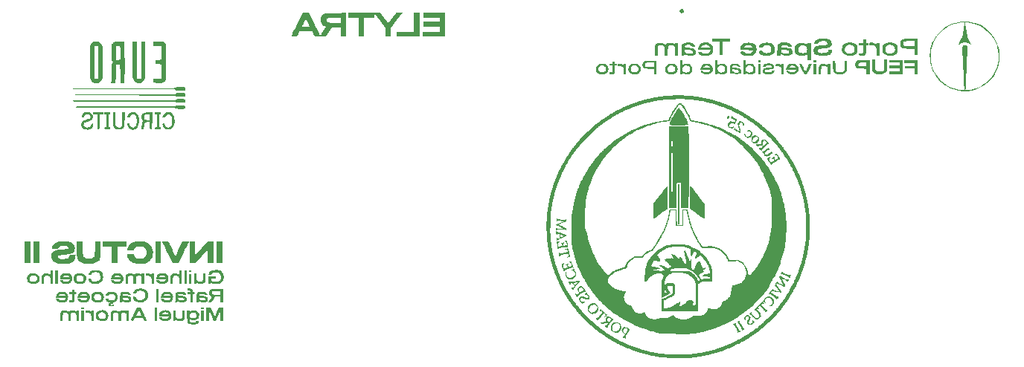
<source format=gbr>
%TF.GenerationSoftware,KiCad,Pcbnew,9.0.2+1*%
%TF.CreationDate,2025-08-16T03:16:36+01:00*%
%TF.ProjectId,Elytra,456c7974-7261-42e6-9b69-6361645f7063,rev?*%
%TF.SameCoordinates,Original*%
%TF.FileFunction,Legend,Bot*%
%TF.FilePolarity,Positive*%
%FSLAX46Y46*%
G04 Gerber Fmt 4.6, Leading zero omitted, Abs format (unit mm)*
G04 Created by KiCad (PCBNEW 9.0.2+1) date 2025-08-16 03:16:36*
%MOMM*%
%LPD*%
G01*
G04 APERTURE LIST*
%ADD10C,0.250000*%
%ADD11C,0.000000*%
G04 APERTURE END LIST*
D10*
%TO.C,J1*%
X169170101Y-85858700D02*
G75*
G02*
X168870101Y-85858700I-150000J0D01*
G01*
X168870101Y-85858700D02*
G75*
G02*
X169170101Y-85858700I150000J0D01*
G01*
D11*
%TO.C,G\u002A\u002A\u002A*%
G36*
X130819285Y-87396455D02*
G01*
X130819285Y-88730832D01*
X130519582Y-88730833D01*
X130219878Y-88730833D01*
X130219878Y-88218769D01*
X130219878Y-87706705D01*
X129699170Y-87706705D01*
X129178461Y-87706705D01*
X128868267Y-88213435D01*
X128558073Y-88720164D01*
X128238330Y-88731703D01*
X128225593Y-88732156D01*
X128075672Y-88736878D01*
X127904949Y-88741369D01*
X127733479Y-88745141D01*
X127581320Y-88747705D01*
X127244054Y-88752168D01*
X127100023Y-88464132D01*
X126955991Y-88176096D01*
X126231959Y-88176096D01*
X125507927Y-88176096D01*
X125367622Y-88464131D01*
X125227316Y-88752168D01*
X124897826Y-88752168D01*
X124807792Y-88752097D01*
X124708382Y-88751317D01*
X124641171Y-88748939D01*
X124599858Y-88744076D01*
X124578147Y-88735838D01*
X124569739Y-88723337D01*
X124568336Y-88705684D01*
X124571525Y-88694930D01*
X124591639Y-88648170D01*
X124628881Y-88568558D01*
X124681657Y-88459307D01*
X124748369Y-88323635D01*
X124827422Y-88164757D01*
X124917223Y-87985890D01*
X125016174Y-87790251D01*
X125104875Y-87616026D01*
X125794437Y-87616026D01*
X125799563Y-87625118D01*
X125826318Y-87632128D01*
X125878995Y-87637135D01*
X125961815Y-87640395D01*
X126078997Y-87642163D01*
X126234763Y-87642697D01*
X126685551Y-87642697D01*
X126582934Y-87413335D01*
X126542013Y-87321752D01*
X126482381Y-87188030D01*
X126420467Y-87048960D01*
X126364564Y-86923160D01*
X126353868Y-86899173D01*
X126311397Y-86806291D01*
X126275302Y-86730963D01*
X126249115Y-86680395D01*
X126236373Y-86661794D01*
X126235335Y-86662778D01*
X126220890Y-86689091D01*
X126192497Y-86746518D01*
X126153097Y-86828711D01*
X126105629Y-86929322D01*
X126053034Y-87042001D01*
X125998252Y-87160401D01*
X125944223Y-87278175D01*
X125893888Y-87388971D01*
X125850185Y-87486443D01*
X125816054Y-87564245D01*
X125794437Y-87616026D01*
X125104875Y-87616026D01*
X125122680Y-87581054D01*
X125235147Y-87361518D01*
X125901959Y-86063833D01*
X126227817Y-86063833D01*
X126553674Y-86063833D01*
X127211825Y-87345104D01*
X127273227Y-87464554D01*
X127364976Y-87642697D01*
X127381715Y-87675197D01*
X127483579Y-87872456D01*
X127577216Y-88053251D01*
X127661018Y-88214506D01*
X127733383Y-88353141D01*
X127792706Y-88466079D01*
X127837382Y-88550241D01*
X127865806Y-88602551D01*
X127876375Y-88619928D01*
X127876937Y-88619212D01*
X127893281Y-88595161D01*
X127929541Y-88540697D01*
X127982685Y-88460401D01*
X128049688Y-88358855D01*
X128127519Y-88240643D01*
X128213150Y-88110346D01*
X128543527Y-87607208D01*
X128422625Y-87582319D01*
X128305427Y-87548263D01*
X128170592Y-87474907D01*
X128065345Y-87370891D01*
X127989903Y-87236520D01*
X127944480Y-87072102D01*
X127930567Y-86894250D01*
X128614327Y-86894250D01*
X128623315Y-86995878D01*
X128655145Y-87070328D01*
X128715047Y-87119488D01*
X128808237Y-87150243D01*
X128852119Y-87156005D01*
X128938434Y-87161827D01*
X129058196Y-87166620D01*
X129206389Y-87170233D01*
X129377998Y-87172512D01*
X129568008Y-87173305D01*
X130219878Y-87173305D01*
X130219878Y-86895937D01*
X130219878Y-86618570D01*
X129604416Y-86618999D01*
X129599711Y-86619002D01*
X129368575Y-86619780D01*
X129176572Y-86622398D01*
X129020093Y-86627860D01*
X128895534Y-86637167D01*
X128799285Y-86651325D01*
X128727741Y-86671333D01*
X128677292Y-86698196D01*
X128644334Y-86732917D01*
X128625258Y-86776497D01*
X128616458Y-86829941D01*
X128614327Y-86894250D01*
X127930567Y-86894250D01*
X127929291Y-86877945D01*
X127932691Y-86774738D01*
X127960016Y-86593600D01*
X128015593Y-86442181D01*
X128100485Y-86318036D01*
X128215752Y-86218719D01*
X128232757Y-86207318D01*
X128275865Y-86179093D01*
X128316495Y-86155214D01*
X128358423Y-86135294D01*
X128405421Y-86118947D01*
X128461263Y-86105785D01*
X128529725Y-86095424D01*
X128614581Y-86087476D01*
X128719604Y-86081554D01*
X128848571Y-86077271D01*
X129005253Y-86074241D01*
X129193427Y-86072078D01*
X129416865Y-86070395D01*
X129679342Y-86068806D01*
X130819285Y-86062076D01*
X130819285Y-86895937D01*
X130819285Y-87396455D01*
G37*
G36*
X132911853Y-86042889D02*
G01*
X134726125Y-86043281D01*
X135161575Y-86597625D01*
X135231818Y-86686746D01*
X135331792Y-86812497D01*
X135421632Y-86924210D01*
X135498117Y-87017951D01*
X135558025Y-87089781D01*
X135598135Y-87135767D01*
X135615225Y-87151969D01*
X135622474Y-87146059D01*
X135653489Y-87111427D01*
X135705354Y-87049279D01*
X135774837Y-86963614D01*
X135858712Y-86858428D01*
X135953749Y-86737716D01*
X136056721Y-86605475D01*
X136118100Y-86526449D01*
X136217244Y-86399761D01*
X136306757Y-86286560D01*
X136383361Y-86190925D01*
X136443777Y-86116936D01*
X136484726Y-86068673D01*
X136502932Y-86050215D01*
X136522582Y-86048088D01*
X136579729Y-86046322D01*
X136666208Y-86045566D01*
X136774563Y-86045876D01*
X136897340Y-86047309D01*
X137268833Y-86053165D01*
X136591533Y-86911196D01*
X135914234Y-87769224D01*
X135914234Y-88250028D01*
X135914234Y-88730833D01*
X135614530Y-88730833D01*
X135314828Y-88730833D01*
X135314828Y-88245097D01*
X135314828Y-87759361D01*
X134661903Y-86930908D01*
X134008979Y-86102452D01*
X134008979Y-86349843D01*
X134008979Y-86597233D01*
X133430980Y-86597233D01*
X132852983Y-86597233D01*
X132852983Y-87664032D01*
X132852983Y-88730833D01*
X132553280Y-88730833D01*
X132253577Y-88730833D01*
X132253577Y-87664032D01*
X132253577Y-86597233D01*
X131675578Y-86597233D01*
X131097580Y-86597233D01*
X131097580Y-86319865D01*
X131097580Y-86042498D01*
X132911853Y-86042889D01*
G37*
G36*
X142100960Y-87397333D02*
G01*
X142100960Y-88730833D01*
X140805815Y-88730832D01*
X139510670Y-88730833D01*
X139510670Y-88464131D01*
X139510670Y-88197433D01*
X140506112Y-88197433D01*
X141501554Y-88197433D01*
X141501554Y-87898728D01*
X141501554Y-87600023D01*
X140559630Y-87600024D01*
X139617707Y-87600023D01*
X139617707Y-87333325D01*
X139617707Y-87066626D01*
X140559630Y-87066626D01*
X141501554Y-87066626D01*
X141501554Y-86831929D01*
X141501554Y-86597233D01*
X140538223Y-86597233D01*
X139574892Y-86597233D01*
X139574892Y-86330534D01*
X139574892Y-86063833D01*
X140837926Y-86063833D01*
X142100960Y-86063833D01*
X142100960Y-87397333D01*
G37*
G36*
X139146745Y-87386666D02*
G01*
X139146745Y-88730833D01*
X137851600Y-88730833D01*
X136556455Y-88730833D01*
X136556455Y-88464132D01*
X136556455Y-88197433D01*
X137551897Y-88197433D01*
X138547339Y-88197433D01*
X138547339Y-87119965D01*
X138547339Y-86042498D01*
X138847041Y-86042498D01*
X139146745Y-86042498D01*
X139146745Y-87386666D01*
G37*
G36*
X174354279Y-97759531D02*
G01*
X174383909Y-97782049D01*
X174387780Y-97843017D01*
X174386898Y-97854248D01*
X174369029Y-97943005D01*
X174337340Y-98036092D01*
X174335818Y-98039609D01*
X174287665Y-98118065D01*
X174233629Y-98143355D01*
X174191980Y-98136005D01*
X174163815Y-98099842D01*
X174166126Y-98027411D01*
X174197877Y-97912018D01*
X174213657Y-97866238D01*
X174244421Y-97797086D01*
X174276705Y-97765031D01*
X174320721Y-97757206D01*
X174354279Y-97759531D01*
G37*
G36*
X168673510Y-105550381D02*
G01*
X168702453Y-105551688D01*
X168771622Y-105551688D01*
X168771622Y-107839977D01*
X168771622Y-110128265D01*
X168657208Y-110128265D01*
X168542793Y-110128265D01*
X168542793Y-107857339D01*
X168542742Y-107554861D01*
X168542616Y-107175311D01*
X168542658Y-106846720D01*
X168543120Y-106565437D01*
X168544255Y-106327807D01*
X168546317Y-106130180D01*
X168549557Y-105968901D01*
X168554229Y-105840318D01*
X168560586Y-105740779D01*
X168568881Y-105666630D01*
X168579367Y-105614218D01*
X168592296Y-105579892D01*
X168607923Y-105559998D01*
X168626498Y-105550883D01*
X168648277Y-105548895D01*
X168673510Y-105550381D01*
G37*
G36*
X170052953Y-105840283D02*
G01*
X170072103Y-105849979D01*
X170096977Y-105870397D01*
X170130809Y-105905386D01*
X170176834Y-105958798D01*
X170238289Y-106034482D01*
X170318407Y-106136289D01*
X170420425Y-106268070D01*
X170547576Y-106433674D01*
X170703096Y-106636953D01*
X170890221Y-106881756D01*
X170922620Y-106924135D01*
X171044829Y-107083975D01*
X171172139Y-107250471D01*
X171291269Y-107406254D01*
X171388938Y-107533956D01*
X171603379Y-107814309D01*
X171602988Y-108577988D01*
X171602323Y-108773890D01*
X171600511Y-108965128D01*
X171597731Y-109132228D01*
X171594161Y-109266922D01*
X171589975Y-109360943D01*
X171585351Y-109406024D01*
X171564544Y-109445456D01*
X171515912Y-109470382D01*
X171498890Y-109463640D01*
X171438388Y-109427173D01*
X171341846Y-109362656D01*
X171215061Y-109274158D01*
X171063828Y-109165747D01*
X170893941Y-109041492D01*
X170711196Y-108905461D01*
X169958672Y-108340540D01*
X169951220Y-107089132D01*
X169943769Y-105837724D01*
X170013036Y-105837724D01*
X170018884Y-105837653D01*
X170036292Y-105837457D01*
X170052953Y-105840283D01*
G37*
G36*
X175182127Y-121361337D02*
G01*
X175196383Y-121389810D01*
X175176545Y-121448320D01*
X175167557Y-121467525D01*
X175165312Y-121501086D01*
X175178330Y-121549906D01*
X175209950Y-121622552D01*
X175263513Y-121727592D01*
X175342360Y-121873596D01*
X175418265Y-122008502D01*
X175498426Y-122138994D01*
X175558522Y-122220731D01*
X175597274Y-122251818D01*
X175648845Y-122266523D01*
X175672846Y-122295587D01*
X175644558Y-122338183D01*
X175563264Y-122397376D01*
X175503429Y-122433323D01*
X175431750Y-122470577D01*
X175389445Y-122485022D01*
X175359397Y-122478635D01*
X175333754Y-122439809D01*
X175351000Y-122378922D01*
X175353800Y-122347361D01*
X175333487Y-122272097D01*
X175291215Y-122168859D01*
X175232962Y-122048582D01*
X175164703Y-121922199D01*
X175092415Y-121800644D01*
X175022076Y-121694852D01*
X174959662Y-121615755D01*
X174911150Y-121574287D01*
X174863234Y-121548370D01*
X174850158Y-121522808D01*
X174877233Y-121485287D01*
X174909394Y-121455800D01*
X174984048Y-121407964D01*
X175066446Y-121371373D01*
X175138500Y-121353380D01*
X175182127Y-121361337D01*
G37*
G36*
X180462475Y-115511575D02*
G01*
X180465143Y-115563494D01*
X180464942Y-115577350D01*
X180478159Y-115603621D01*
X180515249Y-115633942D01*
X180583470Y-115672741D01*
X180690081Y-115724442D01*
X180842343Y-115793473D01*
X180997404Y-115861153D01*
X181119268Y-115910055D01*
X181207817Y-115939016D01*
X181272173Y-115950995D01*
X181321453Y-115948952D01*
X181355911Y-115943758D01*
X181398544Y-115947069D01*
X181409763Y-115975013D01*
X181390443Y-116035859D01*
X181341460Y-116137874D01*
X181295730Y-116215272D01*
X181248336Y-116262492D01*
X181212388Y-116258520D01*
X181191367Y-116201869D01*
X181191193Y-116200890D01*
X181159984Y-116163513D01*
X181086165Y-116113562D01*
X180981144Y-116056003D01*
X180856326Y-115995800D01*
X180723117Y-115937919D01*
X180592925Y-115887323D01*
X180477155Y-115848979D01*
X180387214Y-115827851D01*
X180334508Y-115828903D01*
X180275559Y-115846183D01*
X180251610Y-115826172D01*
X180262350Y-115765848D01*
X180307299Y-115662263D01*
X180345649Y-115594342D01*
X180394880Y-115531910D01*
X180436438Y-115502684D01*
X180462475Y-115511575D01*
G37*
G36*
X175612111Y-121104835D02*
G01*
X175630441Y-121136710D01*
X175608877Y-121182361D01*
X175598142Y-121202504D01*
X175599225Y-121238573D01*
X175620283Y-121294890D01*
X175664995Y-121380728D01*
X175737040Y-121505364D01*
X175812501Y-121631598D01*
X175898301Y-121768953D01*
X175965035Y-121865683D01*
X176017178Y-121927593D01*
X176059208Y-121960483D01*
X176095600Y-121970157D01*
X176098862Y-121970187D01*
X176144791Y-121984662D01*
X176144258Y-122021413D01*
X176100182Y-122074348D01*
X176015485Y-122137370D01*
X175958026Y-122172907D01*
X175893087Y-122210292D01*
X175859853Y-122225599D01*
X175835233Y-122217790D01*
X175819497Y-122176199D01*
X175833831Y-122118558D01*
X175834947Y-122115977D01*
X175829530Y-122065979D01*
X175797348Y-121981443D01*
X175744754Y-121873019D01*
X175678098Y-121751363D01*
X175603732Y-121627126D01*
X175528008Y-121510962D01*
X175457277Y-121413523D01*
X175397890Y-121345464D01*
X175356198Y-121317435D01*
X175307881Y-121302986D01*
X175298984Y-121271289D01*
X175343300Y-121220816D01*
X175397996Y-121177458D01*
X175489663Y-121121281D01*
X175565036Y-121095347D01*
X175612111Y-121104835D01*
G37*
G36*
X176688840Y-99367516D02*
G01*
X176794766Y-99410796D01*
X176896490Y-99489168D01*
X176984322Y-99607048D01*
X177030193Y-99756046D01*
X177022859Y-99925833D01*
X177018462Y-99944725D01*
X176971536Y-100048257D01*
X176894799Y-100151862D01*
X176803856Y-100237309D01*
X176714309Y-100286364D01*
X176712887Y-100286783D01*
X176556712Y-100305879D01*
X176411273Y-100274493D01*
X176286604Y-100198703D01*
X176192741Y-100084589D01*
X176139717Y-99938231D01*
X176132005Y-99885576D01*
X176136739Y-99842346D01*
X176163974Y-99830968D01*
X176169936Y-99831757D01*
X176210211Y-99863188D01*
X176247615Y-99926278D01*
X176280366Y-99985494D01*
X176346797Y-100064096D01*
X176421469Y-100122642D01*
X176487407Y-100145607D01*
X176561622Y-100129677D01*
X176661679Y-100070328D01*
X176755662Y-99978044D01*
X176829382Y-99864486D01*
X176864715Y-99789316D01*
X176886049Y-99727081D01*
X176885039Y-99682328D01*
X176864484Y-99636919D01*
X176812957Y-99569465D01*
X176743859Y-99505612D01*
X176664182Y-99446432D01*
X176598264Y-99529101D01*
X176543722Y-99580389D01*
X176487685Y-99596395D01*
X176450361Y-99567227D01*
X176442623Y-99495249D01*
X176455463Y-99446764D01*
X176508227Y-99385647D01*
X176589673Y-99359182D01*
X176688840Y-99367516D01*
G37*
G36*
X177810361Y-100401260D02*
G01*
X177809276Y-100444286D01*
X177799972Y-100541026D01*
X177784249Y-100611012D01*
X177741789Y-100682448D01*
X177669018Y-100767403D01*
X177586046Y-100843843D01*
X177512219Y-100891800D01*
X177499041Y-100896754D01*
X177402268Y-100911168D01*
X177284476Y-100905347D01*
X177171341Y-100882158D01*
X177088540Y-100844470D01*
X177037314Y-100800203D01*
X176950315Y-100677090D01*
X176909388Y-100535588D01*
X176909433Y-100534378D01*
X177045850Y-100534378D01*
X177049534Y-100633708D01*
X177097449Y-100713570D01*
X177174120Y-100761080D01*
X177279588Y-100768566D01*
X177395609Y-100721378D01*
X177414552Y-100709222D01*
X177556003Y-100583658D01*
X177652217Y-100423727D01*
X177653408Y-100420869D01*
X177679459Y-100346759D01*
X177679300Y-100293354D01*
X177653061Y-100231457D01*
X177628791Y-100192510D01*
X177553884Y-100134359D01*
X177455867Y-100128065D01*
X177333892Y-100173476D01*
X177254642Y-100223626D01*
X177152960Y-100318931D01*
X177081844Y-100425984D01*
X177045850Y-100534378D01*
X176909433Y-100534378D01*
X176914876Y-100387023D01*
X176967122Y-100242723D01*
X177066467Y-100114016D01*
X177155928Y-100045456D01*
X177295978Y-99991245D01*
X177440359Y-99990265D01*
X177580401Y-100042081D01*
X177707432Y-100146257D01*
X177723763Y-100164598D01*
X177779231Y-100238372D01*
X177804418Y-100308144D01*
X177806883Y-100346759D01*
X177810361Y-100401260D01*
G37*
G36*
X167398211Y-107074830D02*
G01*
X167397970Y-107238245D01*
X167396855Y-107489517D01*
X167394931Y-107719752D01*
X167392302Y-107922921D01*
X167389068Y-108092996D01*
X167385331Y-108223948D01*
X167381194Y-108309751D01*
X167376759Y-108344375D01*
X167358355Y-108363800D01*
X167295736Y-108416610D01*
X167196381Y-108494002D01*
X167066477Y-108591290D01*
X166912213Y-108703785D01*
X166739779Y-108826801D01*
X166705004Y-108851436D01*
X166612848Y-108917516D01*
X166541156Y-108970061D01*
X166503132Y-108999439D01*
X166474235Y-109022053D01*
X166408354Y-109070155D01*
X166326014Y-109128155D01*
X166260412Y-109174349D01*
X166198237Y-109219938D01*
X166168694Y-109244081D01*
X166142879Y-109265100D01*
X166082125Y-109309242D01*
X166001014Y-109365646D01*
X165981392Y-109379120D01*
X165912518Y-109426403D01*
X165858109Y-109459301D01*
X165816468Y-109473056D01*
X165785895Y-109462911D01*
X165764695Y-109424109D01*
X165751170Y-109351891D01*
X165743622Y-109241502D01*
X165740355Y-109088182D01*
X165739670Y-108887177D01*
X165739870Y-108633727D01*
X165740100Y-107797071D01*
X166357221Y-107010472D01*
X166460969Y-106878181D01*
X166610141Y-106687794D01*
X166750902Y-106507947D01*
X166877867Y-106345530D01*
X166985651Y-106207431D01*
X167068870Y-106100542D01*
X167122137Y-106031753D01*
X167124056Y-106029261D01*
X167214148Y-105920920D01*
X167282631Y-105858845D01*
X167334291Y-105838679D01*
X167398649Y-105837724D01*
X167398211Y-107074830D01*
G37*
G36*
X156770807Y-115246937D02*
G01*
X156786712Y-115294964D01*
X156795068Y-115328220D01*
X156828075Y-115399997D01*
X156877590Y-115485035D01*
X156944739Y-115619576D01*
X156981383Y-115793255D01*
X156966476Y-115962957D01*
X156902423Y-116119949D01*
X156791628Y-116255495D01*
X156636496Y-116360862D01*
X156590741Y-116379895D01*
X156460287Y-116410813D01*
X156315975Y-116421565D01*
X156179972Y-116411412D01*
X156074448Y-116379614D01*
X156040112Y-116359339D01*
X155931667Y-116264568D01*
X155840343Y-116142077D01*
X155783841Y-116014128D01*
X155773284Y-115965149D01*
X155764834Y-115858120D01*
X155772361Y-115753890D01*
X155792876Y-115663339D01*
X155823388Y-115597347D01*
X155860908Y-115566793D01*
X155902446Y-115582557D01*
X155919169Y-115613750D01*
X155902650Y-115672413D01*
X155876320Y-115758408D01*
X155878835Y-115883248D01*
X155918024Y-116010109D01*
X155980336Y-116093925D01*
X156075045Y-116171045D01*
X156181212Y-116227519D01*
X156277915Y-116249436D01*
X156278023Y-116249436D01*
X156411448Y-116228114D01*
X156546569Y-116170504D01*
X156671812Y-116086025D01*
X156775602Y-115984096D01*
X156846364Y-115874137D01*
X156872523Y-115765566D01*
X156865433Y-115703991D01*
X156814981Y-115591617D01*
X156726911Y-115500393D01*
X156614118Y-115441720D01*
X156489498Y-115426995D01*
X156443383Y-115428014D01*
X156398910Y-115413252D01*
X156402490Y-115381658D01*
X156451968Y-115338562D01*
X156545189Y-115289291D01*
X156631127Y-115254739D01*
X156720327Y-115233561D01*
X156770807Y-115246937D01*
G37*
G36*
X162105729Y-121838692D02*
G01*
X162102630Y-121976801D01*
X162079261Y-122096202D01*
X162050133Y-122157832D01*
X161977752Y-122258306D01*
X161884180Y-122356916D01*
X161785411Y-122437434D01*
X161697437Y-122483633D01*
X161597617Y-122503151D01*
X161428477Y-122494908D01*
X161262766Y-122442335D01*
X161115457Y-122350966D01*
X161001520Y-122226337D01*
X160998837Y-122222259D01*
X160954521Y-122140059D01*
X160932538Y-122052785D01*
X160930389Y-122012406D01*
X161078330Y-122012406D01*
X161097035Y-122140882D01*
X161153108Y-122249263D01*
X161247938Y-122327218D01*
X161272989Y-122338943D01*
X161404539Y-122366360D01*
X161539524Y-122346316D01*
X161669314Y-122285533D01*
X161785281Y-122190731D01*
X161878797Y-122068632D01*
X161941235Y-121925958D01*
X161963965Y-121769430D01*
X161945883Y-121636096D01*
X161883147Y-121521171D01*
X161775531Y-121441716D01*
X161647632Y-121406775D01*
X161507605Y-121424105D01*
X161359524Y-121497294D01*
X161349413Y-121504135D01*
X161232534Y-121609698D01*
X161147468Y-121736484D01*
X161095604Y-121874163D01*
X161078330Y-122012406D01*
X160930389Y-122012406D01*
X160926256Y-121934731D01*
X160926882Y-121889513D01*
X160950522Y-121718371D01*
X161012795Y-121576042D01*
X161119920Y-121446859D01*
X161154831Y-121414828D01*
X161279936Y-121332288D01*
X161421088Y-121292195D01*
X161593964Y-121289342D01*
X161750465Y-121319556D01*
X161897031Y-121397215D01*
X162025942Y-121526368D01*
X162058577Y-121586066D01*
X162090423Y-121701803D01*
X162097985Y-121769430D01*
X162105729Y-121838692D01*
G37*
G36*
X168710152Y-96886043D02*
G01*
X168741987Y-96917253D01*
X168797037Y-96987193D01*
X168869697Y-97087428D01*
X168954363Y-97209524D01*
X169045431Y-97345045D01*
X169137295Y-97485557D01*
X169224352Y-97622626D01*
X169300997Y-97747817D01*
X169361626Y-97852696D01*
X169400634Y-97928828D01*
X169433181Y-98001485D01*
X169546084Y-98251081D01*
X169672636Y-98527671D01*
X169705514Y-98603509D01*
X169737429Y-98704244D01*
X169738436Y-98774362D01*
X169709820Y-98824121D01*
X169709234Y-98824626D01*
X169669596Y-98833528D01*
X169581246Y-98841180D01*
X169452242Y-98847565D01*
X169290639Y-98852663D01*
X169104496Y-98856457D01*
X168901867Y-98858927D01*
X168690811Y-98860056D01*
X168479384Y-98859824D01*
X168275642Y-98858214D01*
X168087642Y-98855206D01*
X167923442Y-98850783D01*
X167791097Y-98844926D01*
X167698665Y-98837616D01*
X167654201Y-98828835D01*
X167636002Y-98816546D01*
X167603334Y-98754780D01*
X167611315Y-98657794D01*
X167659990Y-98523118D01*
X167718156Y-98395764D01*
X167819775Y-98183358D01*
X167925187Y-97973611D01*
X168027889Y-97779039D01*
X168121378Y-97612154D01*
X168199151Y-97485472D01*
X168227171Y-97442869D01*
X168289375Y-97346410D01*
X168336789Y-97270268D01*
X168360874Y-97228040D01*
X168368985Y-97213006D01*
X168408100Y-97153525D01*
X168461735Y-97080906D01*
X168485286Y-97049397D01*
X168526486Y-96986318D01*
X168542793Y-96948374D01*
X168543061Y-96945772D01*
X168572270Y-96918275D01*
X168634316Y-96895258D01*
X168707174Y-96885187D01*
X168710152Y-96886043D01*
G37*
G36*
X159520163Y-119745598D02*
G01*
X159493391Y-119907923D01*
X159417732Y-120062902D01*
X159369419Y-120122375D01*
X159264398Y-120217348D01*
X159145884Y-120295974D01*
X159035829Y-120342200D01*
X159024311Y-120344946D01*
X158853814Y-120355625D01*
X158685440Y-120314349D01*
X158529918Y-120225317D01*
X158397979Y-120092724D01*
X158391236Y-120083801D01*
X158351638Y-120023708D01*
X158329232Y-119963681D01*
X158319271Y-119884654D01*
X158319221Y-119882091D01*
X158437566Y-119882091D01*
X158467808Y-120003708D01*
X158545570Y-120110675D01*
X158566173Y-120128176D01*
X158648974Y-120169166D01*
X158767292Y-120187583D01*
X158880829Y-120182477D01*
X159037969Y-120134263D01*
X159177182Y-120045627D01*
X159288706Y-119925389D01*
X159362780Y-119782367D01*
X159389640Y-119625381D01*
X159384860Y-119561150D01*
X159356227Y-119484954D01*
X159291673Y-119402563D01*
X159251604Y-119360543D01*
X159196226Y-119317623D01*
X159133824Y-119299971D01*
X159039389Y-119297135D01*
X158977057Y-119301064D01*
X158826047Y-119339457D01*
X158692881Y-119412093D01*
X158582502Y-119510824D01*
X158499860Y-119627499D01*
X158449899Y-119753971D01*
X158437566Y-119882091D01*
X158319221Y-119882091D01*
X158317005Y-119767562D01*
X158317065Y-119740459D01*
X158320364Y-119632952D01*
X158332316Y-119559369D01*
X158357900Y-119500340D01*
X158402094Y-119436492D01*
X158519237Y-119304679D01*
X158662423Y-119202257D01*
X158821122Y-119150053D01*
X159003033Y-119144324D01*
X159069771Y-119153956D01*
X159223554Y-119211509D01*
X159349743Y-119308883D01*
X159444080Y-119436644D01*
X159502306Y-119585361D01*
X159506766Y-119625381D01*
X159520163Y-119745598D01*
G37*
G36*
X178968613Y-118381916D02*
G01*
X179060024Y-118391781D01*
X179131434Y-118415390D01*
X179204561Y-118457939D01*
X179274649Y-118508316D01*
X179392651Y-118626336D01*
X179463121Y-118760920D01*
X179492733Y-118922834D01*
X179494344Y-118953369D01*
X179489308Y-119089237D01*
X179460180Y-119185723D01*
X179419651Y-119250610D01*
X179332748Y-119350580D01*
X179233882Y-119432618D01*
X179141329Y-119479865D01*
X179063634Y-119497294D01*
X178975958Y-119507667D01*
X178970943Y-119507784D01*
X178911284Y-119496595D01*
X178897768Y-119468830D01*
X178927608Y-119436572D01*
X178998022Y-119411907D01*
X179049569Y-119396708D01*
X179161229Y-119333092D01*
X179260572Y-119240778D01*
X179326911Y-119137050D01*
X179333528Y-119119077D01*
X179344080Y-119002629D01*
X179309984Y-118880458D01*
X179239841Y-118762130D01*
X179142251Y-118657211D01*
X179025815Y-118575264D01*
X178899133Y-118525857D01*
X178770807Y-118518554D01*
X178751519Y-118521575D01*
X178651869Y-118557953D01*
X178561223Y-118635652D01*
X178558867Y-118638238D01*
X178487225Y-118746467D01*
X178471598Y-118854139D01*
X178511149Y-118966778D01*
X178542117Y-119027988D01*
X178555280Y-119086882D01*
X178529380Y-119105355D01*
X178465734Y-119082931D01*
X178365656Y-119019137D01*
X178293108Y-118957245D01*
X178246524Y-118890306D01*
X178244438Y-118836815D01*
X178289471Y-118804176D01*
X178304882Y-118796184D01*
X178351600Y-118747559D01*
X178397221Y-118673747D01*
X178413237Y-118644959D01*
X178483237Y-118549962D01*
X178564346Y-118468976D01*
X178572090Y-118462741D01*
X178633971Y-118418261D01*
X178692592Y-118393470D01*
X178768087Y-118382731D01*
X178880589Y-118380405D01*
X178968613Y-118381916D01*
G37*
G36*
X178895199Y-101404547D02*
G01*
X178927247Y-101433550D01*
X178964322Y-101494583D01*
X178997281Y-101567707D01*
X179016980Y-101632984D01*
X179014276Y-101670476D01*
X178990888Y-101680028D01*
X178936123Y-101667221D01*
X178902078Y-101659469D01*
X178853838Y-101673188D01*
X178782270Y-101713822D01*
X178676990Y-101786136D01*
X178570855Y-101865363D01*
X178494001Y-101935298D01*
X178455425Y-101994920D01*
X178449166Y-102053854D01*
X178469268Y-102121728D01*
X178489486Y-102162259D01*
X178539749Y-102213628D01*
X178607836Y-102225991D01*
X178698698Y-102198330D01*
X178817289Y-102129622D01*
X178968560Y-102018848D01*
X179073279Y-101937734D01*
X179152160Y-101881607D01*
X179204353Y-101856499D01*
X179239467Y-101860275D01*
X179267109Y-101890803D01*
X179296888Y-101945949D01*
X179338775Y-102035631D01*
X179351818Y-102091617D01*
X179331526Y-102114281D01*
X179277009Y-102111025D01*
X179233720Y-102109874D01*
X179175876Y-102128534D01*
X179097563Y-102173647D01*
X178987389Y-102250708D01*
X178973034Y-102261158D01*
X178867155Y-102334451D01*
X178788565Y-102378355D01*
X178722573Y-102399695D01*
X178654484Y-102405292D01*
X178617386Y-102403147D01*
X178500712Y-102363330D01*
X178413701Y-102279293D01*
X178365643Y-102158956D01*
X178363427Y-102148362D01*
X178339484Y-102087069D01*
X178309196Y-102062049D01*
X178289113Y-102054706D01*
X178239848Y-102012905D01*
X178186059Y-101950097D01*
X178142769Y-101884766D01*
X178125001Y-101835398D01*
X178145699Y-101813169D01*
X178211614Y-101819094D01*
X178224677Y-101821605D01*
X178265691Y-101822409D01*
X178312118Y-101807982D01*
X178373700Y-101773106D01*
X178460178Y-101712565D01*
X178581294Y-101621142D01*
X178589836Y-101614604D01*
X178699184Y-101532640D01*
X178792450Y-101465756D01*
X178859986Y-101420686D01*
X178892142Y-101404166D01*
X178895199Y-101404547D01*
G37*
G36*
X159823367Y-119843898D02*
G01*
X159824047Y-119844214D01*
X159870567Y-119874850D01*
X159945473Y-119933729D01*
X160039723Y-120012740D01*
X160144277Y-120103775D01*
X160250094Y-120198723D01*
X160348133Y-120289477D01*
X160429355Y-120367926D01*
X160484718Y-120425961D01*
X160505181Y-120455473D01*
X160503518Y-120463903D01*
X160474473Y-120511902D01*
X160420614Y-120576110D01*
X160356798Y-120641088D01*
X160297882Y-120691398D01*
X160258722Y-120711598D01*
X160232932Y-120709096D01*
X160222498Y-120692624D01*
X160236370Y-120650035D01*
X160276017Y-120569237D01*
X160332889Y-120457759D01*
X160259172Y-120370151D01*
X160243653Y-120352302D01*
X160193565Y-120302535D01*
X160161650Y-120282544D01*
X160148681Y-120291244D01*
X160102110Y-120335748D01*
X160029411Y-120411581D01*
X159937463Y-120511503D01*
X159833145Y-120628274D01*
X159825001Y-120637526D01*
X159698852Y-120785018D01*
X159609106Y-120898805D01*
X159557294Y-120976822D01*
X159544947Y-121017004D01*
X159550622Y-121039027D01*
X159545365Y-121086026D01*
X159544934Y-121086717D01*
X159521464Y-121107825D01*
X159486541Y-121101556D01*
X159430728Y-121063327D01*
X159344585Y-120988557D01*
X159316594Y-120962224D01*
X159252089Y-120887742D01*
X159230139Y-120835142D01*
X159251474Y-120809011D01*
X159316822Y-120813938D01*
X159340299Y-120815975D01*
X159374695Y-120804580D01*
X159420052Y-120772228D01*
X159482892Y-120713263D01*
X159569740Y-120622028D01*
X159687120Y-120492865D01*
X159751699Y-120420141D01*
X159845279Y-120311229D01*
X159918981Y-120220957D01*
X159966508Y-120157137D01*
X159981566Y-120127577D01*
X159980697Y-120125435D01*
X159949894Y-120088867D01*
X159893885Y-120041476D01*
X159815363Y-119982851D01*
X159699525Y-120049519D01*
X159639902Y-120080190D01*
X159576816Y-120097152D01*
X159555138Y-120077051D01*
X159576408Y-120022890D01*
X159642167Y-119937672D01*
X159694202Y-119880949D01*
X159742130Y-119839933D01*
X159780266Y-119830129D01*
X159823367Y-119843898D01*
G37*
G36*
X158012266Y-117646424D02*
G01*
X158056939Y-117725387D01*
X158073874Y-117773670D01*
X158070464Y-117804598D01*
X158040498Y-117834158D01*
X157976700Y-117818768D01*
X157960704Y-117813289D01*
X157925252Y-117813214D01*
X157875546Y-117829681D01*
X157803335Y-117866610D01*
X157700363Y-117927924D01*
X157558379Y-118017543D01*
X157518020Y-118043403D01*
X157385303Y-118129719D01*
X157291380Y-118194584D01*
X157228356Y-118244878D01*
X157188336Y-118287483D01*
X157163424Y-118329280D01*
X157145725Y-118377147D01*
X157137734Y-118399772D01*
X157118180Y-118415058D01*
X157079303Y-118386058D01*
X157059605Y-118364611D01*
X157010137Y-118295954D01*
X156959226Y-118211081D01*
X156954697Y-118202706D01*
X156916959Y-118124153D01*
X156908211Y-118076543D01*
X156925397Y-118044851D01*
X156928558Y-118041799D01*
X156963412Y-118025791D01*
X156999167Y-118058614D01*
X156999307Y-118058802D01*
X157029895Y-118094535D01*
X157060684Y-118103792D01*
X157107313Y-118084583D01*
X157185421Y-118034919D01*
X157296867Y-117961167D01*
X157227993Y-117813241D01*
X157226533Y-117810091D01*
X157169234Y-117640355D01*
X157167308Y-117578183D01*
X157290460Y-117578183D01*
X157290602Y-117703400D01*
X157310729Y-117765774D01*
X157354041Y-117844950D01*
X157401846Y-117908326D01*
X157623446Y-117766349D01*
X157673389Y-117733276D01*
X157761465Y-117668788D01*
X157822328Y-117615571D01*
X157845046Y-117582685D01*
X157838985Y-117559776D01*
X157799772Y-117500832D01*
X157738850Y-117436768D01*
X157673541Y-117384685D01*
X157621167Y-117361683D01*
X157546201Y-117363235D01*
X157426007Y-117400091D01*
X157338178Y-117474410D01*
X157290460Y-117578183D01*
X157167308Y-117578183D01*
X157164615Y-117491218D01*
X157213071Y-117360085D01*
X157314999Y-117244363D01*
X157384833Y-117208778D01*
X157493257Y-117194262D01*
X157607830Y-117209213D01*
X157705615Y-117253117D01*
X157740188Y-117283856D01*
X157803816Y-117355497D01*
X157876504Y-117448475D01*
X157949054Y-117549785D01*
X157970574Y-117582685D01*
X158012266Y-117646424D01*
G37*
G36*
X175726579Y-98382018D02*
G01*
X175853844Y-98426686D01*
X175891117Y-98445383D01*
X176003911Y-98532538D01*
X176071814Y-98641077D01*
X176088738Y-98762300D01*
X176077083Y-98825270D01*
X176040797Y-98890220D01*
X175989720Y-98910744D01*
X175932289Y-98880470D01*
X175915680Y-98862285D01*
X175898810Y-98818031D01*
X175918335Y-98756102D01*
X175940386Y-98669491D01*
X175913938Y-98596163D01*
X175833939Y-98542657D01*
X175786935Y-98525944D01*
X175732185Y-98526648D01*
X175670420Y-98563625D01*
X175657496Y-98574297D01*
X175597969Y-98646854D01*
X175553079Y-98735056D01*
X175538641Y-98779539D01*
X175529277Y-98833137D01*
X175533455Y-98892738D01*
X175552775Y-98974404D01*
X175588834Y-99094197D01*
X175608037Y-99161564D01*
X175638295Y-99298890D01*
X175658489Y-99434511D01*
X175667353Y-99555062D01*
X175663619Y-99647175D01*
X175646022Y-99697484D01*
X175644593Y-99698845D01*
X175600320Y-99716553D01*
X175596325Y-99716070D01*
X175549495Y-99697908D01*
X175469184Y-99658451D01*
X175367437Y-99604490D01*
X175256299Y-99542816D01*
X175147815Y-99480219D01*
X175054030Y-99423492D01*
X174986987Y-99379425D01*
X174958733Y-99354810D01*
X174956917Y-99348152D01*
X174965265Y-99292506D01*
X174997005Y-99225141D01*
X175039335Y-99168364D01*
X175079451Y-99144481D01*
X175106305Y-99157911D01*
X175121622Y-99212447D01*
X175126485Y-99242436D01*
X175154157Y-99281743D01*
X175215027Y-99326116D01*
X175318879Y-99384069D01*
X175339256Y-99394696D01*
X175434012Y-99441956D01*
X175507460Y-99475177D01*
X175545119Y-99487724D01*
X175550728Y-99485412D01*
X175554916Y-99444774D01*
X175537166Y-99355986D01*
X175498264Y-99222318D01*
X175438999Y-99047042D01*
X175422499Y-98994780D01*
X175391143Y-98849496D01*
X175379055Y-98713912D01*
X175380559Y-98637378D01*
X175391872Y-98568274D01*
X175422072Y-98516975D01*
X175480163Y-98460958D01*
X175529125Y-98422500D01*
X175623453Y-98380154D01*
X175726579Y-98382018D01*
G37*
G36*
X163099805Y-122117837D02*
G01*
X163131346Y-122159617D01*
X163125413Y-122188441D01*
X163074452Y-122199522D01*
X163051595Y-122203781D01*
X163021595Y-122224424D01*
X162985733Y-122268622D01*
X162939282Y-122343379D01*
X162877518Y-122455699D01*
X162795714Y-122612583D01*
X162740474Y-122720772D01*
X162676425Y-122850665D01*
X162635201Y-122942863D01*
X162613894Y-123004882D01*
X162609598Y-123044240D01*
X162619404Y-123068452D01*
X162636336Y-123097807D01*
X162636924Y-123141652D01*
X162625445Y-123158546D01*
X162608174Y-123167357D01*
X162576051Y-123160042D01*
X162516985Y-123133421D01*
X162418884Y-123084315D01*
X162384695Y-123066348D01*
X162299919Y-123011531D01*
X162262683Y-122967839D01*
X162274796Y-122938772D01*
X162338066Y-122927828D01*
X162371658Y-122922046D01*
X162422153Y-122883936D01*
X162476388Y-122801148D01*
X162545965Y-122675019D01*
X162477319Y-122630077D01*
X162370829Y-122551278D01*
X162251713Y-122426711D01*
X162183838Y-122299201D01*
X162178378Y-122254876D01*
X162335811Y-122254876D01*
X162359468Y-122357766D01*
X162421525Y-122457303D01*
X162506497Y-122527443D01*
X162511644Y-122530090D01*
X162572271Y-122558953D01*
X162605806Y-122570833D01*
X162612163Y-122565012D01*
X162640720Y-122520431D01*
X162684665Y-122441473D01*
X162737463Y-122339615D01*
X162788695Y-122233748D01*
X162821831Y-122151455D01*
X162831419Y-122099637D01*
X162820497Y-122068371D01*
X162791148Y-122042902D01*
X162705112Y-122005746D01*
X162603205Y-121990048D01*
X162511809Y-122001521D01*
X162495605Y-122008263D01*
X162417901Y-122069877D01*
X162359101Y-122160049D01*
X162335811Y-122254876D01*
X162178378Y-122254876D01*
X162168280Y-122172901D01*
X162206116Y-122051964D01*
X162298425Y-121940544D01*
X162323903Y-121918643D01*
X162388082Y-121874331D01*
X162451789Y-121858746D01*
X162543352Y-121862909D01*
X162546691Y-121863243D01*
X162644420Y-121882200D01*
X162750005Y-121916932D01*
X162855891Y-121962650D01*
X162954523Y-122014565D01*
X163038346Y-122067891D01*
X163077410Y-122099637D01*
X163099805Y-122117837D01*
G37*
G36*
X157256329Y-116830815D02*
G01*
X157141367Y-116964486D01*
X156990154Y-117136148D01*
X156913510Y-117223825D01*
X156817704Y-117337691D01*
X156741357Y-117433560D01*
X156690843Y-117503351D01*
X156672534Y-117538982D01*
X156670471Y-117560594D01*
X156652633Y-117603936D01*
X156650094Y-117606347D01*
X156611136Y-117615087D01*
X156563768Y-117574664D01*
X156504412Y-117482135D01*
X156481272Y-117437918D01*
X156457114Y-117368610D01*
X156467445Y-117329559D01*
X156495986Y-117314859D01*
X156545589Y-117338039D01*
X156550496Y-117342006D01*
X156584359Y-117357665D01*
X156620747Y-117340764D01*
X156675635Y-117284757D01*
X156758344Y-117192189D01*
X156672004Y-117021151D01*
X156656738Y-116991458D01*
X156606369Y-116906281D01*
X156564038Y-116862491D01*
X156520931Y-116850112D01*
X156490001Y-116853290D01*
X156414330Y-116882393D01*
X156353809Y-116930327D01*
X156329055Y-116982834D01*
X156328965Y-116987677D01*
X156315126Y-117018811D01*
X156281416Y-117003706D01*
X156233167Y-116946880D01*
X156175709Y-116852853D01*
X156162952Y-116827500D01*
X156675660Y-116827500D01*
X156752639Y-116967110D01*
X156785794Y-117024707D01*
X156824152Y-117083987D01*
X156845459Y-117107132D01*
X156860960Y-117098147D01*
X156912220Y-117049693D01*
X156993663Y-116962371D01*
X157101914Y-116839700D01*
X157172861Y-116757779D01*
X157058447Y-116774576D01*
X157033599Y-116778193D01*
X156921822Y-116794041D01*
X156809846Y-116809437D01*
X156675660Y-116827500D01*
X156162952Y-116827500D01*
X156139205Y-116780306D01*
X156115737Y-116709526D01*
X156124440Y-116671438D01*
X156149801Y-116656655D01*
X156197348Y-116676008D01*
X156207076Y-116682133D01*
X156243529Y-116691118D01*
X156306065Y-116692935D01*
X156402305Y-116687238D01*
X156539868Y-116673680D01*
X156726374Y-116651913D01*
X156896774Y-116631716D01*
X157093572Y-116610510D01*
X157240188Y-116597934D01*
X157340327Y-116593761D01*
X157397693Y-116597764D01*
X157415992Y-116609717D01*
X157413330Y-116621131D01*
X157389348Y-116662800D01*
X157338002Y-116731474D01*
X157316375Y-116757779D01*
X157256329Y-116830815D01*
G37*
G36*
X174735011Y-97811261D02*
G01*
X174758245Y-97858014D01*
X174791791Y-97901284D01*
X174878388Y-97958688D01*
X175019013Y-98029396D01*
X175115510Y-98075711D01*
X175203407Y-98124968D01*
X175250594Y-98164238D01*
X175264640Y-98198738D01*
X175260229Y-98231993D01*
X175235598Y-98311837D01*
X175195491Y-98408988D01*
X175146974Y-98509254D01*
X175097112Y-98598443D01*
X175052972Y-98662363D01*
X175021619Y-98686824D01*
X175006874Y-98684576D01*
X174945100Y-98659416D01*
X174870334Y-98615315D01*
X174840441Y-98596254D01*
X174725552Y-98550709D01*
X174625250Y-98560106D01*
X174538204Y-98624871D01*
X174463085Y-98745427D01*
X174449643Y-98774681D01*
X174420149Y-98852603D01*
X174415579Y-98909520D01*
X174432933Y-98967541D01*
X174484301Y-99044158D01*
X174557048Y-99094607D01*
X174635555Y-99113476D01*
X174704983Y-99097264D01*
X174750497Y-99042470D01*
X174755886Y-99029220D01*
X174792702Y-98983588D01*
X174857053Y-98978112D01*
X174910133Y-98994735D01*
X174944590Y-99041147D01*
X174933688Y-99103623D01*
X174876191Y-99169784D01*
X174868412Y-99175671D01*
X174756710Y-99222767D01*
X174622747Y-99221236D01*
X174473849Y-99171055D01*
X174421928Y-99141695D01*
X174316208Y-99043346D01*
X174253651Y-98922524D01*
X174234721Y-98790644D01*
X174259880Y-98659124D01*
X174329591Y-98539377D01*
X174444317Y-98442819D01*
X174533003Y-98413557D01*
X174652550Y-98408214D01*
X174773532Y-98427912D01*
X174871026Y-98471005D01*
X174921316Y-98499776D01*
X174972126Y-98515202D01*
X174977837Y-98514028D01*
X175012032Y-98481203D01*
X175049826Y-98418483D01*
X175080421Y-98346389D01*
X175093019Y-98285444D01*
X175085764Y-98274496D01*
X175038045Y-98240235D01*
X174955571Y-98193710D01*
X174849888Y-98141747D01*
X174790168Y-98113681D01*
X174695908Y-98067089D01*
X174630954Y-98031842D01*
X174606757Y-98013960D01*
X174608391Y-98000756D01*
X174627372Y-97944980D01*
X174658988Y-97878723D01*
X174692302Y-97823321D01*
X174716376Y-97800112D01*
X174735011Y-97811261D01*
G37*
G36*
X155834093Y-111492757D02*
G01*
X155738187Y-111541974D01*
X155599855Y-111605835D01*
X155413739Y-111687609D01*
X155309629Y-111733757D01*
X155164816Y-111801417D01*
X155041113Y-111863272D01*
X154949101Y-111913960D01*
X154899362Y-111948124D01*
X154892493Y-111954562D01*
X154837522Y-111995354D01*
X154799249Y-112006855D01*
X154786228Y-111987729D01*
X154770951Y-111924814D01*
X154761580Y-111835070D01*
X154760213Y-111806101D01*
X154760577Y-111724076D01*
X154772069Y-111683663D01*
X154797334Y-111672860D01*
X154823137Y-111682953D01*
X154841667Y-111730067D01*
X154843990Y-111762630D01*
X154860580Y-111781894D01*
X154903510Y-111772723D01*
X154984685Y-111735575D01*
X155084798Y-111686624D01*
X155084798Y-111487740D01*
X155084798Y-111394458D01*
X155188885Y-111394458D01*
X155190567Y-111477537D01*
X155195838Y-111533089D01*
X155210115Y-111602933D01*
X155227816Y-111633683D01*
X155231346Y-111634047D01*
X155277113Y-111622608D01*
X155356690Y-111592436D01*
X155455249Y-111549051D01*
X155654078Y-111456193D01*
X155436265Y-111392905D01*
X155409531Y-111385176D01*
X155309107Y-111356906D01*
X155234483Y-111337088D01*
X155200186Y-111329616D01*
X155193893Y-111340793D01*
X155188885Y-111394458D01*
X155084798Y-111394458D01*
X155084798Y-111288857D01*
X154972882Y-111262390D01*
X154913724Y-111250853D01*
X154860666Y-111253988D01*
X154826711Y-111282769D01*
X154779754Y-111324583D01*
X154742289Y-111317575D01*
X154727253Y-111262100D01*
X154726676Y-111241051D01*
X154720274Y-111158105D01*
X154709063Y-111061874D01*
X154704016Y-111022835D01*
X154700992Y-110960995D01*
X154714770Y-110934673D01*
X154749871Y-110929166D01*
X154786040Y-110938052D01*
X154818117Y-110976157D01*
X154838718Y-110998897D01*
X154898514Y-111030396D01*
X155001445Y-111071434D01*
X155151589Y-111123630D01*
X155353021Y-111188603D01*
X155363292Y-111191841D01*
X155527836Y-111244814D01*
X155673757Y-111293794D01*
X155792032Y-111335598D01*
X155873642Y-111367043D01*
X155909565Y-111384947D01*
X155920825Y-111400261D01*
X155920054Y-111425170D01*
X155892929Y-111454912D01*
X155890937Y-111456193D01*
X155834093Y-111492757D01*
G37*
G36*
X158204950Y-117945959D02*
G01*
X158235090Y-117981543D01*
X158258183Y-118011252D01*
X158315969Y-118079532D01*
X158384937Y-118156574D01*
X158411847Y-118187167D01*
X158491413Y-118310830D01*
X158517124Y-118430213D01*
X158490657Y-118551580D01*
X158470083Y-118594854D01*
X158402340Y-118680378D01*
X158311725Y-118724184D01*
X158193748Y-118726682D01*
X158043925Y-118688282D01*
X157857767Y-118609394D01*
X157850045Y-118605680D01*
X157745690Y-118556314D01*
X157678525Y-118529227D01*
X157635003Y-118522031D01*
X157601577Y-118532341D01*
X157564699Y-118557771D01*
X157514548Y-118598011D01*
X157461017Y-118662066D01*
X157452504Y-118726712D01*
X157484158Y-118806966D01*
X157484953Y-118808434D01*
X157563562Y-118903362D01*
X157674046Y-118953858D01*
X157820666Y-118961885D01*
X157853177Y-118960182D01*
X157924318Y-118967726D01*
X157941908Y-118995266D01*
X157905948Y-119042712D01*
X157816442Y-119109973D01*
X157764837Y-119143176D01*
X157700999Y-119180793D01*
X157667890Y-119195485D01*
X157665393Y-119194976D01*
X157636364Y-119167127D01*
X157597365Y-119109796D01*
X157591666Y-119100354D01*
X157553135Y-119046121D01*
X157526713Y-119023986D01*
X157512874Y-119015286D01*
X157471859Y-118971760D01*
X157418466Y-118903936D01*
X157359824Y-118805081D01*
X157325714Y-118671325D01*
X157346317Y-118545392D01*
X157421603Y-118431823D01*
X157495355Y-118371316D01*
X157581842Y-118339570D01*
X157685166Y-118342384D01*
X157814635Y-118380111D01*
X157979557Y-118453107D01*
X158033002Y-118478948D01*
X158131602Y-118523351D01*
X158197507Y-118545194D01*
X158243134Y-118547836D01*
X158280900Y-118534636D01*
X158343554Y-118490663D01*
X158386620Y-118416038D01*
X158374477Y-118331485D01*
X158306752Y-118241265D01*
X158258943Y-118200153D01*
X158197216Y-118169850D01*
X158120689Y-118164942D01*
X158009516Y-118181435D01*
X157993371Y-118184275D01*
X157927317Y-118188257D01*
X157902253Y-118174606D01*
X157907555Y-118157968D01*
X157949084Y-118106727D01*
X158021681Y-118042993D01*
X158113097Y-117978178D01*
X158121256Y-117972998D01*
X158174486Y-117943317D01*
X158204950Y-117945959D01*
G37*
G36*
X176532284Y-120482804D02*
G01*
X176651877Y-120497304D01*
X176735137Y-120543686D01*
X176797168Y-120630110D01*
X176805290Y-120646976D01*
X176827535Y-120732249D01*
X176819641Y-120830510D01*
X176779602Y-120952207D01*
X176705411Y-121107786D01*
X176693274Y-121131129D01*
X176647496Y-121224641D01*
X176625873Y-121286855D01*
X176624737Y-121333054D01*
X176640419Y-121378518D01*
X176664356Y-121418744D01*
X176730197Y-121468908D01*
X176808969Y-121478632D01*
X176890296Y-121454195D01*
X176963807Y-121401876D01*
X177019127Y-121327957D01*
X177045883Y-121238716D01*
X177033702Y-121140434D01*
X177029164Y-121126779D01*
X177016940Y-121054802D01*
X177034624Y-121024586D01*
X177075558Y-121034873D01*
X177133085Y-121084408D01*
X177200550Y-121171933D01*
X177242123Y-121236260D01*
X177262127Y-121279586D01*
X177254401Y-121305714D01*
X177221046Y-121330931D01*
X177204377Y-121342678D01*
X177138003Y-121395136D01*
X177064370Y-121458916D01*
X177041840Y-121478534D01*
X176957036Y-121542390D01*
X176880744Y-121587610D01*
X176870989Y-121591941D01*
X176744150Y-121617148D01*
X176620864Y-121589832D01*
X176516048Y-121513041D01*
X176472998Y-121455601D01*
X176443808Y-121375125D01*
X176446604Y-121279727D01*
X176482095Y-121159074D01*
X176550988Y-121002830D01*
X176575772Y-120951051D01*
X176619925Y-120851919D01*
X176641722Y-120785018D01*
X176644574Y-120737413D01*
X176631895Y-120696168D01*
X176625718Y-120683726D01*
X176569641Y-120623905D01*
X176498588Y-120606471D01*
X176423308Y-120624507D01*
X176354548Y-120671098D01*
X176303057Y-120739326D01*
X176279582Y-120822277D01*
X176294872Y-120913034D01*
X176311913Y-120973428D01*
X176304681Y-121032395D01*
X176265452Y-121054842D01*
X176256565Y-121051156D01*
X176219071Y-121014149D01*
X176169493Y-120950804D01*
X176119560Y-120877838D01*
X176081001Y-120811966D01*
X176065541Y-120769905D01*
X176073364Y-120750218D01*
X176115597Y-120720291D01*
X176145197Y-120704204D01*
X176210933Y-120656471D01*
X176286580Y-120592473D01*
X176291415Y-120588102D01*
X176373345Y-120522625D01*
X176443476Y-120490994D01*
X176524440Y-120482769D01*
X176532284Y-120482804D01*
G37*
G36*
X156073773Y-112895505D02*
G01*
X156073988Y-112895758D01*
X156087160Y-112931740D01*
X156108737Y-113011517D01*
X156136061Y-113123099D01*
X156166475Y-113254494D01*
X156197321Y-113393712D01*
X156225939Y-113528762D01*
X156249671Y-113647652D01*
X156265860Y-113738391D01*
X156271847Y-113788989D01*
X156267909Y-113811636D01*
X156232212Y-113847075D01*
X156150282Y-113875775D01*
X156119275Y-113883844D01*
X156043830Y-113904344D01*
X156000113Y-113917525D01*
X155976918Y-113924396D01*
X155934198Y-113920281D01*
X155927082Y-113890337D01*
X155954046Y-113847389D01*
X156013567Y-113804267D01*
X156014224Y-113803926D01*
X156081727Y-113758291D01*
X156125324Y-113710266D01*
X156135780Y-113678772D01*
X156138823Y-113604445D01*
X156124464Y-113531246D01*
X156096286Y-113486753D01*
X156095992Y-113486591D01*
X156059232Y-113487489D01*
X155979188Y-113499531D01*
X155867758Y-113520140D01*
X155736840Y-113546740D01*
X155598332Y-113576756D01*
X155464132Y-113607611D01*
X155346138Y-113636728D01*
X155256250Y-113661531D01*
X155206363Y-113679444D01*
X155178949Y-113700728D01*
X155156307Y-113747627D01*
X155155709Y-113755962D01*
X155132139Y-113786022D01*
X155091870Y-113781810D01*
X155059218Y-113744187D01*
X155051499Y-113716434D01*
X155037010Y-113639732D01*
X155023616Y-113543962D01*
X155020290Y-113514210D01*
X155015655Y-113436372D01*
X155024519Y-113398820D01*
X155048920Y-113389076D01*
X155077023Y-113399829D01*
X155107418Y-113446401D01*
X155124103Y-113478238D01*
X155160811Y-113491107D01*
X155171943Y-113488013D01*
X155233006Y-113473272D01*
X155334333Y-113450015D01*
X155464971Y-113420738D01*
X155613965Y-113387932D01*
X155680862Y-113373087D01*
X155821274Y-113340264D01*
X155937357Y-113310861D01*
X156018551Y-113287626D01*
X156054299Y-113273309D01*
X156058063Y-113268661D01*
X156061427Y-113220917D01*
X156039291Y-113153601D01*
X156000817Y-113087834D01*
X155955165Y-113044739D01*
X155897048Y-113026110D01*
X155816070Y-113017229D01*
X155754213Y-113007993D01*
X155728379Y-112978272D01*
X155742775Y-112960077D01*
X155798199Y-112933849D01*
X155877806Y-112909775D01*
X155962799Y-112892357D01*
X156034386Y-112886099D01*
X156073773Y-112895505D01*
G37*
G36*
X178866375Y-100824978D02*
G01*
X178929094Y-100912065D01*
X178950451Y-100966994D01*
X178931273Y-100994263D01*
X178872389Y-100998367D01*
X178846724Y-100999256D01*
X178805135Y-101012897D01*
X178751532Y-101045854D01*
X178678796Y-101103403D01*
X178579811Y-101190822D01*
X178447460Y-101313384D01*
X178336051Y-101418696D01*
X178238173Y-101514644D01*
X178172959Y-101584717D01*
X178134896Y-101635481D01*
X178118467Y-101673499D01*
X178118159Y-101705336D01*
X178121040Y-101725127D01*
X178111502Y-101769767D01*
X178073248Y-101770104D01*
X178010432Y-101727489D01*
X177927206Y-101643269D01*
X177873596Y-101579797D01*
X177827922Y-101519618D01*
X177810361Y-101487638D01*
X177817737Y-101463783D01*
X177859335Y-101444063D01*
X177919557Y-101458580D01*
X177940390Y-101466425D01*
X177978904Y-101460422D01*
X178030727Y-101423918D01*
X178107516Y-101350190D01*
X178160211Y-101295175D01*
X178205432Y-101239407D01*
X178217371Y-101204320D01*
X178201699Y-101179644D01*
X178190846Y-101172351D01*
X178146449Y-101162131D01*
X178072038Y-101167602D01*
X177955254Y-101189244D01*
X177815774Y-101216040D01*
X177695048Y-101230240D01*
X177607300Y-101225560D01*
X177540972Y-101201190D01*
X177484507Y-101156322D01*
X177472009Y-101143344D01*
X177429648Y-101089258D01*
X177416964Y-101054064D01*
X177417788Y-101051628D01*
X177429962Y-101032319D01*
X177459362Y-101030848D01*
X177524990Y-101045754D01*
X177532646Y-101047270D01*
X177602952Y-101049431D01*
X177706372Y-101041957D01*
X177823429Y-101026128D01*
X178049694Y-100988387D01*
X178044958Y-100872348D01*
X178182208Y-100872348D01*
X178196965Y-100960333D01*
X178260868Y-101061973D01*
X178339528Y-101149736D01*
X178503998Y-101002929D01*
X178518385Y-100989887D01*
X178594535Y-100913407D01*
X178648178Y-100846981D01*
X178668469Y-100803745D01*
X178667212Y-100792203D01*
X178634090Y-100731969D01*
X178569698Y-100670434D01*
X178492496Y-100622549D01*
X178420944Y-100603265D01*
X178342406Y-100625076D01*
X178263227Y-100688168D01*
X178204917Y-100776126D01*
X178182208Y-100872348D01*
X178044958Y-100872348D01*
X178042621Y-100815101D01*
X178040841Y-100735291D01*
X178048187Y-100662382D01*
X178072549Y-100608239D01*
X178120355Y-100551031D01*
X178167877Y-100508912D01*
X178278395Y-100461816D01*
X178403481Y-100466884D01*
X178539814Y-100523030D01*
X178684074Y-100629166D01*
X178832940Y-100784206D01*
X178848963Y-100803745D01*
X178866375Y-100824978D01*
G37*
G36*
X161190870Y-120962679D02*
G01*
X161233348Y-121021262D01*
X161224039Y-121057142D01*
X161162827Y-121069767D01*
X161158087Y-121070293D01*
X161109259Y-121099297D01*
X161038786Y-121165542D01*
X160954223Y-121259137D01*
X160863124Y-121370185D01*
X160773044Y-121488792D01*
X160691538Y-121605066D01*
X160626160Y-121709111D01*
X160584465Y-121791032D01*
X160574008Y-121840937D01*
X160579860Y-121883757D01*
X160571402Y-121923005D01*
X160547891Y-121937995D01*
X160515766Y-121932677D01*
X160463468Y-121901404D01*
X160379026Y-121838945D01*
X160303899Y-121774579D01*
X160262542Y-121717543D01*
X160272200Y-121681929D01*
X160333262Y-121669175D01*
X160334085Y-121669158D01*
X160384405Y-121648158D01*
X160446346Y-121596721D01*
X160508861Y-121528338D01*
X160560903Y-121456501D01*
X160591424Y-121394700D01*
X160589376Y-121356425D01*
X160585592Y-121353811D01*
X160534439Y-121352957D01*
X160435261Y-121375442D01*
X160291317Y-121420565D01*
X160216339Y-121445590D01*
X160107634Y-121480018D01*
X160025736Y-121503628D01*
X159984230Y-121512357D01*
X159978659Y-121511759D01*
X159928408Y-121489650D01*
X159864137Y-121445582D01*
X159822360Y-121404399D01*
X159801373Y-121355044D01*
X159824463Y-121326481D01*
X159889415Y-121328934D01*
X159937623Y-121330096D01*
X160029353Y-121313777D01*
X160137944Y-121281303D01*
X160231307Y-121247077D01*
X160317306Y-121210198D01*
X160362356Y-121179272D01*
X160374444Y-121148210D01*
X160361562Y-121110926D01*
X160348205Y-121080425D01*
X160344021Y-121051589D01*
X160485185Y-121051589D01*
X160516215Y-121122385D01*
X160516950Y-121123718D01*
X160570866Y-121200632D01*
X160631237Y-121260399D01*
X160660872Y-121280312D01*
X160689226Y-121286108D01*
X160720581Y-121266488D01*
X160765160Y-121214506D01*
X160833186Y-121123219D01*
X160879993Y-121058848D01*
X160926821Y-120988929D01*
X160946314Y-120944628D01*
X160942926Y-120913856D01*
X160921110Y-120884521D01*
X160868534Y-120840614D01*
X160792086Y-120797769D01*
X160752124Y-120786287D01*
X160654561Y-120795158D01*
X160567049Y-120849634D01*
X160504420Y-120942263D01*
X160486798Y-120991803D01*
X160485185Y-121051589D01*
X160344021Y-121051589D01*
X160331579Y-120965830D01*
X160352424Y-120844805D01*
X160407611Y-120742397D01*
X160424735Y-120722672D01*
X160475527Y-120678504D01*
X160536013Y-120658861D01*
X160629800Y-120654391D01*
X160637212Y-120654423D01*
X160722002Y-120661243D01*
X160801920Y-120684022D01*
X160888550Y-120728622D01*
X160993475Y-120800908D01*
X161128279Y-120906745D01*
X161170671Y-120944628D01*
X161190870Y-120962679D01*
G37*
G36*
X156429106Y-114371919D02*
G01*
X156435584Y-114378948D01*
X156460938Y-114428449D01*
X156497544Y-114514580D01*
X156540890Y-114625053D01*
X156586469Y-114747581D01*
X156629768Y-114869876D01*
X156666280Y-114979650D01*
X156691495Y-115064616D01*
X156700902Y-115112485D01*
X156685832Y-115131982D01*
X156641895Y-115126638D01*
X156588739Y-115094235D01*
X156571274Y-115083284D01*
X156538450Y-115078287D01*
X156486343Y-115085619D01*
X156406403Y-115107275D01*
X156290082Y-115145249D01*
X156128829Y-115201535D01*
X156124499Y-115203071D01*
X155957322Y-115263940D01*
X155837282Y-115311862D01*
X155756933Y-115350396D01*
X155708830Y-115383105D01*
X155685527Y-115413549D01*
X155670552Y-115442757D01*
X155638738Y-115471621D01*
X155603289Y-115456707D01*
X155561837Y-115395039D01*
X155512011Y-115283640D01*
X155451442Y-115119534D01*
X155400446Y-114971618D01*
X155360206Y-114845589D01*
X155339086Y-114757217D01*
X155336941Y-114697877D01*
X155353628Y-114658949D01*
X155389002Y-114631809D01*
X155442922Y-114607835D01*
X155470200Y-114597365D01*
X155548410Y-114571980D01*
X155600242Y-114561824D01*
X155616826Y-114564132D01*
X155640899Y-114591932D01*
X155629811Y-114635742D01*
X155586017Y-114675887D01*
X155550686Y-114698011D01*
X155498788Y-114761315D01*
X155487874Y-114848961D01*
X155515564Y-114970915D01*
X155535873Y-115029832D01*
X155566066Y-115105403D01*
X155587962Y-115145852D01*
X155616299Y-115152067D01*
X155684675Y-115143740D01*
X155773588Y-115122697D01*
X155865298Y-115093950D01*
X155942063Y-115062509D01*
X155986142Y-115033385D01*
X155990001Y-115027547D01*
X155996531Y-114974184D01*
X155981772Y-114904880D01*
X155953292Y-114844012D01*
X155918655Y-114815957D01*
X155903944Y-114814514D01*
X155842793Y-114808806D01*
X155823136Y-114802548D01*
X155799888Y-114764778D01*
X155808972Y-114749051D01*
X155857926Y-114715959D01*
X155933178Y-114680900D01*
X156016296Y-114651036D01*
X156088851Y-114633530D01*
X156132410Y-114635545D01*
X156155677Y-114665021D01*
X156147052Y-114710314D01*
X156100749Y-114741596D01*
X156088831Y-114744923D01*
X156061683Y-114761008D01*
X156060531Y-114795784D01*
X156082910Y-114866498D01*
X156086422Y-114876145D01*
X156122931Y-114942793D01*
X156174739Y-114971402D01*
X156252644Y-114964122D01*
X156367442Y-114923100D01*
X156446109Y-114881530D01*
X156485459Y-114829798D01*
X156482110Y-114758336D01*
X156439367Y-114654815D01*
X156416540Y-114610368D01*
X156376045Y-114549675D01*
X156331184Y-114521002D01*
X156264697Y-114510041D01*
X156252522Y-114508866D01*
X156179219Y-114489493D01*
X156158908Y-114458336D01*
X156190985Y-114422576D01*
X156274846Y-114389395D01*
X156302126Y-114382663D01*
X156380000Y-114370075D01*
X156429106Y-114371919D01*
G37*
G36*
X155909965Y-112020338D02*
G01*
X155940892Y-112036936D01*
X155962366Y-112076429D01*
X155978821Y-112147245D01*
X155994693Y-112257811D01*
X156014415Y-112416553D01*
X156018686Y-112450392D01*
X156034761Y-112571118D01*
X156049595Y-112673515D01*
X156060435Y-112738344D01*
X156065382Y-112768590D01*
X156057937Y-112807651D01*
X156016688Y-112817004D01*
X155981271Y-112808987D01*
X155957208Y-112774098D01*
X155956776Y-112767765D01*
X155944526Y-112747816D01*
X155910284Y-112736824D01*
X155847169Y-112734929D01*
X155748304Y-112742274D01*
X155606811Y-112759000D01*
X155415811Y-112785249D01*
X155275728Y-112806291D01*
X155163895Y-112826845D01*
X155089931Y-112846925D01*
X155043773Y-112869336D01*
X155015361Y-112896884D01*
X155006079Y-112908502D01*
X154958872Y-112947856D01*
X154916972Y-112959994D01*
X154898217Y-112938569D01*
X154898022Y-112936028D01*
X154892318Y-112891885D01*
X154879945Y-112804538D01*
X154862522Y-112685247D01*
X154841667Y-112545269D01*
X154837910Y-112520209D01*
X154817463Y-112381368D01*
X154800757Y-112263890D01*
X154789430Y-112179505D01*
X154785117Y-112139941D01*
X154785118Y-112139397D01*
X154810317Y-112111159D01*
X154870271Y-112089885D01*
X154945213Y-112075409D01*
X155041892Y-112056735D01*
X155049599Y-112055379D01*
X155110847Y-112059255D01*
X155130505Y-112087639D01*
X155108302Y-112126719D01*
X155043967Y-112162684D01*
X154986839Y-112194985D01*
X154935484Y-112268459D01*
X154926541Y-112313364D01*
X154923384Y-112405647D01*
X154931424Y-112506113D01*
X154948523Y-112593034D01*
X154972539Y-112644677D01*
X154996251Y-112651928D01*
X155064194Y-112653424D01*
X155156133Y-112646899D01*
X155253494Y-112634368D01*
X155337706Y-112617846D01*
X155390197Y-112599349D01*
X155413466Y-112568705D01*
X155413536Y-112505580D01*
X155384247Y-112432646D01*
X155332987Y-112366464D01*
X155267146Y-112323592D01*
X155259759Y-112320610D01*
X155241180Y-112297968D01*
X155271333Y-112273247D01*
X155343132Y-112250014D01*
X155449494Y-112231832D01*
X155502668Y-112225983D01*
X155572918Y-112222869D01*
X155605808Y-112232836D01*
X155613965Y-112257883D01*
X155597938Y-112293463D01*
X155546588Y-112329171D01*
X155504106Y-112352344D01*
X155489824Y-112390817D01*
X155497676Y-112464330D01*
X155506537Y-112512445D01*
X155524939Y-112554973D01*
X155564702Y-112569226D01*
X155643713Y-112567884D01*
X155770678Y-112557009D01*
X155861254Y-112531887D01*
X155908734Y-112485788D01*
X155920264Y-112411364D01*
X155902989Y-112301267D01*
X155896231Y-112273089D01*
X155863472Y-112188654D01*
X155810179Y-112140451D01*
X155720111Y-112111640D01*
X155694956Y-112105130D01*
X155652924Y-112081378D01*
X155660870Y-112056126D01*
X155713796Y-112034556D01*
X155806706Y-112021848D01*
X155865150Y-112018207D01*
X155909965Y-112020338D01*
G37*
G36*
X179798871Y-102073940D02*
G01*
X179834466Y-102114371D01*
X179890908Y-102191963D01*
X179961547Y-102297251D01*
X180039737Y-102420775D01*
X180069937Y-102470152D01*
X180148764Y-102604412D01*
X180197534Y-102698639D01*
X180218648Y-102757868D01*
X180214509Y-102787135D01*
X180184228Y-102803584D01*
X180129544Y-102785208D01*
X180116852Y-102778992D01*
X180084702Y-102776302D01*
X180037411Y-102790115D01*
X179966777Y-102824102D01*
X179864594Y-102881933D01*
X179722657Y-102967280D01*
X179623863Y-103028028D01*
X179470304Y-103125751D01*
X179360950Y-103201158D01*
X179291731Y-103257377D01*
X179258576Y-103297537D01*
X179257413Y-103324765D01*
X179260943Y-103332791D01*
X179254843Y-103377815D01*
X179248979Y-103385719D01*
X179212119Y-103406418D01*
X179206433Y-103401992D01*
X179174771Y-103361316D01*
X179122524Y-103286330D01*
X179056184Y-103187136D01*
X178982241Y-103073836D01*
X178907187Y-102956533D01*
X178837513Y-102845330D01*
X178779709Y-102750327D01*
X178740266Y-102681629D01*
X178725676Y-102649337D01*
X178732658Y-102636059D01*
X178776539Y-102598695D01*
X178845729Y-102553660D01*
X178922636Y-102511110D01*
X178989671Y-102481199D01*
X179029243Y-102474082D01*
X179049937Y-102491309D01*
X179040587Y-102526238D01*
X178995893Y-102590663D01*
X178970155Y-102626798D01*
X178939490Y-102692889D01*
X178939687Y-102760463D01*
X178972452Y-102843852D01*
X179039488Y-102957389D01*
X179126741Y-103094733D01*
X179269490Y-103014596D01*
X179327405Y-102981228D01*
X179413825Y-102928469D01*
X179473399Y-102888420D01*
X179486894Y-102878163D01*
X179516892Y-102847689D01*
X179514644Y-102813336D01*
X179481495Y-102752553D01*
X179472625Y-102737714D01*
X179430641Y-102681147D01*
X179383237Y-102660157D01*
X179304899Y-102661605D01*
X179281173Y-102662064D01*
X179243295Y-102645738D01*
X179250316Y-102607816D01*
X179299289Y-102554387D01*
X179387264Y-102491541D01*
X179417986Y-102473385D01*
X179508470Y-102432068D01*
X179564217Y-102428172D01*
X179581745Y-102460920D01*
X179557575Y-102529535D01*
X179542475Y-102562566D01*
X179538640Y-102616847D01*
X179567468Y-102687433D01*
X179572995Y-102697739D01*
X179611913Y-102754138D01*
X179643723Y-102777139D01*
X179644113Y-102777133D01*
X179685821Y-102760551D01*
X179754457Y-102719855D01*
X179832791Y-102666721D01*
X179903592Y-102612825D01*
X179949629Y-102569844D01*
X179949794Y-102569645D01*
X179963312Y-102534146D01*
X179948478Y-102482302D01*
X179901326Y-102400172D01*
X179852966Y-102330067D01*
X179787992Y-102266607D01*
X179716465Y-102242893D01*
X179622850Y-102250580D01*
X179551790Y-102255848D01*
X179526577Y-102237260D01*
X179526579Y-102237032D01*
X179550215Y-102200091D01*
X179607658Y-102153188D01*
X179679999Y-102108116D01*
X179748329Y-102076668D01*
X179793739Y-102070638D01*
X179798871Y-102073940D01*
G37*
G36*
X154811703Y-109467919D02*
G01*
X154835908Y-109515878D01*
X154838292Y-109527879D01*
X154849530Y-109547607D01*
X154876284Y-109562820D01*
X154926864Y-109575240D01*
X155009579Y-109586588D01*
X155132736Y-109598583D01*
X155304646Y-109612948D01*
X155764841Y-109650220D01*
X155816344Y-109581940D01*
X155842329Y-109549691D01*
X155868334Y-109534084D01*
X155885830Y-109560522D01*
X155887764Y-109566363D01*
X155896174Y-109630823D01*
X155894756Y-109714482D01*
X155885699Y-109821581D01*
X155450161Y-109982074D01*
X155349711Y-110019504D01*
X155216453Y-110070609D01*
X155110093Y-110113172D01*
X155039603Y-110143573D01*
X155013956Y-110158188D01*
X155016879Y-110161567D01*
X155056950Y-110185332D01*
X155136712Y-110226174D01*
X155246834Y-110279421D01*
X155377985Y-110340402D01*
X155500748Y-110396526D01*
X155640335Y-110461474D01*
X155739584Y-110511131D01*
X155805371Y-110550652D01*
X155844570Y-110585195D01*
X155864057Y-110619917D01*
X155870708Y-110659977D01*
X155871397Y-110710531D01*
X155870792Y-110741908D01*
X155864079Y-110814772D01*
X155852328Y-110852890D01*
X155836149Y-110865905D01*
X155800779Y-110863271D01*
X155780425Y-110807601D01*
X155776173Y-110785444D01*
X155764885Y-110767921D01*
X155738501Y-110756588D01*
X155688603Y-110750473D01*
X155606770Y-110748605D01*
X155484585Y-110750011D01*
X155313627Y-110753720D01*
X155188204Y-110757168D01*
X155029784Y-110764335D01*
X154918290Y-110774072D01*
X154847405Y-110787010D01*
X154810811Y-110803777D01*
X154764330Y-110836942D01*
X154725604Y-110836862D01*
X154704829Y-110787733D01*
X154698649Y-110686035D01*
X154699259Y-110630843D01*
X154705574Y-110565067D01*
X154722797Y-110535544D01*
X154755856Y-110528715D01*
X154792838Y-110538117D01*
X154813064Y-110585923D01*
X154813807Y-110599909D01*
X154823110Y-110619957D01*
X154850903Y-110632620D01*
X154906864Y-110639581D01*
X155000672Y-110642523D01*
X155142005Y-110643130D01*
X155264354Y-110641411D01*
X155371601Y-110636326D01*
X155444228Y-110628686D01*
X155470947Y-110619307D01*
X155468612Y-110615500D01*
X155430206Y-110589345D01*
X155351916Y-110546229D01*
X155243174Y-110491167D01*
X155113410Y-110429173D01*
X155078111Y-110412634D01*
X154948207Y-110349651D01*
X154838554Y-110293259D01*
X154759793Y-110249079D01*
X154722567Y-110222732D01*
X154717978Y-110216851D01*
X154706725Y-110187608D01*
X154720976Y-110158234D01*
X154766538Y-110125302D01*
X154849217Y-110085383D01*
X154974821Y-110035049D01*
X155149156Y-109970872D01*
X155198922Y-109952775D01*
X155328477Y-109903849D01*
X155432972Y-109861730D01*
X155502749Y-109830418D01*
X155528154Y-109813912D01*
X155528096Y-109813445D01*
X155499527Y-109801996D01*
X155428001Y-109789412D01*
X155327095Y-109777129D01*
X155210387Y-109766579D01*
X155091454Y-109759197D01*
X154983872Y-109756418D01*
X154974024Y-109756585D01*
X154893667Y-109770130D01*
X154841667Y-109799324D01*
X154816663Y-109821994D01*
X154765349Y-109842229D01*
X154754665Y-109840236D01*
X154737631Y-109815950D01*
X154731022Y-109755732D01*
X154733097Y-109649155D01*
X154735098Y-109609739D01*
X154744323Y-109517747D01*
X154759895Y-109469840D01*
X154784460Y-109456080D01*
X154811703Y-109467919D01*
G37*
G36*
X178331019Y-119051961D02*
G01*
X178377325Y-119109002D01*
X178414428Y-119175254D01*
X178409841Y-119209754D01*
X178365290Y-119208406D01*
X178282499Y-119167114D01*
X178178377Y-119102763D01*
X178093792Y-119183801D01*
X178009207Y-119264838D01*
X178327720Y-119584257D01*
X178373189Y-119629573D01*
X178500810Y-119752414D01*
X178595262Y-119835123D01*
X178659638Y-119880262D01*
X178697028Y-119890393D01*
X178705177Y-119888424D01*
X178754383Y-119890485D01*
X178761634Y-119924515D01*
X178728092Y-119985586D01*
X178654920Y-120068770D01*
X178649610Y-120074052D01*
X178565173Y-120148078D01*
X178507712Y-120177730D01*
X178479663Y-120162535D01*
X178483464Y-120102019D01*
X178484893Y-120093134D01*
X178478149Y-120058502D01*
X178449831Y-120010931D01*
X178394806Y-119943975D01*
X178307939Y-119851189D01*
X178184097Y-119726125D01*
X177869300Y-119412837D01*
X177796925Y-119480830D01*
X177740735Y-119549577D01*
X177729659Y-119622120D01*
X177770007Y-119705434D01*
X177795901Y-119760124D01*
X177798297Y-119815067D01*
X177797920Y-119816038D01*
X177779991Y-119838255D01*
X177746205Y-119829109D01*
X177683240Y-119785137D01*
X177595750Y-119727233D01*
X177542357Y-119712717D01*
X177524325Y-119742035D01*
X177531414Y-119759248D01*
X177568165Y-119815145D01*
X177629196Y-119896495D01*
X177706513Y-119992316D01*
X177749286Y-120044037D01*
X177857111Y-120180174D01*
X177931941Y-120287308D01*
X177978960Y-120374537D01*
X178003349Y-120450960D01*
X178010291Y-120525675D01*
X177991706Y-120640890D01*
X177919449Y-120769960D01*
X177791584Y-120890123D01*
X177728779Y-120929961D01*
X177597951Y-120969366D01*
X177460792Y-120952885D01*
X177314610Y-120880463D01*
X177264245Y-120844784D01*
X177180317Y-120775905D01*
X177121792Y-120715993D01*
X177039174Y-120616626D01*
X176951100Y-120522673D01*
X176870206Y-120447042D01*
X176805958Y-120398556D01*
X176767824Y-120386041D01*
X176749183Y-120388979D01*
X176707485Y-120365706D01*
X176705079Y-120355023D01*
X176725070Y-120309728D01*
X176772335Y-120252708D01*
X176831779Y-120198411D01*
X176888305Y-120161288D01*
X176926816Y-120155785D01*
X176941934Y-120180598D01*
X176941070Y-120237397D01*
X176939130Y-120251728D01*
X176949096Y-120293412D01*
X176984267Y-120350905D01*
X177050048Y-120432090D01*
X177151845Y-120544852D01*
X177251050Y-120649110D01*
X177357007Y-120749032D01*
X177443067Y-120811013D01*
X177517550Y-120839396D01*
X177588776Y-120838523D01*
X177665066Y-120812738D01*
X177764286Y-120746858D01*
X177824478Y-120651091D01*
X177832813Y-120535576D01*
X177787709Y-120405567D01*
X177751423Y-120347493D01*
X177683854Y-120258034D01*
X177601619Y-120161157D01*
X177514617Y-120067423D01*
X177432743Y-119987394D01*
X177365897Y-119931632D01*
X177323973Y-119910697D01*
X177290769Y-119907863D01*
X177257135Y-119883226D01*
X177274225Y-119834222D01*
X177341899Y-119762003D01*
X177358102Y-119747126D01*
X177427506Y-119680512D01*
X177522617Y-119586619D01*
X177633048Y-119475764D01*
X177748411Y-119358263D01*
X177793022Y-119312757D01*
X177904280Y-119201623D01*
X178004766Y-119104371D01*
X178084905Y-119030167D01*
X178135119Y-118988177D01*
X178220478Y-118927396D01*
X178331019Y-119051961D01*
G37*
G36*
X169800025Y-101128941D02*
G01*
X169800569Y-101531279D01*
X169800949Y-101980587D01*
X169801189Y-102479424D01*
X169801315Y-103030350D01*
X169801352Y-103635924D01*
X169801288Y-104195646D01*
X169801272Y-104235923D01*
X169801056Y-104771104D01*
X169800636Y-105293539D01*
X169800013Y-105765162D01*
X169799169Y-106188185D01*
X169798086Y-106564821D01*
X169796748Y-106897279D01*
X169795139Y-107187772D01*
X169793240Y-107438512D01*
X169791035Y-107651709D01*
X169788507Y-107829577D01*
X169785639Y-107974325D01*
X169782413Y-108088166D01*
X169778813Y-108173312D01*
X169774822Y-108231973D01*
X169770422Y-108266362D01*
X169765597Y-108278691D01*
X169721233Y-108285429D01*
X169633164Y-108290406D01*
X169515731Y-108293473D01*
X169382961Y-108294616D01*
X169248878Y-108293817D01*
X169127507Y-108291059D01*
X169032872Y-108286328D01*
X168978998Y-108279606D01*
X168914640Y-108262359D01*
X168914640Y-106852877D01*
X168914554Y-106598799D01*
X168914111Y-106317042D01*
X168913156Y-106084245D01*
X168911541Y-105895755D01*
X168909121Y-105746917D01*
X168905746Y-105633080D01*
X168901269Y-105549589D01*
X168895544Y-105491792D01*
X168888421Y-105455036D01*
X168879754Y-105434667D01*
X168869395Y-105426032D01*
X168827483Y-105418008D01*
X168743183Y-105411262D01*
X168639859Y-105408670D01*
X168632792Y-105408673D01*
X168534791Y-105410732D01*
X168478008Y-105420166D01*
X168447336Y-105442198D01*
X168427666Y-105482055D01*
X168425576Y-105490329D01*
X168419356Y-105553349D01*
X168414111Y-105668549D01*
X168409901Y-105832086D01*
X168406790Y-106040115D01*
X168404840Y-106288794D01*
X168404115Y-106574279D01*
X168404676Y-106892727D01*
X168405226Y-107144030D01*
X168404975Y-107400338D01*
X168403907Y-107634185D01*
X168402091Y-107839780D01*
X168399594Y-108011332D01*
X168396483Y-108143050D01*
X168392827Y-108229145D01*
X168388691Y-108263824D01*
X168385586Y-108266634D01*
X168340270Y-108278198D01*
X168253399Y-108287420D01*
X168137794Y-108294050D01*
X168006272Y-108297840D01*
X167871655Y-108298540D01*
X167746761Y-108295901D01*
X167644410Y-108289672D01*
X167577422Y-108279606D01*
X167513064Y-108262359D01*
X167513064Y-103651933D01*
X167513065Y-103573998D01*
X167513182Y-102948603D01*
X167513498Y-102378119D01*
X167513881Y-102004842D01*
X167799100Y-102004842D01*
X167799100Y-104235923D01*
X167799100Y-106467004D01*
X167884911Y-106467004D01*
X167970721Y-106467004D01*
X167970721Y-104235923D01*
X167970721Y-102004842D01*
X167884911Y-102004842D01*
X167799100Y-102004842D01*
X167513881Y-102004842D01*
X167514029Y-101860491D01*
X167514790Y-101393668D01*
X167515796Y-100975596D01*
X167516774Y-100689076D01*
X167799100Y-100689076D01*
X167799100Y-100989414D01*
X167799100Y-101289751D01*
X167884911Y-101289751D01*
X167970721Y-101289751D01*
X167970721Y-100989414D01*
X167970721Y-100689076D01*
X167884911Y-100689076D01*
X167799100Y-100689076D01*
X167516774Y-100689076D01*
X167517063Y-100604222D01*
X167518605Y-100277492D01*
X167520438Y-99993354D01*
X167522577Y-99749755D01*
X167525037Y-99544642D01*
X167527833Y-99375961D01*
X167530980Y-99241659D01*
X167534495Y-99139683D01*
X167538390Y-99067981D01*
X167542683Y-99024499D01*
X167547388Y-99007184D01*
X167551625Y-99004246D01*
X167586428Y-98995198D01*
X167655345Y-98987871D01*
X167762222Y-98982147D01*
X167910907Y-98977903D01*
X168105248Y-98975021D01*
X168349092Y-98973380D01*
X168646287Y-98972860D01*
X168659919Y-98972861D01*
X168901848Y-98973363D01*
X169126397Y-98974698D01*
X169326926Y-98976761D01*
X169496800Y-98979449D01*
X169629380Y-98982657D01*
X169718028Y-98986283D01*
X169756107Y-98990222D01*
X169761194Y-98994845D01*
X169766655Y-99008331D01*
X169771604Y-99032956D01*
X169776064Y-99071280D01*
X169780061Y-99125862D01*
X169783620Y-99199262D01*
X169786764Y-99294039D01*
X169789521Y-99412752D01*
X169791913Y-99557961D01*
X169793967Y-99732225D01*
X169795706Y-99938102D01*
X169797157Y-100178154D01*
X169798344Y-100454937D01*
X169799291Y-100771013D01*
X169799739Y-100989414D01*
X169800025Y-101128941D01*
G37*
G36*
X180241381Y-115956448D02*
G01*
X180269917Y-116019108D01*
X180300176Y-116059790D01*
X180372013Y-116116712D01*
X180474060Y-116183010D01*
X180595172Y-116252856D01*
X180724204Y-116320423D01*
X180850010Y-116379884D01*
X180961444Y-116425411D01*
X181047361Y-116451177D01*
X181096615Y-116451353D01*
X181141360Y-116435311D01*
X181170268Y-116452038D01*
X181164443Y-116508024D01*
X181123157Y-116599208D01*
X181092808Y-116649979D01*
X181045135Y-116704305D01*
X181009603Y-116703747D01*
X180985084Y-116648712D01*
X180981718Y-116639229D01*
X180938953Y-116590090D01*
X180848137Y-116525839D01*
X180706377Y-116444356D01*
X180622787Y-116400404D01*
X180523497Y-116351671D01*
X180450809Y-116320205D01*
X180416378Y-116311351D01*
X180417165Y-116329907D01*
X180438323Y-116392517D01*
X180478544Y-116491002D01*
X180534316Y-116616843D01*
X180602123Y-116761524D01*
X180656183Y-116875388D01*
X180718949Y-117011350D01*
X180768870Y-117123910D01*
X180801837Y-117203745D01*
X180813739Y-117241532D01*
X180813096Y-117253016D01*
X180799574Y-117280270D01*
X180764294Y-117287418D01*
X180701711Y-117272742D01*
X180606279Y-117234520D01*
X180472452Y-117171035D01*
X180294686Y-117080565D01*
X180239638Y-117052132D01*
X180083579Y-116973446D01*
X179969415Y-116919852D01*
X179891110Y-116888872D01*
X179842626Y-116878028D01*
X179817928Y-116884842D01*
X179802774Y-116904195D01*
X179784010Y-116958368D01*
X179784058Y-116959146D01*
X179801008Y-116996691D01*
X179845022Y-117072954D01*
X179911129Y-117179885D01*
X179994357Y-117309431D01*
X180089737Y-117453542D01*
X180138913Y-117527330D01*
X180248229Y-117696718D01*
X180322766Y-117821721D01*
X180362389Y-117902099D01*
X180366958Y-117937614D01*
X180364004Y-117939618D01*
X180314147Y-117942219D01*
X180209918Y-117928202D01*
X180051619Y-117897616D01*
X179839553Y-117850511D01*
X179697420Y-117818714D01*
X179545811Y-117787487D01*
X179419086Y-117764305D01*
X179327473Y-117751019D01*
X179281199Y-117749479D01*
X179233853Y-117777088D01*
X179188758Y-117836454D01*
X179182242Y-117851753D01*
X179176823Y-117879132D01*
X179186655Y-117907770D01*
X179217937Y-117944149D01*
X179276867Y-117994753D01*
X179369646Y-118066066D01*
X179502470Y-118164571D01*
X179588212Y-118227395D01*
X179703747Y-118309342D01*
X179787477Y-118363323D01*
X179847718Y-118393984D01*
X179892788Y-118405968D01*
X179931003Y-118403923D01*
X179993231Y-118402300D01*
X180011078Y-118432331D01*
X179983163Y-118495007D01*
X179909404Y-118591059D01*
X179843406Y-118659056D01*
X179786781Y-118695372D01*
X179753807Y-118687323D01*
X179749095Y-118633683D01*
X179749258Y-118631502D01*
X179726966Y-118588227D01*
X179666031Y-118523885D01*
X179576468Y-118445712D01*
X179468292Y-118360945D01*
X179351519Y-118276820D01*
X179236162Y-118200574D01*
X179132236Y-118139445D01*
X179049757Y-118100667D01*
X178998739Y-118091479D01*
X178989973Y-118093555D01*
X178930660Y-118094588D01*
X178915252Y-118061210D01*
X178943808Y-117992739D01*
X179016388Y-117888490D01*
X179082260Y-117802309D01*
X179156668Y-117702963D01*
X179213221Y-117625325D01*
X179261514Y-117565566D01*
X179321248Y-117519305D01*
X179365414Y-117520226D01*
X179388502Y-117570065D01*
X179392597Y-117588304D01*
X179411710Y-117616684D01*
X179454677Y-117640608D01*
X179532279Y-117665137D01*
X179655293Y-117695333D01*
X179706498Y-117707270D01*
X179827515Y-117735721D01*
X179928415Y-117759759D01*
X179991386Y-117775154D01*
X180008988Y-117779253D01*
X180051197Y-117781679D01*
X180064618Y-117761896D01*
X180047612Y-117714209D01*
X179998542Y-117632925D01*
X179915768Y-117512350D01*
X179893918Y-117481485D01*
X179801194Y-117355396D01*
X179730512Y-117270909D01*
X179675384Y-117222018D01*
X179629321Y-117202719D01*
X179585834Y-117207006D01*
X179577029Y-117209565D01*
X179535512Y-117207144D01*
X179530898Y-117167398D01*
X179563552Y-117088513D01*
X179633841Y-116968676D01*
X179690308Y-116878061D01*
X179748839Y-116781269D01*
X179789830Y-116710279D01*
X179790589Y-116708902D01*
X179836501Y-116649158D01*
X179882256Y-116622287D01*
X179914949Y-116631321D01*
X179921675Y-116679294D01*
X179922522Y-116699304D01*
X179942300Y-116731235D01*
X179991061Y-116770376D01*
X180076401Y-116822440D01*
X180205913Y-116893141D01*
X180298999Y-116941235D01*
X180407402Y-116991891D01*
X180475484Y-117015726D01*
X180499100Y-117011074D01*
X180493603Y-116990805D01*
X180467213Y-116923948D01*
X180422753Y-116821589D01*
X180364392Y-116693235D01*
X180296295Y-116548396D01*
X180093491Y-116123619D01*
X180139557Y-116027018D01*
X180157359Y-115994148D01*
X180201997Y-115948241D01*
X180241381Y-115956448D01*
G37*
G36*
X172485330Y-115705003D02*
G01*
X172488834Y-115874432D01*
X172490091Y-116058393D01*
X172490091Y-116488570D01*
X172490091Y-116649887D01*
X171931887Y-116649887D01*
X171373684Y-116649887D01*
X171209646Y-116740773D01*
X171129451Y-116786283D01*
X171034587Y-116842652D01*
X170966949Y-116885739D01*
X170888289Y-116939818D01*
X170888289Y-118496767D01*
X170888289Y-118708021D01*
X170888289Y-120053715D01*
X168785924Y-120053715D01*
X166683559Y-120053715D01*
X166683559Y-119342021D01*
X166683559Y-118830279D01*
X166940992Y-118830279D01*
X166940992Y-119284677D01*
X166940992Y-119739076D01*
X167076859Y-119738206D01*
X167117674Y-119736915D01*
X167202357Y-119727680D01*
X167255631Y-119712683D01*
X167299288Y-119694992D01*
X167382521Y-119668715D01*
X167484460Y-119640886D01*
X167552864Y-119621570D01*
X167765125Y-119542456D01*
X167994820Y-119433002D01*
X168225754Y-119301411D01*
X168441734Y-119155890D01*
X168530888Y-119092916D01*
X168633098Y-119027638D01*
X168714725Y-118983193D01*
X168763524Y-118966778D01*
X168784892Y-118967773D01*
X168813785Y-118981680D01*
X168826189Y-119023607D01*
X168828829Y-119108108D01*
X168827143Y-119156845D01*
X168816822Y-119230460D01*
X168800226Y-119267116D01*
X168797702Y-119269058D01*
X168779202Y-119311972D01*
X168771622Y-119383219D01*
X168771897Y-119400295D01*
X168782659Y-119457957D01*
X168815188Y-119478836D01*
X168877832Y-119464228D01*
X168978935Y-119415430D01*
X168999875Y-119404206D01*
X169175002Y-119300296D01*
X169323139Y-119188967D01*
X169461674Y-119055569D01*
X169607998Y-118885452D01*
X169634837Y-118858045D01*
X169671029Y-118839784D01*
X169727966Y-118829432D01*
X169817797Y-118824816D01*
X169952671Y-118823760D01*
X169977873Y-118823833D01*
X170130275Y-118828445D01*
X170232776Y-118839983D01*
X170281892Y-118858085D01*
X170295336Y-118879486D01*
X170311571Y-118953643D01*
X170312971Y-119050371D01*
X170300047Y-119147837D01*
X170273311Y-119224211D01*
X170269253Y-119231714D01*
X170245035Y-119298469D01*
X170232387Y-119370975D01*
X170233354Y-119429182D01*
X170249979Y-119453040D01*
X170274636Y-119449322D01*
X170351109Y-119417148D01*
X170439497Y-119362545D01*
X170520317Y-119298451D01*
X170574088Y-119237802D01*
X170584579Y-119220234D01*
X170597613Y-119193612D01*
X170608028Y-119160948D01*
X170616059Y-119116556D01*
X170621939Y-119054752D01*
X170625904Y-118969851D01*
X170628189Y-118856169D01*
X170629029Y-118708021D01*
X170628658Y-118519721D01*
X170627311Y-118285586D01*
X170625223Y-117999931D01*
X170623049Y-117742474D01*
X170620267Y-117494396D01*
X170616987Y-117294024D01*
X170612992Y-117136266D01*
X170608069Y-117016031D01*
X170602000Y-116928230D01*
X170594570Y-116867770D01*
X170585564Y-116829561D01*
X170574766Y-116808512D01*
X170555445Y-116784056D01*
X170489543Y-116681304D01*
X170417544Y-116537933D01*
X170320417Y-116374951D01*
X170176919Y-116204322D01*
X170004224Y-116046167D01*
X169816028Y-115912956D01*
X169626025Y-115817159D01*
X169562655Y-115791921D01*
X169469099Y-115753200D01*
X169403722Y-115724351D01*
X169370083Y-115715479D01*
X169273209Y-115705081D01*
X169119735Y-115697637D01*
X168909975Y-115693161D01*
X168644243Y-115691666D01*
X167953453Y-115691666D01*
X167736271Y-115799003D01*
X167627313Y-115858957D01*
X167415345Y-116020870D01*
X167242926Y-116223816D01*
X167109079Y-116468838D01*
X167012501Y-116692792D01*
X167003772Y-117318783D01*
X167002828Y-117394295D01*
X167001506Y-117573242D01*
X167001608Y-117730438D01*
X167003057Y-117857023D01*
X167005772Y-117944133D01*
X167009676Y-117982909D01*
X167010042Y-117983838D01*
X167029714Y-118002877D01*
X167073703Y-117999377D01*
X167155693Y-117972350D01*
X167189118Y-117959617D01*
X167250981Y-117929596D01*
X167273942Y-117898844D01*
X167269885Y-117855166D01*
X167265135Y-117839680D01*
X167231213Y-117765013D01*
X167182654Y-117683600D01*
X167156151Y-117641403D01*
X167133125Y-117588264D01*
X167120037Y-117522560D01*
X167114232Y-117429421D01*
X167113051Y-117293979D01*
X167113379Y-117213566D01*
X167116436Y-117099160D01*
X167125687Y-117022902D01*
X167144696Y-116972342D01*
X167177026Y-116935028D01*
X167226241Y-116898510D01*
X167258945Y-116880870D01*
X167313001Y-116865700D01*
X167392719Y-116856278D01*
X167508597Y-116851463D01*
X167671137Y-116850112D01*
X168045310Y-116850112D01*
X168136732Y-116944435D01*
X168228154Y-117038759D01*
X168228154Y-117517426D01*
X168226971Y-117701910D01*
X168221536Y-117864424D01*
X168209721Y-117987044D01*
X168189412Y-118078925D01*
X168158498Y-118149227D01*
X168114863Y-118207104D01*
X168056396Y-118261715D01*
X168050338Y-118265990D01*
X167988130Y-118309886D01*
X167884604Y-118369851D01*
X167773622Y-118424473D01*
X167769788Y-118426177D01*
X167670182Y-118471875D01*
X167588347Y-118511933D01*
X167541667Y-118537852D01*
X167541359Y-118538063D01*
X167494207Y-118564884D01*
X167412722Y-118606493D01*
X167314356Y-118653975D01*
X167214465Y-118700960D01*
X167110849Y-118749801D01*
X167035471Y-118785446D01*
X166940992Y-118830279D01*
X166683559Y-118830279D01*
X166683559Y-118630327D01*
X166819426Y-118597371D01*
X166845707Y-118590730D01*
X166983839Y-118549106D01*
X167125718Y-118497388D01*
X167251525Y-118443278D01*
X167341442Y-118394479D01*
X167371798Y-118375457D01*
X167443488Y-118337949D01*
X167503487Y-118314948D01*
X167533285Y-118300000D01*
X167580000Y-118270000D01*
X167600000Y-118260000D01*
X167630000Y-118240000D01*
X167670000Y-118220000D01*
X167714364Y-118193563D01*
X167806063Y-118122052D01*
X167885663Y-118022515D01*
X167937826Y-117911491D01*
X167942490Y-117894123D01*
X167958148Y-117799168D01*
X167967796Y-117678188D01*
X167971569Y-117545016D01*
X167969599Y-117413483D01*
X167962023Y-117297424D01*
X167948975Y-117210669D01*
X167930588Y-117167052D01*
X167888058Y-117151408D01*
X167791632Y-117141743D01*
X167651703Y-117142097D01*
X167412951Y-117150450D01*
X167405151Y-117307769D01*
X167403348Y-117369115D01*
X167409121Y-117435084D01*
X167429813Y-117497709D01*
X167471480Y-117573663D01*
X167540173Y-117679616D01*
X167568077Y-117722618D01*
X167627066Y-117821819D01*
X167668180Y-117903041D01*
X167683841Y-117951921D01*
X167659603Y-117996649D01*
X167590533Y-118059120D01*
X167484496Y-118134304D01*
X167349359Y-118217365D01*
X167192990Y-118303469D01*
X167023257Y-118387782D01*
X166848030Y-118465469D01*
X166683559Y-118533717D01*
X166683559Y-117554617D01*
X166683970Y-117373328D01*
X166685624Y-117155053D01*
X166688396Y-116960036D01*
X166692124Y-116795067D01*
X166696647Y-116666936D01*
X166701805Y-116582431D01*
X166707435Y-116548344D01*
X166719782Y-116528425D01*
X166749420Y-116464219D01*
X166783069Y-116378152D01*
X166799592Y-116334921D01*
X166849490Y-116219794D01*
X166899437Y-116120720D01*
X166935424Y-116042954D01*
X166942696Y-115961023D01*
X166903318Y-115886187D01*
X166813697Y-115805225D01*
X166784875Y-115783585D01*
X166741995Y-115756598D01*
X166696561Y-115741412D01*
X166634945Y-115736070D01*
X166543516Y-115738616D01*
X166408647Y-115747096D01*
X166166951Y-115774008D01*
X165916303Y-115834212D01*
X165692910Y-115930611D01*
X165483750Y-116069048D01*
X165275799Y-116255366D01*
X165246552Y-116286200D01*
X165163072Y-116386362D01*
X165093922Y-116484452D01*
X165062084Y-116534116D01*
X164994307Y-116620296D01*
X164931107Y-116665435D01*
X164861763Y-116678490D01*
X164795721Y-116678490D01*
X164796719Y-116099267D01*
X164796762Y-116081097D01*
X164800093Y-115827999D01*
X164808199Y-115609334D01*
X164820695Y-115432656D01*
X164837196Y-115305517D01*
X164887393Y-115080048D01*
X164971389Y-114826957D01*
X165545121Y-114826957D01*
X165554282Y-114871323D01*
X165591988Y-114907017D01*
X165663831Y-114937567D01*
X165775402Y-114966500D01*
X165932291Y-114997343D01*
X166140091Y-115033623D01*
X166225009Y-115048921D01*
X166382427Y-115084028D01*
X166489207Y-115120233D01*
X166549922Y-115159342D01*
X166569145Y-115203161D01*
X166569085Y-115204699D01*
X166546707Y-115228442D01*
X166479688Y-115246477D01*
X166361769Y-115260535D01*
X166306039Y-115265410D01*
X166129601Y-115281531D01*
X165999638Y-115295074D01*
X165907793Y-115307299D01*
X165845706Y-115319465D01*
X165805019Y-115332835D01*
X165777373Y-115348668D01*
X165748729Y-115376441D01*
X165743139Y-115404361D01*
X165774670Y-115410708D01*
X165854428Y-115418096D01*
X165972981Y-115425782D01*
X166121023Y-115433166D01*
X166289244Y-115439645D01*
X166337405Y-115441240D01*
X166512027Y-115446581D01*
X166641136Y-115448944D01*
X166734184Y-115447622D01*
X166800627Y-115441908D01*
X166849919Y-115431093D01*
X166882229Y-115418181D01*
X167675940Y-115418181D01*
X167676855Y-115421403D01*
X167683887Y-115434719D01*
X167699495Y-115445590D01*
X167729082Y-115454328D01*
X167778052Y-115461245D01*
X167851809Y-115466653D01*
X167955754Y-115470862D01*
X168095293Y-115474186D01*
X168275828Y-115476935D01*
X168502762Y-115479421D01*
X168781499Y-115481956D01*
X169872861Y-115491441D01*
X170025258Y-115570039D01*
X170026219Y-115570535D01*
X170134484Y-115628181D01*
X170218210Y-115679267D01*
X170293381Y-115735802D01*
X170375979Y-115809797D01*
X170481989Y-115913265D01*
X170548204Y-115983104D01*
X170658315Y-116121778D01*
X170732873Y-116249436D01*
X170764443Y-116318835D01*
X170808035Y-116412519D01*
X170839791Y-116478265D01*
X170852297Y-116499177D01*
X170905413Y-116546768D01*
X170964154Y-116561466D01*
X171011718Y-116542368D01*
X171031307Y-116488570D01*
X171021917Y-116454097D01*
X170983672Y-116376947D01*
X170922839Y-116274644D01*
X170846852Y-116158444D01*
X170763144Y-116039601D01*
X170679149Y-115929370D01*
X170602299Y-115839006D01*
X170454515Y-115692750D01*
X170239510Y-115519228D01*
X170017959Y-115380587D01*
X169803297Y-115286126D01*
X169764076Y-115272056D01*
X169681992Y-115236687D01*
X169629730Y-115205906D01*
X169600023Y-115185684D01*
X169548135Y-115164943D01*
X169473693Y-115148778D01*
X169369767Y-115136415D01*
X169229429Y-115127078D01*
X169045747Y-115119991D01*
X168811792Y-115114379D01*
X168703928Y-115112391D01*
X168530665Y-115110214D01*
X168403200Y-115110683D01*
X168313991Y-115114203D01*
X168255494Y-115121176D01*
X168220166Y-115132006D01*
X168200463Y-115147098D01*
X168155792Y-115176299D01*
X168083321Y-115191103D01*
X168023864Y-115198751D01*
X167985023Y-115219706D01*
X167964371Y-115235976D01*
X167908051Y-115248310D01*
X167891588Y-115249208D01*
X167813790Y-115271808D01*
X167740736Y-115315686D01*
X167689195Y-115368568D01*
X167675940Y-115418181D01*
X166882229Y-115418181D01*
X166891515Y-115414470D01*
X166934868Y-115391333D01*
X167052097Y-115325446D01*
X166868051Y-115179615D01*
X166859638Y-115172958D01*
X166752422Y-115089431D01*
X166645988Y-115008476D01*
X166562216Y-114946753D01*
X166509737Y-114906470D01*
X166453242Y-114848280D01*
X166441689Y-114808712D01*
X166469383Y-114787191D01*
X166530631Y-114783145D01*
X166619738Y-114796001D01*
X166731010Y-114825186D01*
X166858753Y-114870127D01*
X166997272Y-114930251D01*
X167140875Y-115004985D01*
X167191445Y-115033313D01*
X167287429Y-115084898D01*
X167359319Y-115120573D01*
X167394446Y-115133896D01*
X167396123Y-115133770D01*
X167437743Y-115120207D01*
X167514153Y-115088636D01*
X167610161Y-115045297D01*
X167799491Y-114956699D01*
X167706334Y-114838123D01*
X167677870Y-114803382D01*
X167585509Y-114700356D01*
X167471679Y-114582189D01*
X167351079Y-114463506D01*
X167238409Y-114358927D01*
X167148368Y-114283077D01*
X167117898Y-114258224D01*
X167065494Y-114197874D01*
X167059992Y-114147626D01*
X167103432Y-114106139D01*
X167197855Y-114072074D01*
X167345302Y-114044090D01*
X167547814Y-114020848D01*
X167586955Y-114017270D01*
X167731196Y-114005422D01*
X167832756Y-114000640D01*
X167903191Y-114003195D01*
X167954054Y-114013359D01*
X167996900Y-114031403D01*
X168003214Y-114034645D01*
X168064501Y-114063650D01*
X168098752Y-114075562D01*
X168102763Y-114067730D01*
X168086568Y-114022297D01*
X168045649Y-113944262D01*
X167984942Y-113842713D01*
X167909380Y-113726738D01*
X167854370Y-113639511D01*
X167814370Y-113564429D01*
X167799100Y-113519361D01*
X167802013Y-113489368D01*
X167823506Y-113477584D01*
X167878148Y-113501204D01*
X167917621Y-113519543D01*
X167998540Y-113553433D01*
X168095815Y-113591769D01*
X168108973Y-113596909D01*
X168197851Y-113639073D01*
X168285042Y-113696884D01*
X168383251Y-113779827D01*
X168505187Y-113897390D01*
X168506578Y-113898780D01*
X168601052Y-113990778D01*
X168680662Y-114063770D01*
X168737071Y-114110416D01*
X168761942Y-114123381D01*
X168763997Y-114119530D01*
X168761877Y-114076145D01*
X168743836Y-114006529D01*
X168740779Y-113997056D01*
X168721915Y-113904022D01*
X168736094Y-113855730D01*
X168780499Y-113852510D01*
X168852310Y-113894690D01*
X168948711Y-113982601D01*
X168981440Y-114017390D01*
X169041881Y-114088371D01*
X169107407Y-114175297D01*
X169183912Y-114286559D01*
X169277293Y-114430547D01*
X169393443Y-114615652D01*
X169395799Y-114619381D01*
X169433933Y-114658008D01*
X169462229Y-114641581D01*
X169479928Y-114571460D01*
X169486274Y-114449004D01*
X169485456Y-114422454D01*
X169475698Y-114320057D01*
X169456909Y-114181839D01*
X169431598Y-114022291D01*
X169402271Y-113855902D01*
X169371434Y-113697161D01*
X169341595Y-113560559D01*
X169315261Y-113460585D01*
X169294527Y-113388179D01*
X169268431Y-113256200D01*
X169268917Y-113164752D01*
X169295641Y-113117385D01*
X169348264Y-113117650D01*
X169377659Y-113150121D01*
X169423378Y-113226743D01*
X169480979Y-113337989D01*
X169546198Y-113474402D01*
X169614772Y-113626522D01*
X169682439Y-113784890D01*
X169744935Y-113940047D01*
X169797998Y-114082535D01*
X169837365Y-114202895D01*
X169854399Y-114254950D01*
X169883851Y-114323307D01*
X169907698Y-114354142D01*
X169924178Y-114349380D01*
X169955885Y-114306217D01*
X169986299Y-114233314D01*
X170007515Y-114147071D01*
X170020712Y-114113954D01*
X170059176Y-114089864D01*
X170063898Y-114090458D01*
X170078023Y-114103697D01*
X170089111Y-114139566D01*
X170097884Y-114204979D01*
X170105067Y-114306851D01*
X170111384Y-114452098D01*
X170117557Y-114647634D01*
X170118192Y-114669799D01*
X170123355Y-114839859D01*
X170128353Y-114988031D01*
X170132851Y-115105492D01*
X170136515Y-115183415D01*
X170139010Y-115212976D01*
X170143625Y-115218039D01*
X170189748Y-115250257D01*
X170259468Y-115288536D01*
X170328869Y-115320561D01*
X170374036Y-115334014D01*
X170378270Y-115333509D01*
X170410097Y-115302068D01*
X170448141Y-115219774D01*
X170493757Y-115083801D01*
X170548500Y-114931866D01*
X170624199Y-114772236D01*
X170710154Y-114628945D01*
X170800579Y-114509539D01*
X170889690Y-114421566D01*
X170971700Y-114372573D01*
X171040825Y-114370107D01*
X171070785Y-114397828D01*
X171117554Y-114469253D01*
X171171246Y-114570105D01*
X171225714Y-114687065D01*
X171274807Y-114806814D01*
X171312378Y-114916034D01*
X171332277Y-115001404D01*
X171350464Y-115140648D01*
X171455469Y-115120279D01*
X171528193Y-115106153D01*
X171624730Y-115088249D01*
X171681354Y-115081264D01*
X171708668Y-115085574D01*
X171717280Y-115101555D01*
X171717793Y-115129583D01*
X171705345Y-115166293D01*
X171647242Y-115229724D01*
X171539021Y-115311602D01*
X171360248Y-115434233D01*
X171454934Y-115443325D01*
X171500360Y-115451297D01*
X171540118Y-115478419D01*
X171527922Y-115519768D01*
X171465193Y-115572672D01*
X171353351Y-115634459D01*
X171263210Y-115682210D01*
X171150956Y-115751730D01*
X171063964Y-115816454D01*
X171004790Y-115869383D01*
X170973893Y-115909061D01*
X170974223Y-115945162D01*
X170999352Y-115995496D01*
X171027892Y-116047659D01*
X171077964Y-116141160D01*
X171131420Y-116242555D01*
X171188299Y-116337852D01*
X171250289Y-116400550D01*
X171314648Y-116414893D01*
X171388852Y-116385018D01*
X171429532Y-116371580D01*
X171523044Y-116356606D01*
X171655783Y-116344114D01*
X171817906Y-116335247D01*
X172189753Y-116320945D01*
X172189753Y-116235134D01*
X172189733Y-116227365D01*
X172185416Y-116182662D01*
X172164268Y-116156654D01*
X172112951Y-116140953D01*
X172018131Y-116127169D01*
X172017645Y-116127107D01*
X171899860Y-116113114D01*
X171756210Y-116097727D01*
X171617681Y-116084264D01*
X171591658Y-116081856D01*
X171486241Y-116069842D01*
X171424718Y-116056191D01*
X171395964Y-116037264D01*
X171388852Y-116009423D01*
X171395358Y-115977729D01*
X171431757Y-115934577D01*
X171483747Y-115911468D01*
X171657010Y-115852661D01*
X171859338Y-115804533D01*
X172070197Y-115772304D01*
X172112714Y-115766060D01*
X172187192Y-115744891D01*
X172222979Y-115718538D01*
X172223886Y-115715723D01*
X172224038Y-115658913D01*
X172209047Y-115561665D01*
X172182072Y-115436467D01*
X172146269Y-115295805D01*
X172104797Y-115152166D01*
X172060814Y-115018039D01*
X172017477Y-114905909D01*
X171999366Y-114864829D01*
X171886652Y-114635403D01*
X171758150Y-114410534D01*
X171620707Y-114200142D01*
X171481167Y-114014145D01*
X171346378Y-113862464D01*
X171223184Y-113755016D01*
X171163443Y-113721836D01*
X171101963Y-113714344D01*
X171030784Y-113737481D01*
X170939747Y-113794613D01*
X170818697Y-113889109D01*
X170784612Y-113916325D01*
X170692435Y-113983067D01*
X170615353Y-114029528D01*
X170567298Y-114046959D01*
X170548479Y-114046054D01*
X170523766Y-114032722D01*
X170517360Y-113991941D01*
X170524787Y-113909216D01*
X170537227Y-113841281D01*
X170571018Y-113720915D01*
X170614582Y-113605319D01*
X170647856Y-113524273D01*
X170676889Y-113439327D01*
X170688064Y-113385922D01*
X170687837Y-113382598D01*
X170662871Y-113338533D01*
X170608540Y-113285145D01*
X170541852Y-113235306D01*
X170479814Y-113201887D01*
X170439433Y-113197759D01*
X170415355Y-113229656D01*
X170375799Y-113299728D01*
X170328407Y-113392823D01*
X170280518Y-113493970D01*
X170239471Y-113588197D01*
X170212603Y-113660532D01*
X170199222Y-113692715D01*
X170153440Y-113744279D01*
X170100107Y-113758364D01*
X170055499Y-113727983D01*
X170046036Y-113686174D01*
X170038140Y-113599605D01*
X170032727Y-113481130D01*
X170030619Y-113343453D01*
X170030398Y-113253275D01*
X170026984Y-113121208D01*
X170014304Y-113029606D01*
X169986019Y-112967528D01*
X169935790Y-112924035D01*
X169857278Y-112888186D01*
X169744145Y-112849041D01*
X169710842Y-112838143D01*
X169464227Y-112772989D01*
X169191302Y-112727820D01*
X168882559Y-112701411D01*
X168528492Y-112692539D01*
X168249526Y-112697052D01*
X167983222Y-112715020D01*
X167748243Y-112749093D01*
X167531590Y-112801832D01*
X167320263Y-112875796D01*
X167101264Y-112973545D01*
X167040526Y-113003477D01*
X166809383Y-113125402D01*
X166610703Y-113243457D01*
X166448750Y-113354518D01*
X166327788Y-113455464D01*
X166252084Y-113543170D01*
X166225902Y-113614515D01*
X166231836Y-113647037D01*
X166276526Y-113735415D01*
X166363384Y-113854730D01*
X166490485Y-114002158D01*
X166525864Y-114043525D01*
X166563332Y-114108022D01*
X166552860Y-114147676D01*
X166494550Y-114166624D01*
X166419956Y-114175675D01*
X166496314Y-114257712D01*
X166538507Y-114309329D01*
X166563598Y-114369680D01*
X166541127Y-114404482D01*
X166473701Y-114412905D01*
X166363932Y-114394119D01*
X166214428Y-114347296D01*
X166191179Y-114338938D01*
X166050220Y-114293915D01*
X165946855Y-114276340D01*
X165869301Y-114287586D01*
X165805773Y-114329025D01*
X165744489Y-114402029D01*
X165708748Y-114453190D01*
X165669205Y-114514457D01*
X165653829Y-114545359D01*
X165650392Y-114558377D01*
X165628897Y-114612278D01*
X165594219Y-114689263D01*
X165590075Y-114698105D01*
X165558916Y-114770393D01*
X165545121Y-114826957D01*
X164971389Y-114826957D01*
X165020264Y-114679690D01*
X165203301Y-114296371D01*
X165432389Y-113935495D01*
X165703412Y-113602468D01*
X166012253Y-113302693D01*
X166354794Y-113041576D01*
X166726921Y-112824520D01*
X166800422Y-112787829D01*
X166987579Y-112696868D01*
X167151911Y-112623114D01*
X167302305Y-112564903D01*
X167447649Y-112520570D01*
X167596830Y-112488450D01*
X167758737Y-112466878D01*
X167942258Y-112454189D01*
X168156279Y-112448719D01*
X168409688Y-112448802D01*
X168711374Y-112452773D01*
X168849914Y-112455219D01*
X169076849Y-112460451D01*
X169256387Y-112466701D01*
X169394986Y-112474373D01*
X169499104Y-112483866D01*
X169575199Y-112495585D01*
X169629730Y-112509930D01*
X169766086Y-112560415D01*
X169962908Y-112641033D01*
X170180401Y-112736466D01*
X170403693Y-112839801D01*
X170617911Y-112944124D01*
X170808184Y-113042524D01*
X170959639Y-113128086D01*
X170981592Y-113141754D01*
X171139108Y-113258185D01*
X171312736Y-113413223D01*
X171493221Y-113596496D01*
X171671307Y-113797632D01*
X171837741Y-114006260D01*
X171983266Y-114212008D01*
X172098628Y-114404504D01*
X172162393Y-114534332D01*
X172257406Y-114762892D01*
X172357542Y-115043710D01*
X172463649Y-115379057D01*
X172465282Y-115385604D01*
X172473158Y-115450419D01*
X172479972Y-115560275D01*
X172483624Y-115658913D01*
X172485330Y-115705003D01*
G37*
G36*
X180833085Y-109080554D02*
G01*
X180853799Y-109298760D01*
X180866397Y-109438210D01*
X180884640Y-109649487D01*
X180898069Y-109827224D01*
X180907029Y-109984376D01*
X180911868Y-110133901D01*
X180912929Y-110288755D01*
X180910560Y-110461896D01*
X180905105Y-110666280D01*
X180896910Y-110914864D01*
X180883758Y-111251392D01*
X180867353Y-111566673D01*
X180847483Y-111849247D01*
X180823112Y-112111749D01*
X180793207Y-112366816D01*
X180756733Y-112627082D01*
X180732868Y-112757016D01*
X180693187Y-112935506D01*
X180640996Y-113148901D01*
X180579039Y-113387317D01*
X180510062Y-113640870D01*
X180436812Y-113899674D01*
X180362034Y-114153847D01*
X180288473Y-114393502D01*
X180218876Y-114608756D01*
X180155988Y-114789725D01*
X180151058Y-114803208D01*
X180092554Y-114959370D01*
X180035023Y-115104018D01*
X179974309Y-115245914D01*
X179906261Y-115393822D01*
X179826723Y-115556505D01*
X179731543Y-115742725D01*
X179616565Y-115961246D01*
X179477637Y-116220833D01*
X179440945Y-116289037D01*
X179303497Y-116544512D01*
X179188551Y-116757389D01*
X179092248Y-116933865D01*
X179010727Y-117080135D01*
X178940127Y-117202397D01*
X178876587Y-117306848D01*
X178816248Y-117399683D01*
X178755249Y-117487101D01*
X178689728Y-117575297D01*
X178615826Y-117670468D01*
X178529681Y-117778812D01*
X178427434Y-117906523D01*
X178355874Y-117995622D01*
X178051731Y-118365323D01*
X177765242Y-118696375D01*
X177487799Y-118996798D01*
X177210794Y-119274612D01*
X176925620Y-119537836D01*
X176623671Y-119794491D01*
X176296339Y-120052596D01*
X175935016Y-120320171D01*
X175531097Y-120605236D01*
X175413992Y-120686194D01*
X175227309Y-120813941D01*
X175069576Y-120918895D01*
X174929296Y-121007735D01*
X174794969Y-121087140D01*
X174655099Y-121163790D01*
X174498185Y-121244366D01*
X174312731Y-121335546D01*
X174087237Y-121444010D01*
X173993810Y-121488585D01*
X173759702Y-121598525D01*
X173548975Y-121693966D01*
X173351811Y-121778609D01*
X173158388Y-121856155D01*
X172958888Y-121930305D01*
X172743490Y-122004759D01*
X172502376Y-122083219D01*
X172225724Y-122169385D01*
X171903717Y-122266959D01*
X171853890Y-122281913D01*
X171640295Y-122345408D01*
X171466371Y-122395217D01*
X171319687Y-122434022D01*
X171187813Y-122464503D01*
X171058318Y-122489341D01*
X170918775Y-122511216D01*
X170756751Y-122532811D01*
X170559817Y-122556805D01*
X170474798Y-122567053D01*
X170299706Y-122588829D01*
X170148242Y-122608570D01*
X170028706Y-122625142D01*
X169949398Y-122637415D01*
X169918619Y-122644256D01*
X169909069Y-122646865D01*
X169848610Y-122651003D01*
X169735987Y-122653541D01*
X169574576Y-122654504D01*
X169367751Y-122653915D01*
X169118885Y-122651801D01*
X168831352Y-122648184D01*
X168508527Y-122643091D01*
X168153784Y-122636545D01*
X167770496Y-122628571D01*
X167577038Y-122624423D01*
X167328699Y-122618881D01*
X167115629Y-122612799D01*
X166930322Y-122604853D01*
X166765274Y-122593717D01*
X166612979Y-122578069D01*
X166465930Y-122556584D01*
X166316623Y-122527938D01*
X166157552Y-122490808D01*
X165981211Y-122443868D01*
X165780095Y-122385795D01*
X165546698Y-122315265D01*
X165273516Y-122230953D01*
X164953041Y-122131537D01*
X164840424Y-122096301D01*
X164682169Y-122044980D01*
X164536766Y-121994706D01*
X164395040Y-121941728D01*
X164247821Y-121882296D01*
X164085935Y-121812660D01*
X163900211Y-121729072D01*
X163681474Y-121627780D01*
X163420554Y-121505035D01*
X163265396Y-121431601D01*
X163040454Y-121324305D01*
X162852717Y-121232921D01*
X162692970Y-121152336D01*
X162551998Y-121077436D01*
X162420587Y-121003108D01*
X162289521Y-120924239D01*
X162149586Y-120835715D01*
X161991567Y-120732423D01*
X161806249Y-120609249D01*
X161773866Y-120587642D01*
X161598512Y-120470671D01*
X161438381Y-120363915D01*
X161299944Y-120271682D01*
X161189674Y-120198282D01*
X161114040Y-120148027D01*
X161079514Y-120125224D01*
X161065614Y-120114935D01*
X161009031Y-120067959D01*
X160921014Y-119991787D01*
X160808750Y-119892882D01*
X160679421Y-119777706D01*
X160540211Y-119652721D01*
X160398306Y-119524390D01*
X160260890Y-119399175D01*
X160135145Y-119283539D01*
X160028257Y-119183944D01*
X159947411Y-119106853D01*
X159930692Y-119090521D01*
X159809361Y-118969106D01*
X159678516Y-118833954D01*
X159545260Y-118692841D01*
X159416697Y-118553542D01*
X159299930Y-118423832D01*
X159202063Y-118311487D01*
X159130201Y-118224281D01*
X159091447Y-118169990D01*
X159086796Y-118162354D01*
X159049658Y-118109347D01*
X158989926Y-118029537D01*
X158918112Y-117937049D01*
X158913121Y-117930718D01*
X158827216Y-117818888D01*
X158741847Y-117703336D01*
X158674802Y-117608107D01*
X158629501Y-117544176D01*
X158576246Y-117477201D01*
X158540648Y-117442215D01*
X158524627Y-117428881D01*
X158502929Y-117381360D01*
X158495389Y-117354120D01*
X158457933Y-117306034D01*
X158450019Y-117298751D01*
X158404283Y-117242072D01*
X158357014Y-117166665D01*
X158351142Y-117156022D01*
X158299530Y-117066288D01*
X158251841Y-116988494D01*
X158212872Y-116926231D01*
X158149702Y-116821823D01*
X158078786Y-116702222D01*
X158011247Y-116586209D01*
X158000606Y-116567423D01*
X160619595Y-116567423D01*
X160619595Y-116788329D01*
X160779742Y-116975928D01*
X160930226Y-117133618D01*
X161183319Y-117338208D01*
X161464936Y-117505535D01*
X161765157Y-117630888D01*
X162074061Y-117709554D01*
X162381730Y-117736824D01*
X162485399Y-117737141D01*
X162582202Y-117742750D01*
X162633078Y-117761894D01*
X162644539Y-117802875D01*
X162623095Y-117873992D01*
X162575257Y-117983546D01*
X162558555Y-118021596D01*
X162471050Y-118260953D01*
X162428768Y-118468195D01*
X162431449Y-118645528D01*
X162478829Y-118795157D01*
X162492749Y-118823655D01*
X162523691Y-118898456D01*
X162536037Y-118947588D01*
X162538469Y-118957115D01*
X162572018Y-119004708D01*
X162635725Y-119072159D01*
X162717734Y-119148753D01*
X162806191Y-119223779D01*
X162889242Y-119286520D01*
X162955032Y-119326264D01*
X162967400Y-119331769D01*
X163056245Y-119364932D01*
X163153623Y-119394142D01*
X163185441Y-119403129D01*
X163283446Y-119450103D01*
X163347965Y-119526032D01*
X163392240Y-119644827D01*
X163400321Y-119672769D01*
X163430247Y-119752289D01*
X163459259Y-119802147D01*
X163459398Y-119802295D01*
X163496682Y-119853675D01*
X163537163Y-119924999D01*
X163559598Y-119964605D01*
X163624612Y-120042899D01*
X163721603Y-120119442D01*
X163861807Y-120203884D01*
X163934279Y-120240597D01*
X164012805Y-120267029D01*
X164104328Y-120279447D01*
X164230858Y-120282544D01*
X164317415Y-120281374D01*
X164414075Y-120273607D01*
X164479822Y-120255935D01*
X164530484Y-120225337D01*
X164607612Y-120185742D01*
X164698921Y-120168130D01*
X164745163Y-120170552D01*
X164790697Y-120191721D01*
X164813492Y-120246790D01*
X164823953Y-120274549D01*
X164864903Y-120350559D01*
X164927241Y-120449334D01*
X165002272Y-120556604D01*
X165043747Y-120611609D01*
X165164006Y-120749661D01*
X165284215Y-120846550D01*
X165418366Y-120909542D01*
X165580449Y-120945907D01*
X165784455Y-120962910D01*
X165830528Y-120964721D01*
X165961461Y-120966785D01*
X166057505Y-120960773D01*
X166135806Y-120944859D01*
X166213509Y-120917219D01*
X166252470Y-120902612D01*
X166321212Y-120883712D01*
X166406535Y-120869359D01*
X166518594Y-120858375D01*
X166667547Y-120849582D01*
X166863551Y-120841802D01*
X166895077Y-120840714D01*
X167070062Y-120834244D01*
X167200155Y-120827623D01*
X167296007Y-120819168D01*
X167368270Y-120807196D01*
X167427595Y-120790026D01*
X167484633Y-120765975D01*
X167550037Y-120733359D01*
X167641768Y-120683496D01*
X167749720Y-120618622D01*
X167831819Y-120562596D01*
X167861068Y-120541742D01*
X167936644Y-120499552D01*
X167994003Y-120482769D01*
X168005058Y-120484626D01*
X168063000Y-120512719D01*
X168144722Y-120567567D01*
X168236245Y-120640089D01*
X168266428Y-120665379D01*
X168353118Y-120732771D01*
X168423113Y-120779760D01*
X168463504Y-120797409D01*
X168465173Y-120797451D01*
X168517513Y-120815604D01*
X168581991Y-120856810D01*
X168629596Y-120884400D01*
X168745670Y-120923537D01*
X168907639Y-120956814D01*
X168955211Y-120964347D01*
X169067188Y-120980538D01*
X169154254Y-120990981D01*
X169200676Y-120993697D01*
X169344840Y-120980098D01*
X169530318Y-120957362D01*
X169675607Y-120931100D01*
X169791092Y-120899288D01*
X169887163Y-120859902D01*
X169958256Y-120822107D01*
X170036637Y-120772295D01*
X170081859Y-120733051D01*
X170111695Y-120704101D01*
X170163553Y-120682995D01*
X170163765Y-120682994D01*
X170211534Y-120661876D01*
X170264120Y-120611486D01*
X170286585Y-120588005D01*
X170375547Y-120546228D01*
X170503249Y-120541707D01*
X170672223Y-120574211D01*
X170727187Y-120586315D01*
X170813074Y-120593774D01*
X170920240Y-120588763D01*
X171065933Y-120571150D01*
X171130851Y-120561289D01*
X171236096Y-120541628D01*
X171310634Y-120522729D01*
X171341416Y-120507601D01*
X171342616Y-120505164D01*
X171378060Y-120476001D01*
X171442294Y-120443281D01*
X171449037Y-120440359D01*
X171546311Y-120380138D01*
X171650230Y-120289056D01*
X171750130Y-120179898D01*
X171835343Y-120065449D01*
X171895204Y-119958495D01*
X171919047Y-119871819D01*
X171919801Y-119866667D01*
X171942758Y-119819296D01*
X171987479Y-119756768D01*
X172030743Y-119710189D01*
X172081993Y-119686807D01*
X172155990Y-119693315D01*
X172169041Y-119695968D01*
X172234730Y-119716443D01*
X172266331Y-119738740D01*
X172267830Y-119741052D01*
X172306320Y-119758640D01*
X172384476Y-119778924D01*
X172487582Y-119797965D01*
X172628549Y-119814526D01*
X172748912Y-119813671D01*
X172873731Y-119794384D01*
X172955695Y-119775569D01*
X173028626Y-119754905D01*
X173062163Y-119740026D01*
X173068303Y-119733904D01*
X173111150Y-119700143D01*
X173176577Y-119653676D01*
X173222381Y-119620266D01*
X173342560Y-119511062D01*
X173438168Y-119392719D01*
X173495350Y-119281418D01*
X173497221Y-119275772D01*
X173531106Y-119191268D01*
X173566796Y-119124885D01*
X173589308Y-119080222D01*
X173605631Y-119004326D01*
X173606287Y-118990917D01*
X173629869Y-118937478D01*
X173693548Y-118898080D01*
X173805856Y-118866867D01*
X173812081Y-118865518D01*
X173892061Y-118840283D01*
X173948874Y-118809659D01*
X173983355Y-118786216D01*
X174054184Y-118754327D01*
X174108567Y-118724905D01*
X174189663Y-118661811D01*
X174279274Y-118579318D01*
X174363132Y-118490645D01*
X174426970Y-118409008D01*
X174468341Y-118338876D01*
X174546057Y-118148359D01*
X174598606Y-117925658D01*
X174621939Y-117685786D01*
X174624476Y-117625361D01*
X174633226Y-117512946D01*
X174645246Y-117428022D01*
X174658717Y-117385448D01*
X174664275Y-117377234D01*
X174688054Y-117317945D01*
X174708040Y-117236260D01*
X174730672Y-117140194D01*
X174765978Y-117080129D01*
X174823918Y-117058243D01*
X174916604Y-117064570D01*
X175028425Y-117069403D01*
X175132770Y-117039143D01*
X175177768Y-117020311D01*
X175277567Y-116988837D01*
X175386206Y-116963254D01*
X175458581Y-116947032D01*
X175525040Y-116925833D01*
X175550676Y-116908397D01*
X175553345Y-116902099D01*
X175590659Y-116873676D01*
X175657940Y-116840727D01*
X175729308Y-116799878D01*
X175825840Y-116721863D01*
X175926975Y-116622175D01*
X176022834Y-116512264D01*
X176103537Y-116403580D01*
X176159204Y-116307577D01*
X176179956Y-116235703D01*
X176183275Y-116215436D01*
X176208559Y-116192229D01*
X176223784Y-116184648D01*
X176238072Y-116142173D01*
X176247158Y-116100721D01*
X176280978Y-116036593D01*
X176297231Y-116004747D01*
X176312209Y-115935037D01*
X176320451Y-115826067D01*
X176322974Y-115668961D01*
X176322833Y-115596648D01*
X176320292Y-115477190D01*
X176311698Y-115388278D01*
X176293403Y-115311810D01*
X176261761Y-115229687D01*
X176213124Y-115123809D01*
X176182861Y-115061454D01*
X176061004Y-114848499D01*
X175928503Y-114680679D01*
X175776656Y-114548363D01*
X175596757Y-114441922D01*
X175364753Y-114327923D01*
X175007208Y-114344914D01*
X174870661Y-114351958D01*
X174709612Y-114361474D01*
X174565606Y-114371180D01*
X174458700Y-114379800D01*
X174267737Y-114397695D01*
X174234900Y-114275748D01*
X174226852Y-114246872D01*
X174200739Y-114163399D01*
X174179177Y-114107531D01*
X174163187Y-114075308D01*
X174092224Y-113936431D01*
X174033255Y-113830763D01*
X173976906Y-113742324D01*
X173913804Y-113655134D01*
X173889293Y-113623770D01*
X173763946Y-113484346D01*
X173618937Y-113349305D01*
X173467402Y-113229255D01*
X173322477Y-113134802D01*
X173197299Y-113076555D01*
X173183408Y-113071637D01*
X173115749Y-113037291D01*
X173079892Y-113001544D01*
X173065655Y-112981110D01*
X173014884Y-112960022D01*
X172993477Y-112957003D01*
X172923704Y-112934995D01*
X172839061Y-112898664D01*
X172796864Y-112879416D01*
X172754274Y-112864710D01*
X172703803Y-112854421D01*
X172637233Y-112848069D01*
X172546345Y-112845177D01*
X172422923Y-112845266D01*
X172258750Y-112847857D01*
X172045608Y-112852472D01*
X171378902Y-112867638D01*
X171219406Y-112687092D01*
X171192164Y-112656039D01*
X171124603Y-112576901D01*
X171077562Y-112518591D01*
X171059911Y-112491961D01*
X171059312Y-112489647D01*
X171038916Y-112453111D01*
X170995348Y-112384631D01*
X170936564Y-112296796D01*
X170930212Y-112287418D01*
X170875620Y-112202785D01*
X170808805Y-112094117D01*
X170735777Y-111971817D01*
X170662549Y-111846293D01*
X170595129Y-111727949D01*
X170539531Y-111627189D01*
X170501763Y-111554419D01*
X170487838Y-111520044D01*
X170485391Y-111511665D01*
X170462547Y-111464924D01*
X170423480Y-111395609D01*
X170413183Y-111377693D01*
X170365936Y-111286168D01*
X170317142Y-111180155D01*
X170273708Y-111076004D01*
X170242539Y-110990069D01*
X170230538Y-110938700D01*
X170229480Y-110928665D01*
X170206498Y-110895795D01*
X170200023Y-110889907D01*
X170173519Y-110843180D01*
X170138168Y-110763788D01*
X170100064Y-110667594D01*
X170065303Y-110570463D01*
X170039977Y-110488255D01*
X170030181Y-110436835D01*
X170026803Y-110412299D01*
X170001577Y-110371396D01*
X169983464Y-110344227D01*
X169972974Y-110283509D01*
X169968058Y-110232110D01*
X169947929Y-110163631D01*
X169938457Y-110141694D01*
X169910668Y-110062939D01*
X169874982Y-109949943D01*
X169835775Y-109816839D01*
X169797425Y-109677758D01*
X169772851Y-109588635D01*
X169744145Y-109489804D01*
X169724070Y-109401449D01*
X169715541Y-109319870D01*
X169708494Y-109266391D01*
X169686938Y-109227251D01*
X169681807Y-109222279D01*
X169665081Y-109174132D01*
X169658334Y-109098535D01*
X169657890Y-109078195D01*
X169648706Y-109007690D01*
X169631383Y-108970840D01*
X169622053Y-108958785D01*
X169602491Y-108902039D01*
X169586916Y-108818983D01*
X169576687Y-108739183D01*
X169561771Y-108644625D01*
X169541608Y-108589538D01*
X169506980Y-108563319D01*
X169448668Y-108555363D01*
X169357451Y-108555067D01*
X169172073Y-108555067D01*
X169172073Y-109398873D01*
X169172460Y-109615610D01*
X169172532Y-109832865D01*
X169169696Y-110003233D01*
X169161322Y-110132370D01*
X169144781Y-110225934D01*
X169117445Y-110289583D01*
X169076686Y-110328973D01*
X169019874Y-110349762D01*
X168944381Y-110357607D01*
X168847578Y-110358165D01*
X168726836Y-110357094D01*
X168606108Y-110355166D01*
X168483619Y-110348897D01*
X168390509Y-110339315D01*
X168340688Y-110327484D01*
X168338748Y-110326426D01*
X168323495Y-110315158D01*
X168311458Y-110296130D01*
X168302257Y-110263162D01*
X168295513Y-110210072D01*
X168290846Y-110130680D01*
X168287877Y-110018805D01*
X168286226Y-109868265D01*
X168285514Y-109672881D01*
X168285361Y-109426470D01*
X168285361Y-108555067D01*
X168005048Y-108555067D01*
X167724735Y-108555067D01*
X167690408Y-108721259D01*
X167676564Y-108794074D01*
X167661810Y-108890117D01*
X167656082Y-108955208D01*
X167648833Y-109025056D01*
X167629198Y-109110806D01*
X167615453Y-109160755D01*
X167591389Y-109260896D01*
X167567918Y-109370269D01*
X167530758Y-109535520D01*
X167479166Y-109728779D01*
X167423111Y-109909938D01*
X167369036Y-110056756D01*
X167349575Y-110107827D01*
X167317949Y-110196254D01*
X167282197Y-110299887D01*
X167248917Y-110392528D01*
X167198276Y-110520822D01*
X167151604Y-110627030D01*
X167126333Y-110683434D01*
X167095889Y-110764978D01*
X167084010Y-110817721D01*
X167081079Y-110843904D01*
X167062557Y-110876726D01*
X167055634Y-110883687D01*
X167025352Y-110931018D01*
X166980339Y-111012233D01*
X166927530Y-111115089D01*
X166901242Y-111167273D01*
X166826345Y-111311123D01*
X166742345Y-111467557D01*
X166662947Y-111610892D01*
X166614241Y-111698408D01*
X166561341Y-111797388D01*
X166525272Y-111869765D01*
X166511938Y-111904079D01*
X166511124Y-111910280D01*
X166483334Y-111930292D01*
X166476547Y-111931063D01*
X166454730Y-111957237D01*
X166448993Y-111976438D01*
X166417075Y-112040018D01*
X166362634Y-112134650D01*
X166291931Y-112250381D01*
X166211225Y-112377257D01*
X166126777Y-112505327D01*
X166044846Y-112624638D01*
X165971692Y-112725237D01*
X165939651Y-112767829D01*
X165865422Y-112869071D01*
X165804703Y-112955319D01*
X165768244Y-113011448D01*
X165756531Y-113031366D01*
X165685925Y-113128268D01*
X165610178Y-113183516D01*
X165513656Y-113209259D01*
X165485254Y-113213694D01*
X165421743Y-113229566D01*
X165396397Y-113245938D01*
X165389333Y-113255491D01*
X165343331Y-113283176D01*
X165268661Y-113315672D01*
X165196050Y-113348623D01*
X165056514Y-113431102D01*
X164909781Y-113536287D01*
X164774031Y-113650716D01*
X164667446Y-113760923D01*
X164637098Y-113796857D01*
X164566441Y-113871205D01*
X164496596Y-113923374D01*
X164415972Y-113957277D01*
X164312978Y-113976831D01*
X164176019Y-113985951D01*
X163993505Y-113988553D01*
X163606041Y-113989751D01*
X163404913Y-114113755D01*
X163288974Y-114192031D01*
X163061406Y-114394403D01*
X162875930Y-114634008D01*
X162839636Y-114696695D01*
X162803282Y-114798286D01*
X162793469Y-114918906D01*
X162792563Y-114977924D01*
X162782891Y-115048907D01*
X162755208Y-115097112D01*
X162700507Y-115144382D01*
X162667716Y-115165716D01*
X162557939Y-115213513D01*
X162425915Y-115247728D01*
X162404939Y-115251642D01*
X162193770Y-115302288D01*
X161961404Y-115374523D01*
X161732193Y-115460106D01*
X161530493Y-115550794D01*
X161440560Y-115597328D01*
X161210655Y-115732641D01*
X161020672Y-115874588D01*
X160858055Y-116033402D01*
X160710249Y-116219317D01*
X160695887Y-116239714D01*
X160654629Y-116306522D01*
X160631663Y-116369960D01*
X160621737Y-116450203D01*
X160619595Y-116567423D01*
X158000606Y-116567423D01*
X157958203Y-116492567D01*
X157868605Y-116328975D01*
X157760724Y-116128001D01*
X157665495Y-115946051D01*
X157586023Y-115789276D01*
X157525413Y-115663830D01*
X157486770Y-115575864D01*
X157473199Y-115531532D01*
X157473105Y-115529632D01*
X157456586Y-115482946D01*
X157418390Y-115407283D01*
X157368234Y-115319679D01*
X157315832Y-115237172D01*
X157270903Y-115176801D01*
X157252370Y-115150496D01*
X157212329Y-115071279D01*
X157176944Y-114976576D01*
X157146335Y-114883185D01*
X157102259Y-114757124D01*
X157056692Y-114633333D01*
X157036038Y-114576510D01*
X156990224Y-114439498D01*
X156941815Y-114283621D01*
X156898368Y-114132769D01*
X156881537Y-114071673D01*
X156830989Y-113890871D01*
X156776862Y-113700234D01*
X156728309Y-113532094D01*
X156717759Y-113495949D01*
X156672893Y-113339700D01*
X156638367Y-113211896D01*
X156610310Y-113095550D01*
X156584850Y-112973674D01*
X156558115Y-112829280D01*
X156526235Y-112645382D01*
X156516424Y-112586125D01*
X156503718Y-112500219D01*
X156493079Y-112411799D01*
X156484247Y-112314789D01*
X156476964Y-112203111D01*
X156470972Y-112070689D01*
X156466012Y-111911445D01*
X156461824Y-111719302D01*
X156458152Y-111488184D01*
X156454735Y-111212013D01*
X156451317Y-110884713D01*
X156450728Y-110824841D01*
X156447809Y-110509217D01*
X156445853Y-110243144D01*
X156445023Y-110020095D01*
X156445483Y-109833543D01*
X156447398Y-109676962D01*
X156450931Y-109543825D01*
X156456246Y-109427606D01*
X156463507Y-109321777D01*
X156471648Y-109233198D01*
X158016667Y-109233198D01*
X158016667Y-110479262D01*
X158162495Y-111026004D01*
X158162686Y-111026720D01*
X158210691Y-111206769D01*
X158256447Y-111378500D01*
X158296827Y-111530175D01*
X158328707Y-111650054D01*
X158348962Y-111726398D01*
X158424847Y-112001747D01*
X158531484Y-112349705D01*
X158649420Y-112689132D01*
X158785297Y-113038850D01*
X158945757Y-113417679D01*
X158952772Y-113433769D01*
X158993887Y-113529282D01*
X159049186Y-113659007D01*
X159112296Y-113807957D01*
X159176846Y-113961148D01*
X159236728Y-114100052D01*
X159305970Y-114245977D01*
X159374056Y-114367482D01*
X159450650Y-114481442D01*
X159545416Y-114604729D01*
X159615120Y-114692927D01*
X159702862Y-114807291D01*
X159776344Y-114906726D01*
X159824563Y-114976576D01*
X159881793Y-115060508D01*
X159984950Y-115198420D01*
X160114565Y-115361531D01*
X160263334Y-115540700D01*
X160423954Y-115726788D01*
X160631050Y-115962136D01*
X160761189Y-115824630D01*
X160828486Y-115757246D01*
X160920178Y-115674201D01*
X161007704Y-115602937D01*
X161079061Y-115553102D01*
X161122247Y-115534346D01*
X161137903Y-115527709D01*
X161174212Y-115491353D01*
X161184903Y-115481372D01*
X161246200Y-115446340D01*
X161349546Y-115399937D01*
X161485848Y-115345847D01*
X161646012Y-115287753D01*
X161820947Y-115229339D01*
X161847316Y-115220504D01*
X161958096Y-115177516D01*
X162056044Y-115132083D01*
X162109987Y-115109232D01*
X162219897Y-115077770D01*
X162335099Y-115057948D01*
X162507773Y-115039900D01*
X162649202Y-114750805D01*
X162677701Y-114692913D01*
X162759393Y-114534674D01*
X162834349Y-114409095D01*
X162912089Y-114306223D01*
X163002139Y-114216103D01*
X163114018Y-114128779D01*
X163257252Y-114034297D01*
X163441362Y-113922703D01*
X163617294Y-113818130D01*
X164020584Y-113818130D01*
X164047018Y-113818146D01*
X164200625Y-113818174D01*
X164310584Y-113814891D01*
X164388724Y-113803867D01*
X164446872Y-113780671D01*
X164496856Y-113740874D01*
X164550505Y-113680044D01*
X164619645Y-113593753D01*
X164661985Y-113549378D01*
X164745428Y-113477193D01*
X164851319Y-113394973D01*
X164968535Y-113310424D01*
X165085949Y-113231251D01*
X165192438Y-113165159D01*
X165276877Y-113119854D01*
X165328140Y-113103040D01*
X165330459Y-113102989D01*
X165393966Y-113084327D01*
X165479764Y-113039906D01*
X165568272Y-112981233D01*
X165639912Y-112919814D01*
X165679275Y-112874124D01*
X165741921Y-112793920D01*
X165808803Y-112702589D01*
X165867353Y-112623113D01*
X165916557Y-112562432D01*
X165944285Y-112535735D01*
X165948510Y-112533635D01*
X165968469Y-112497983D01*
X165973532Y-112480799D01*
X166003004Y-112424336D01*
X166050031Y-112350198D01*
X166079981Y-112304839D01*
X166144395Y-112203272D01*
X166224549Y-112073919D01*
X166312513Y-111929804D01*
X166400354Y-111783953D01*
X166480142Y-111649390D01*
X166543943Y-111539141D01*
X166572648Y-111486612D01*
X166629065Y-111378848D01*
X166698595Y-111242847D01*
X166774662Y-111091778D01*
X166850690Y-110938812D01*
X166920102Y-110797118D01*
X166976324Y-110679866D01*
X167012778Y-110600224D01*
X167020207Y-110583041D01*
X167064141Y-110481897D01*
X167103581Y-110391723D01*
X167118933Y-110354257D01*
X167154931Y-110254571D01*
X167188674Y-110148593D01*
X167204901Y-110095378D01*
X167239205Y-109992344D01*
X167268904Y-109913738D01*
X167279494Y-109887943D01*
X167301378Y-109827076D01*
X167325337Y-109747887D01*
X167355008Y-109637911D01*
X167394025Y-109484684D01*
X167399760Y-109462034D01*
X167428655Y-109351315D01*
X167458308Y-109241553D01*
X167479221Y-109159027D01*
X167521500Y-108946260D01*
X167557712Y-108698085D01*
X167557905Y-108696519D01*
X167569733Y-108593854D01*
X167581855Y-108522891D01*
X167603745Y-108477844D01*
X167644874Y-108452926D01*
X167714714Y-108442352D01*
X167822738Y-108440336D01*
X167978417Y-108441090D01*
X168005515Y-108441179D01*
X168146420Y-108443524D01*
X168265753Y-108448542D01*
X168351638Y-108455575D01*
X168392197Y-108463967D01*
X168400111Y-108476575D01*
X168409571Y-108520899D01*
X168417296Y-108600319D01*
X168423500Y-108719258D01*
X168428394Y-108882135D01*
X168432190Y-109093372D01*
X168435102Y-109357391D01*
X168442681Y-110228378D01*
X168681837Y-110236737D01*
X168730124Y-110238100D01*
X168851758Y-110236410D01*
X168933835Y-110224330D01*
X168989326Y-110200323D01*
X169057658Y-110155550D01*
X169057658Y-109343346D01*
X169057673Y-109310140D01*
X169058441Y-109100607D01*
X169060268Y-108909630D01*
X169062995Y-108744941D01*
X169066468Y-108614270D01*
X169070528Y-108525345D01*
X169075020Y-108485897D01*
X169079897Y-108476656D01*
X169105400Y-108458675D01*
X169157694Y-108447672D01*
X169246900Y-108442160D01*
X169383137Y-108440652D01*
X169673891Y-108440652D01*
X169709018Y-108625824D01*
X169725031Y-108718600D01*
X169738835Y-108818749D01*
X169744145Y-108886568D01*
X169745759Y-108912130D01*
X169760904Y-108998552D01*
X169786826Y-109094696D01*
X169798451Y-109132102D01*
X169835067Y-109260715D01*
X169874322Y-109410109D01*
X169909747Y-109555127D01*
X169934874Y-109670607D01*
X169947745Y-109724238D01*
X169972553Y-109799324D01*
X169979528Y-109817804D01*
X170003746Y-109890120D01*
X170036501Y-109994120D01*
X170072750Y-110113963D01*
X170074498Y-110119857D01*
X170126855Y-110293969D01*
X170167914Y-110424532D01*
X170201351Y-110522849D01*
X170230840Y-110600224D01*
X170300446Y-110770395D01*
X170375499Y-110950511D01*
X170431755Y-111080711D01*
X170470094Y-111163023D01*
X170491397Y-111199470D01*
X170502932Y-111217539D01*
X170516442Y-111275746D01*
X170519549Y-111301575D01*
X170539495Y-111334384D01*
X170540130Y-111334724D01*
X170563029Y-111365195D01*
X170605826Y-111435805D01*
X170662631Y-111536450D01*
X170727554Y-111657023D01*
X170782580Y-111758481D01*
X170878323Y-111926069D01*
X170977417Y-112091050D01*
X171065491Y-112229095D01*
X171109971Y-112295056D01*
X171231213Y-112464477D01*
X171336090Y-112588538D01*
X171432110Y-112671329D01*
X171526782Y-112716940D01*
X171627613Y-112729460D01*
X171742112Y-112712981D01*
X171877786Y-112671591D01*
X171895186Y-112665542D01*
X171985765Y-112638832D01*
X172072678Y-112625223D01*
X172176059Y-112622788D01*
X172316044Y-112629596D01*
X172373968Y-112634386D01*
X172656551Y-112682132D01*
X172949628Y-112767085D01*
X173233180Y-112882543D01*
X173487190Y-113021800D01*
X173561067Y-113071301D01*
X173824393Y-113290377D01*
X174048923Y-113551391D01*
X174234911Y-113854627D01*
X174294178Y-113968646D01*
X174351655Y-114067394D01*
X174407768Y-114137178D01*
X174472271Y-114182437D01*
X174554917Y-114207609D01*
X174665461Y-114217133D01*
X174813656Y-114215447D01*
X175009258Y-114206989D01*
X175104401Y-114202767D01*
X175245666Y-114198082D01*
X175343994Y-114198133D01*
X175408629Y-114203410D01*
X175448816Y-114214403D01*
X175473800Y-114231601D01*
X175505469Y-114257341D01*
X175549449Y-114275787D01*
X175574039Y-114281287D01*
X175643356Y-114310218D01*
X175734887Y-114356344D01*
X175832652Y-114410989D01*
X175920671Y-114465477D01*
X175982964Y-114511134D01*
X176049668Y-114580069D01*
X176111400Y-114661936D01*
X176131045Y-114692263D01*
X176190470Y-114778531D01*
X176255262Y-114867477D01*
X176304657Y-114947656D01*
X176369034Y-115088312D01*
X176431943Y-115260621D01*
X176488847Y-115450590D01*
X176535211Y-115644225D01*
X176539433Y-115668961D01*
X176566497Y-115827533D01*
X176572859Y-115867050D01*
X176593997Y-115937057D01*
X176619464Y-115963400D01*
X176621632Y-115963338D01*
X176677700Y-115944290D01*
X176755289Y-115899979D01*
X176836223Y-115843111D01*
X176902328Y-115786390D01*
X176935427Y-115742523D01*
X176945370Y-115721512D01*
X176989911Y-115659283D01*
X177053040Y-115590035D01*
X177131484Y-115505825D01*
X177236543Y-115379256D01*
X177353173Y-115228090D01*
X177474532Y-115062157D01*
X177593780Y-114891284D01*
X177704074Y-114725298D01*
X177798573Y-114574028D01*
X177870436Y-114447302D01*
X177912820Y-114354947D01*
X177926034Y-114321627D01*
X177975461Y-114221800D01*
X178033947Y-114125304D01*
X178061159Y-114083769D01*
X178128462Y-113971142D01*
X178187462Y-113861035D01*
X178215454Y-113804787D01*
X178271348Y-113693538D01*
X178337904Y-113561888D01*
X178406073Y-113427772D01*
X178459063Y-113322185D01*
X178508321Y-113220309D01*
X178541743Y-113146741D01*
X178554055Y-113112709D01*
X178554963Y-113106426D01*
X178573058Y-113057959D01*
X178607050Y-112988202D01*
X178626997Y-112945432D01*
X178665244Y-112841185D01*
X178696080Y-112731193D01*
X178712260Y-112667808D01*
X178741351Y-112576446D01*
X178767728Y-112516666D01*
X178792831Y-112461557D01*
X178828045Y-112361592D01*
X178868294Y-112232532D01*
X178909766Y-112088168D01*
X178948654Y-111942289D01*
X178981147Y-111808684D01*
X179003436Y-111701143D01*
X179011712Y-111633456D01*
X179012140Y-111624357D01*
X179021629Y-111558655D01*
X179041024Y-111459591D01*
X179066941Y-111344845D01*
X179070593Y-111329403D01*
X179104035Y-111168446D01*
X179139995Y-110964930D01*
X179176437Y-110731790D01*
X179211325Y-110481961D01*
X179242626Y-110228378D01*
X179247747Y-110168719D01*
X179254258Y-110036882D01*
X179259406Y-109861059D01*
X179263229Y-109649034D01*
X179265763Y-109408590D01*
X179267043Y-109147510D01*
X179267108Y-108873579D01*
X179265992Y-108594579D01*
X179263733Y-108318295D01*
X179260368Y-108052509D01*
X179255931Y-107805006D01*
X179250461Y-107583569D01*
X179243994Y-107395982D01*
X179236565Y-107250028D01*
X179228212Y-107153490D01*
X179209900Y-107041068D01*
X179179416Y-106892981D01*
X179140157Y-106723728D01*
X179095084Y-106544326D01*
X179047158Y-106365791D01*
X178999339Y-106199138D01*
X178954587Y-106055383D01*
X178915863Y-105945542D01*
X178886127Y-105880630D01*
X178864797Y-105838484D01*
X178826826Y-105752691D01*
X178779156Y-105638419D01*
X178727386Y-105508783D01*
X178644588Y-105297746D01*
X178556952Y-105077564D01*
X178480404Y-104890378D01*
X178409978Y-104724840D01*
X178340711Y-104569601D01*
X178267638Y-104413313D01*
X178185795Y-104244627D01*
X178090217Y-104052194D01*
X177984712Y-103845465D01*
X177862360Y-103619869D01*
X177739449Y-103412006D01*
X177604182Y-103202103D01*
X177444761Y-102970388D01*
X177409765Y-102920847D01*
X177299388Y-102766761D01*
X177196311Y-102625941D01*
X177106850Y-102506832D01*
X177037317Y-102417876D01*
X176994025Y-102367517D01*
X176950777Y-102322672D01*
X176874023Y-102241317D01*
X176774091Y-102134356D01*
X176659037Y-102010411D01*
X176536916Y-101878109D01*
X176427054Y-101759179D01*
X176306288Y-101629403D01*
X176197956Y-101513959D01*
X176110784Y-101422142D01*
X176053498Y-101363244D01*
X175992577Y-101301580D01*
X175895009Y-101200728D01*
X175803170Y-101103828D01*
X175790129Y-101090312D01*
X175716860Y-101020538D01*
X175610327Y-100924871D01*
X175479453Y-100811096D01*
X175333159Y-100686997D01*
X175180366Y-100560360D01*
X175045585Y-100450599D01*
X174923398Y-100353389D01*
X174813593Y-100270057D01*
X174707201Y-100194758D01*
X174595251Y-100121647D01*
X174468770Y-100044877D01*
X174318789Y-99958604D01*
X174136337Y-99856981D01*
X173912442Y-99734163D01*
X173875163Y-99713795D01*
X173646951Y-99589987D01*
X173455517Y-99488463D01*
X173289573Y-99403983D01*
X173137833Y-99331306D01*
X172989011Y-99265191D01*
X172831820Y-99200399D01*
X172654974Y-99131688D01*
X172447185Y-99053819D01*
X172267955Y-98987845D01*
X172098922Y-98927274D01*
X171944170Y-98874407D01*
X171794922Y-98826777D01*
X171642403Y-98781915D01*
X171477837Y-98737352D01*
X171292449Y-98690620D01*
X171077463Y-98639250D01*
X170824103Y-98580773D01*
X170523593Y-98512721D01*
X170496178Y-98506519D01*
X170330314Y-98467791D01*
X170186628Y-98432233D01*
X170073553Y-98402079D01*
X169999524Y-98379563D01*
X169972974Y-98366916D01*
X169967035Y-98345164D01*
X169942657Y-98282307D01*
X169906235Y-98196743D01*
X169865174Y-98105265D01*
X169826876Y-98024664D01*
X169798744Y-97971733D01*
X169785958Y-97949521D01*
X169755129Y-97885923D01*
X169724697Y-97815858D01*
X169666299Y-97693203D01*
X169597619Y-97557192D01*
X169529209Y-97428588D01*
X169471624Y-97328152D01*
X169429048Y-97259154D01*
X169327951Y-97099600D01*
X169238720Y-96964795D01*
X169165621Y-96860889D01*
X169112917Y-96794034D01*
X169084876Y-96770382D01*
X169076746Y-96768932D01*
X169057658Y-96738744D01*
X169057433Y-96736394D01*
X169037488Y-96694876D01*
X168994021Y-96628724D01*
X168939429Y-96554814D01*
X168886111Y-96490026D01*
X168846464Y-96451238D01*
X168822572Y-96441801D01*
X168758757Y-96456498D01*
X168685865Y-96512878D01*
X168614302Y-96604088D01*
X168591033Y-96638604D01*
X168540551Y-96711335D01*
X168471792Y-96809304D01*
X168392624Y-96921257D01*
X168321082Y-97024232D01*
X168257999Y-97119572D01*
X168215271Y-97189486D01*
X168199550Y-97223558D01*
X168195898Y-97238781D01*
X168162116Y-97276675D01*
X168159365Y-97278532D01*
X168122881Y-97322896D01*
X168087137Y-97392510D01*
X168082601Y-97403320D01*
X168050816Y-97461678D01*
X168024458Y-97485472D01*
X168009863Y-97496178D01*
X167999325Y-97542679D01*
X167993961Y-97575930D01*
X167970721Y-97599887D01*
X167953930Y-97611026D01*
X167942118Y-97657992D01*
X167934545Y-97693761D01*
X167899212Y-97732561D01*
X167879252Y-97744082D01*
X167856307Y-97782448D01*
X167845433Y-97820646D01*
X167814822Y-97894629D01*
X167771394Y-97986764D01*
X167730558Y-98074898D01*
X167698285Y-98157273D01*
X167685583Y-98207713D01*
X167680862Y-98234111D01*
X167656627Y-98257769D01*
X167633589Y-98275707D01*
X167610620Y-98329278D01*
X167597690Y-98377203D01*
X167588623Y-98402736D01*
X167585813Y-98403150D01*
X167543883Y-98406543D01*
X167462586Y-98412203D01*
X167355744Y-98419155D01*
X167354891Y-98419209D01*
X167253200Y-98429496D01*
X167108985Y-98449181D01*
X166935611Y-98476184D01*
X166746442Y-98508425D01*
X166554843Y-98543823D01*
X166517962Y-98550965D01*
X166310580Y-98593105D01*
X166127193Y-98634936D01*
X165952365Y-98680736D01*
X165770662Y-98734784D01*
X165566648Y-98801358D01*
X165324888Y-98884736D01*
X165196562Y-98929957D01*
X165021119Y-98992522D01*
X164867348Y-99048227D01*
X164743342Y-99094100D01*
X164657197Y-99127172D01*
X164617008Y-99144473D01*
X164589877Y-99157998D01*
X164514647Y-99191446D01*
X164409446Y-99235893D01*
X164288066Y-99285425D01*
X164096139Y-99363876D01*
X163927639Y-99436929D01*
X163774831Y-99509212D01*
X163625111Y-99587308D01*
X163465875Y-99677797D01*
X163284520Y-99787261D01*
X163068441Y-99922280D01*
X162812994Y-100085560D01*
X162574132Y-100243512D01*
X162384505Y-100375605D01*
X162243417Y-100482325D01*
X162150174Y-100564160D01*
X162126356Y-100586567D01*
X162061508Y-100643458D01*
X161984093Y-100708240D01*
X161913894Y-100765901D01*
X161721421Y-100928342D01*
X161548195Y-101082513D01*
X161373313Y-101246846D01*
X161356200Y-101263295D01*
X161229205Y-101385698D01*
X161133365Y-101479094D01*
X161059452Y-101552829D01*
X160998243Y-101616245D01*
X160940510Y-101678688D01*
X160877028Y-101749502D01*
X160871052Y-101756211D01*
X160783430Y-101852776D01*
X160679064Y-101965423D01*
X160579259Y-102071142D01*
X160561273Y-102090171D01*
X160456660Y-102206515D01*
X160344069Y-102338993D01*
X160244946Y-102462499D01*
X160207626Y-102510751D01*
X160132867Y-102606269D01*
X160071824Y-102682791D01*
X160035000Y-102727083D01*
X160007166Y-102761632D01*
X159990316Y-102792509D01*
X159978575Y-102814901D01*
X159940027Y-102875800D01*
X159880995Y-102964662D01*
X159808073Y-103071395D01*
X159726691Y-103191416D01*
X159564670Y-103442777D01*
X159406597Y-103702973D01*
X159263125Y-103954216D01*
X159144909Y-104178715D01*
X159067070Y-104336528D01*
X158986521Y-104502805D01*
X158917819Y-104647829D01*
X158864442Y-104764143D01*
X158829866Y-104844290D01*
X158817568Y-104880812D01*
X158816737Y-104885798D01*
X158801250Y-104933503D01*
X158769839Y-105018644D01*
X158727285Y-105129197D01*
X158678370Y-105253141D01*
X158627873Y-105378453D01*
X158580577Y-105493110D01*
X158541262Y-105585092D01*
X158514709Y-105642374D01*
X158507034Y-105659133D01*
X158478903Y-105739342D01*
X158447034Y-105850599D01*
X158416949Y-105974158D01*
X158414006Y-105987396D01*
X158378576Y-106142109D01*
X158339019Y-106308479D01*
X158303361Y-106452702D01*
X158269349Y-106594861D01*
X158227679Y-106784617D01*
X158183712Y-106997347D01*
X158140529Y-107217321D01*
X158101213Y-107428807D01*
X158068848Y-107616073D01*
X158046516Y-107763387D01*
X158044191Y-107784297D01*
X158037722Y-107881337D01*
X158031867Y-108026416D01*
X158026765Y-108212699D01*
X158022555Y-108433353D01*
X158019377Y-108681543D01*
X158017368Y-108950436D01*
X158016667Y-109233198D01*
X156471648Y-109233198D01*
X156472878Y-109219812D01*
X156484522Y-109115184D01*
X156498604Y-109001368D01*
X156505389Y-108951048D01*
X156528268Y-108802058D01*
X156558773Y-108622630D01*
X156595296Y-108420650D01*
X156636227Y-108204005D01*
X156679959Y-107980582D01*
X156724882Y-107758267D01*
X156769389Y-107544946D01*
X156811871Y-107348507D01*
X156850719Y-107176835D01*
X156884324Y-107037819D01*
X156911079Y-106939343D01*
X156929375Y-106889295D01*
X156948898Y-106833055D01*
X156958334Y-106753116D01*
X156959777Y-106730049D01*
X156978652Y-106640092D01*
X157012405Y-106545352D01*
X157024046Y-106518089D01*
X157067000Y-106402416D01*
X157101781Y-106288775D01*
X157114566Y-106245531D01*
X157146195Y-106166659D01*
X157176426Y-106120802D01*
X157195360Y-106098654D01*
X157215766Y-106036372D01*
X157227663Y-105984665D01*
X157264905Y-105886924D01*
X157324301Y-105751516D01*
X157402594Y-105584639D01*
X157496523Y-105392487D01*
X157602831Y-105181258D01*
X157718260Y-104957147D01*
X157839551Y-104726352D01*
X157963445Y-104495067D01*
X158086684Y-104269490D01*
X158206009Y-104055816D01*
X158318163Y-103860242D01*
X158419885Y-103688964D01*
X158507919Y-103548178D01*
X158579005Y-103444081D01*
X158591384Y-103426769D01*
X158630275Y-103364494D01*
X158645947Y-103325576D01*
X158651140Y-103310593D01*
X158689281Y-103281495D01*
X158722916Y-103255022D01*
X158758820Y-103195945D01*
X158766522Y-103180295D01*
X158809952Y-103114914D01*
X158882710Y-103018441D01*
X158978278Y-102898921D01*
X159090141Y-102764401D01*
X159211781Y-102622926D01*
X159336682Y-102482541D01*
X159401598Y-102409846D01*
X159493881Y-102304900D01*
X159598925Y-102184310D01*
X159704280Y-102062309D01*
X159717822Y-102046609D01*
X159812049Y-101940606D01*
X159895578Y-101851896D01*
X159959775Y-101789371D01*
X159996004Y-101761920D01*
X160025277Y-101743428D01*
X160062289Y-101688739D01*
X160077920Y-101656604D01*
X160109484Y-101632995D01*
X160115501Y-101631886D01*
X160158967Y-101605289D01*
X160215793Y-101554335D01*
X160220309Y-101549724D01*
X160286294Y-101485237D01*
X160369481Y-101409241D01*
X160476766Y-101315714D01*
X160615046Y-101198637D01*
X160791217Y-101051989D01*
X160894398Y-100966475D01*
X161012244Y-100868613D01*
X161114834Y-100783223D01*
X161187749Y-100722293D01*
X161240539Y-100679972D01*
X161315300Y-100626333D01*
X161367155Y-100596801D01*
X161399424Y-100578679D01*
X161438074Y-100533532D01*
X161459646Y-100504784D01*
X161516100Y-100472013D01*
X161557118Y-100454692D01*
X161620721Y-100411503D01*
X161631694Y-100402467D01*
X161687629Y-100363601D01*
X161778957Y-100304244D01*
X161897295Y-100229492D01*
X162034261Y-100144437D01*
X162181472Y-100054173D01*
X162330547Y-99963795D01*
X162473102Y-99878397D01*
X162600757Y-99803072D01*
X162705127Y-99742914D01*
X162777832Y-99703018D01*
X162810489Y-99688476D01*
X162844204Y-99673754D01*
X162893582Y-99630742D01*
X162938809Y-99593430D01*
X162992407Y-99573535D01*
X163015758Y-99570846D01*
X163066633Y-99547039D01*
X163100712Y-99526894D01*
X163176847Y-99489779D01*
X163283249Y-99441386D01*
X163408447Y-99387081D01*
X163512829Y-99342346D01*
X163668760Y-99274180D01*
X163814865Y-99208938D01*
X163929649Y-99156145D01*
X163954894Y-99144332D01*
X164052167Y-99100748D01*
X164127016Y-99070191D01*
X164164937Y-99058670D01*
X164170710Y-99057941D01*
X164219417Y-99038726D01*
X164287316Y-99001570D01*
X164300925Y-98993530D01*
X164372426Y-98958541D01*
X164423874Y-98944187D01*
X164425791Y-98944132D01*
X164481215Y-98929626D01*
X164552591Y-98897301D01*
X164583486Y-98882264D01*
X164678226Y-98845344D01*
X164781420Y-98813763D01*
X164831984Y-98800648D01*
X165055843Y-98741097D01*
X165247996Y-98687481D01*
X165396397Y-98643141D01*
X165518624Y-98607677D01*
X165681900Y-98565681D01*
X165858484Y-98524353D01*
X166031308Y-98487495D01*
X166183306Y-98458909D01*
X166297411Y-98442398D01*
X166373555Y-98432916D01*
X166472813Y-98415844D01*
X166540541Y-98398498D01*
X166563269Y-98391862D01*
X166644171Y-98375256D01*
X166756691Y-98357144D01*
X166883784Y-98340411D01*
X166932657Y-98334684D01*
X167076183Y-98317872D01*
X167210418Y-98302156D01*
X167311596Y-98290318D01*
X167351040Y-98285647D01*
X167407034Y-98275604D01*
X167449866Y-98256210D01*
X167486937Y-98218937D01*
X167525646Y-98155252D01*
X167573395Y-98056626D01*
X167637582Y-97914526D01*
X167684503Y-97814535D01*
X167777802Y-97632459D01*
X167885941Y-97437111D01*
X168003785Y-97236501D01*
X168126195Y-97038644D01*
X168248037Y-96851551D01*
X168364173Y-96683236D01*
X168469468Y-96541712D01*
X168558784Y-96434990D01*
X168626985Y-96371085D01*
X168705776Y-96332443D01*
X168822849Y-96312724D01*
X168864629Y-96314056D01*
X168913379Y-96324989D01*
X168959204Y-96354616D01*
X169014602Y-96411898D01*
X169092071Y-96505799D01*
X169120500Y-96541418D01*
X169321155Y-96810759D01*
X169510858Y-97099884D01*
X169697116Y-97420875D01*
X169887435Y-97785810D01*
X169900923Y-97813015D01*
X169962623Y-97941421D01*
X170012707Y-98052046D01*
X170046331Y-98133857D01*
X170058650Y-98175820D01*
X170062160Y-98199839D01*
X170086985Y-98237261D01*
X170140447Y-98270734D01*
X170228210Y-98302100D01*
X170355941Y-98333203D01*
X170529306Y-98365886D01*
X170753969Y-98401992D01*
X170756366Y-98402357D01*
X170933996Y-98430053D01*
X171098310Y-98456809D01*
X171238488Y-98480776D01*
X171343709Y-98500103D01*
X171403154Y-98512943D01*
X171434403Y-98521603D01*
X171551062Y-98555269D01*
X171702650Y-98600369D01*
X171881015Y-98654355D01*
X172078004Y-98714681D01*
X172285464Y-98778799D01*
X172495242Y-98844164D01*
X172699186Y-98908227D01*
X172889142Y-98968442D01*
X173056958Y-99022263D01*
X173194482Y-99067142D01*
X173293560Y-99100533D01*
X173346039Y-99119888D01*
X173414416Y-99150535D01*
X173565149Y-99221955D01*
X173748426Y-99312296D01*
X173955864Y-99417132D01*
X174179081Y-99532035D01*
X174409693Y-99652580D01*
X174639318Y-99774338D01*
X174859572Y-99892883D01*
X175062072Y-100003788D01*
X175238436Y-100102627D01*
X175380281Y-100184971D01*
X175479224Y-100246395D01*
X175561363Y-100301348D01*
X175639706Y-100355408D01*
X175718545Y-100412165D01*
X175805181Y-100477200D01*
X175906916Y-100556095D01*
X176031052Y-100654432D01*
X176184891Y-100777793D01*
X176375734Y-100931761D01*
X176440530Y-100984043D01*
X176582352Y-101097907D01*
X176708192Y-101198181D01*
X176810944Y-101279245D01*
X176883504Y-101335478D01*
X176918767Y-101361260D01*
X176955388Y-101389817D01*
X177008435Y-101447071D01*
X177010889Y-101450339D01*
X177027264Y-101471192D01*
X177049184Y-101496907D01*
X177080952Y-101531992D01*
X177126873Y-101580953D01*
X177191250Y-101648300D01*
X177278388Y-101738538D01*
X177392589Y-101856176D01*
X177538158Y-102005722D01*
X177719399Y-102191682D01*
X177798421Y-102273204D01*
X177999910Y-102486760D01*
X178164234Y-102671065D01*
X178296198Y-102831879D01*
X178400609Y-102974964D01*
X178482274Y-103106080D01*
X178513801Y-103158408D01*
X178585770Y-103263523D01*
X178654528Y-103349211D01*
X178658723Y-103353937D01*
X178709628Y-103422124D01*
X178781108Y-103531392D01*
X178869873Y-103675707D01*
X178972629Y-103849035D01*
X179086084Y-104045344D01*
X179206947Y-104258598D01*
X179331924Y-104482766D01*
X179457724Y-104711812D01*
X179581053Y-104939703D01*
X179698621Y-105160406D01*
X179807134Y-105367887D01*
X179903300Y-105556111D01*
X179983827Y-105719047D01*
X180045422Y-105850659D01*
X180084794Y-105944915D01*
X180098649Y-105995780D01*
X180104775Y-106030766D01*
X180137614Y-106092905D01*
X180146749Y-106112662D01*
X180170596Y-106183109D01*
X180205322Y-106296643D01*
X180248955Y-106446001D01*
X180299521Y-106623923D01*
X180355045Y-106823147D01*
X180413555Y-107036411D01*
X180473075Y-107256452D01*
X180531633Y-107476010D01*
X180587254Y-107687823D01*
X180637965Y-107884629D01*
X180681791Y-108059166D01*
X180716760Y-108204172D01*
X180740897Y-108312386D01*
X180753489Y-108387309D01*
X180770623Y-108513807D01*
X180790359Y-108678139D01*
X180811559Y-108870367D01*
X180811888Y-108873579D01*
X180833085Y-109080554D01*
G37*
G36*
X183594622Y-110515483D02*
G01*
X183592743Y-110680767D01*
X183589016Y-110830150D01*
X183583442Y-110953315D01*
X183576027Y-111039941D01*
X183566774Y-111079708D01*
X183565993Y-111080903D01*
X183556392Y-111123878D01*
X183546379Y-111213800D01*
X183536682Y-111341232D01*
X183528030Y-111496737D01*
X183521152Y-111670878D01*
X183520534Y-111689774D01*
X183513565Y-111860635D01*
X183505056Y-112010411D01*
X183495699Y-112130073D01*
X183486187Y-112210595D01*
X183477214Y-112242950D01*
X183463898Y-112268261D01*
X183447729Y-112337029D01*
X183435364Y-112430855D01*
X183430364Y-112481465D01*
X183415226Y-112610761D01*
X183396258Y-112751901D01*
X183375557Y-112891152D01*
X183355220Y-113014781D01*
X183337341Y-113109057D01*
X183324019Y-113160247D01*
X183313024Y-113205732D01*
X183299758Y-113291155D01*
X183287736Y-113395926D01*
X183274856Y-113494732D01*
X183258672Y-113570199D01*
X183242801Y-113604990D01*
X183238025Y-113609781D01*
X183222644Y-113657135D01*
X183216442Y-113732319D01*
X183216013Y-113752754D01*
X183207220Y-113822946D01*
X183190653Y-113859296D01*
X183177028Y-113884590D01*
X183159498Y-113953218D01*
X183144939Y-114046907D01*
X183133333Y-114125320D01*
X183117346Y-114192675D01*
X183102466Y-114218580D01*
X183082689Y-114240274D01*
X183064445Y-114297240D01*
X183038067Y-114422575D01*
X183006514Y-114550940D01*
X182978216Y-114643183D01*
X182955996Y-114689110D01*
X182939078Y-114726778D01*
X182930406Y-114794685D01*
X182923604Y-114851523D01*
X182904291Y-114889227D01*
X182897385Y-114896689D01*
X182876093Y-114947656D01*
X182857849Y-115025682D01*
X182853373Y-115050285D01*
X182833107Y-115136832D01*
X182812455Y-115197154D01*
X182795131Y-115232312D01*
X182759322Y-115304268D01*
X182754686Y-115314489D01*
X182731631Y-115386932D01*
X182712761Y-115475890D01*
X182707842Y-115503083D01*
X182690629Y-115566296D01*
X182673964Y-115591553D01*
X182659173Y-115609509D01*
X182632581Y-115669119D01*
X182602417Y-115756024D01*
X182578724Y-115827907D01*
X182542288Y-115926716D01*
X182511961Y-115996417D01*
X182485477Y-116060474D01*
X182472748Y-116120718D01*
X182457125Y-116177004D01*
X182419294Y-116245021D01*
X182377504Y-116315978D01*
X182345822Y-116392454D01*
X182341843Y-116404211D01*
X182315884Y-116467040D01*
X182272372Y-116564990D01*
X182216909Y-116686127D01*
X182155097Y-116818518D01*
X182092538Y-116950230D01*
X182034835Y-117069330D01*
X181987590Y-117163884D01*
X181956404Y-117221959D01*
X181938488Y-117255156D01*
X181899329Y-117331292D01*
X181846476Y-117435976D01*
X181786167Y-117556932D01*
X181732754Y-117661987D01*
X181678151Y-117763419D01*
X181635802Y-117835533D01*
X181611955Y-117867199D01*
X181588764Y-117890690D01*
X181555737Y-117946978D01*
X181522980Y-118013789D01*
X181473359Y-118096720D01*
X181398528Y-118208783D01*
X181392732Y-118217379D01*
X181338875Y-118306995D01*
X181289851Y-118401857D01*
X181277612Y-118426829D01*
X181241983Y-118485621D01*
X181216184Y-118509121D01*
X181200620Y-118516995D01*
X181174954Y-118559177D01*
X181149712Y-118612585D01*
X181107260Y-118681746D01*
X181105426Y-118684391D01*
X181053597Y-118761858D01*
X180999663Y-118846036D01*
X180989709Y-118861515D01*
X180948576Y-118915918D01*
X180921003Y-118937994D01*
X180912357Y-118941349D01*
X180899550Y-118976647D01*
X180883593Y-119016990D01*
X180839060Y-119069609D01*
X180794061Y-119118319D01*
X180753318Y-119181306D01*
X180714239Y-119257703D01*
X180592061Y-119411571D01*
X180591566Y-119412051D01*
X180546445Y-119463709D01*
X180527703Y-119500765D01*
X180522138Y-119514971D01*
X180486078Y-119562878D01*
X180427591Y-119624661D01*
X180395081Y-119657911D01*
X180346568Y-119716429D01*
X180327478Y-119753637D01*
X180325353Y-119762731D01*
X180295508Y-119809092D01*
X180241667Y-119867792D01*
X180221899Y-119887295D01*
X180174722Y-119939797D01*
X180155856Y-119970914D01*
X180155781Y-119971670D01*
X180134753Y-120002805D01*
X180083614Y-120060930D01*
X180012838Y-120134092D01*
X180008345Y-120138573D01*
X179938386Y-120211505D01*
X179888711Y-120269061D01*
X179869820Y-120299127D01*
X179854495Y-120323417D01*
X179799917Y-120387669D01*
X179707061Y-120489454D01*
X179577238Y-120627361D01*
X179411760Y-120799983D01*
X179211938Y-121005910D01*
X179205363Y-121012625D01*
X179119563Y-121097531D01*
X179006490Y-121206026D01*
X178880082Y-121324864D01*
X178754280Y-121440799D01*
X178739466Y-121454296D01*
X178614069Y-121568898D01*
X178490418Y-121682448D01*
X178382053Y-121782486D01*
X178302517Y-121856548D01*
X178293646Y-121864853D01*
X178218892Y-121932632D01*
X178161891Y-121980575D01*
X178134373Y-121998760D01*
X178123696Y-122003306D01*
X178078280Y-122034800D01*
X178014064Y-122086396D01*
X177922991Y-122161692D01*
X177803919Y-122256125D01*
X177693626Y-122339737D01*
X177609343Y-122399211D01*
X177597907Y-122406935D01*
X177527654Y-122459109D01*
X177451676Y-122520776D01*
X177428711Y-122539846D01*
X177371655Y-122582439D01*
X177339172Y-122599436D01*
X177322096Y-122607319D01*
X177270707Y-122643658D01*
X177201933Y-122699549D01*
X177154961Y-122737634D01*
X177090929Y-122782266D01*
X177052203Y-122799661D01*
X177049498Y-122799870D01*
X177006765Y-122822519D01*
X176952253Y-122871170D01*
X176946533Y-122877160D01*
X176894385Y-122923628D01*
X176858421Y-122942679D01*
X176843925Y-122947334D01*
X176791813Y-122978359D01*
X176722912Y-123028896D01*
X176694351Y-123050494D01*
X176601573Y-123111462D01*
X176518571Y-123155013D01*
X176430386Y-123199186D01*
X176351577Y-123249852D01*
X176290285Y-123293158D01*
X176237163Y-123324154D01*
X176220945Y-123332199D01*
X176158033Y-123367255D01*
X176079843Y-123413912D01*
X176058359Y-123426920D01*
X175949655Y-123489015D01*
X175843863Y-123544985D01*
X175805025Y-123565743D01*
X175745673Y-123604736D01*
X175722298Y-123631717D01*
X175720610Y-123639964D01*
X175689626Y-123657769D01*
X175656670Y-123668956D01*
X175580483Y-123701676D01*
X175470148Y-123751968D01*
X175334384Y-123815855D01*
X175181912Y-123889361D01*
X175037762Y-123959455D01*
X174896334Y-124027846D01*
X174778284Y-124084530D01*
X174692949Y-124125028D01*
X174649663Y-124144859D01*
X174640105Y-124148853D01*
X174569569Y-124178335D01*
X174485192Y-124213605D01*
X174477311Y-124216906D01*
X174376026Y-124259951D01*
X174280644Y-124301351D01*
X174267912Y-124306850D01*
X174197136Y-124333438D01*
X174151540Y-124344256D01*
X174127417Y-124348176D01*
X174070052Y-124370455D01*
X173993279Y-124407991D01*
X173903526Y-124446823D01*
X173826297Y-124475857D01*
X173780951Y-124487274D01*
X173774938Y-124487946D01*
X173724400Y-124506039D01*
X173654564Y-124541096D01*
X173642347Y-124547627D01*
X173543193Y-124587941D01*
X173439167Y-124615119D01*
X173408484Y-124621179D01*
X173344905Y-124641129D01*
X173319595Y-124661410D01*
X173295000Y-124679799D01*
X173235472Y-124687499D01*
X173172771Y-124694606D01*
X173135712Y-124712802D01*
X173125997Y-124720765D01*
X173072240Y-124740609D01*
X172991672Y-124757360D01*
X172954773Y-124763890D01*
X172882828Y-124783385D01*
X172846614Y-124803566D01*
X172812558Y-124822065D01*
X172747523Y-124830517D01*
X172686318Y-124838020D01*
X172648183Y-124857872D01*
X172636940Y-124868252D01*
X172592181Y-124870223D01*
X172573323Y-124866759D01*
X172534201Y-124885774D01*
X172506356Y-124905088D01*
X172445109Y-124916328D01*
X172393670Y-124921805D01*
X172325232Y-124944192D01*
X172280147Y-124960871D01*
X172193819Y-124982747D01*
X172089640Y-125002949D01*
X171997609Y-125018286D01*
X171889135Y-125036468D01*
X171810755Y-125049723D01*
X171803377Y-125051051D01*
X171742692Y-125068254D01*
X171717793Y-125087134D01*
X171716279Y-125089790D01*
X171678727Y-125102862D01*
X171601028Y-125116685D01*
X171496916Y-125128678D01*
X171475919Y-125130674D01*
X171369547Y-125143756D01*
X171287693Y-125158581D01*
X171246634Y-125172311D01*
X171238163Y-125178115D01*
X171213970Y-125188311D01*
X171172317Y-125198714D01*
X171105337Y-125210649D01*
X171005163Y-125225445D01*
X170863927Y-125244428D01*
X170673762Y-125268924D01*
X170593839Y-125279630D01*
X170478186Y-125297091D01*
X170390345Y-125312812D01*
X170344820Y-125324350D01*
X170330326Y-125329408D01*
X170303091Y-125335087D01*
X170259555Y-125340769D01*
X170193885Y-125346884D01*
X170100249Y-125353858D01*
X169972814Y-125362122D01*
X169805748Y-125372102D01*
X169593218Y-125384227D01*
X169329392Y-125398926D01*
X169229434Y-125403433D01*
X169063984Y-125408040D01*
X168874842Y-125410833D01*
X168670098Y-125411923D01*
X168457839Y-125411422D01*
X168246157Y-125409443D01*
X168043141Y-125406097D01*
X167856880Y-125401497D01*
X167695464Y-125395754D01*
X167566983Y-125388980D01*
X167479525Y-125381287D01*
X167441181Y-125372788D01*
X167426041Y-125366738D01*
X167361488Y-125354869D01*
X167261671Y-125343722D01*
X167140843Y-125335088D01*
X167083121Y-125331710D01*
X166923385Y-125319956D01*
X166757796Y-125304896D01*
X166596838Y-125287782D01*
X166450996Y-125269864D01*
X166330753Y-125252397D01*
X166246595Y-125236630D01*
X166209004Y-125223817D01*
X166201505Y-125219131D01*
X166148582Y-125207161D01*
X166069535Y-125202364D01*
X166044066Y-125201742D01*
X165967806Y-125192123D01*
X165923510Y-125174567D01*
X165922004Y-125173261D01*
X165877235Y-125156940D01*
X165793650Y-125140556D01*
X165688058Y-125127470D01*
X165676122Y-125126323D01*
X165574725Y-125113351D01*
X165499267Y-125098144D01*
X165465316Y-125083758D01*
X165432232Y-125066974D01*
X165367793Y-125059346D01*
X165306906Y-125052506D01*
X165270004Y-125034501D01*
X165269500Y-125033803D01*
X165232813Y-125018735D01*
X165155818Y-125003012D01*
X165054446Y-124989928D01*
X165049138Y-124989396D01*
X164948330Y-124975790D01*
X164872462Y-124959260D01*
X164837596Y-124943264D01*
X164803546Y-124924775D01*
X164738514Y-124916328D01*
X164676907Y-124907989D01*
X164637196Y-124885774D01*
X164625097Y-124874007D01*
X164579217Y-124870223D01*
X164560554Y-124874007D01*
X164523215Y-124857872D01*
X164497726Y-124840822D01*
X164438176Y-124830517D01*
X164392175Y-124824939D01*
X164354405Y-124805214D01*
X164344690Y-124797251D01*
X164290934Y-124777407D01*
X164210366Y-124760656D01*
X164173467Y-124754126D01*
X164101522Y-124734632D01*
X164065308Y-124714450D01*
X164039957Y-124697645D01*
X163980519Y-124687499D01*
X163934448Y-124681752D01*
X163896246Y-124661384D01*
X163890516Y-124655625D01*
X163841975Y-124634156D01*
X163765992Y-124615990D01*
X163742270Y-124611486D01*
X163671963Y-124591535D01*
X163635737Y-124570596D01*
X163610671Y-124554299D01*
X163551465Y-124544481D01*
X163505459Y-124538891D01*
X163467658Y-124519120D01*
X163465251Y-124516140D01*
X163422631Y-124494016D01*
X163351555Y-124474919D01*
X163337703Y-124472059D01*
X163276136Y-124451446D01*
X163251127Y-124428771D01*
X163237030Y-124411565D01*
X163186769Y-124400553D01*
X163138176Y-124391918D01*
X163066887Y-124357648D01*
X163023821Y-124332104D01*
X162966775Y-124315732D01*
X162948289Y-124314587D01*
X162923382Y-124308675D01*
X162885492Y-124294625D01*
X162826924Y-124269067D01*
X162739981Y-124228634D01*
X162616965Y-124169958D01*
X162450181Y-124089671D01*
X162391211Y-124061683D01*
X162289846Y-124015828D01*
X162213369Y-123984199D01*
X162174953Y-123972409D01*
X162174680Y-123972406D01*
X162133668Y-123959117D01*
X162055465Y-123924405D01*
X161952591Y-123874723D01*
X161837565Y-123816526D01*
X161722904Y-123756269D01*
X161621128Y-123700405D01*
X161544756Y-123655389D01*
X161506307Y-123627676D01*
X161495837Y-123619228D01*
X161442093Y-123589276D01*
X161367701Y-123554876D01*
X161296343Y-123526533D01*
X161251703Y-123514751D01*
X161242482Y-123513635D01*
X161220271Y-123489484D01*
X161212444Y-123473331D01*
X161170215Y-123447409D01*
X161133634Y-123432887D01*
X161087920Y-123408441D01*
X161021094Y-123366767D01*
X160920176Y-123300224D01*
X160835570Y-123247057D01*
X160744170Y-123194454D01*
X160683968Y-123159705D01*
X160589561Y-123101430D01*
X160490171Y-123037134D01*
X160403986Y-122980536D01*
X160321925Y-122927855D01*
X160268890Y-122895210D01*
X160230942Y-122870525D01*
X160193828Y-122838003D01*
X160161167Y-122807718D01*
X160089505Y-122760654D01*
X160004618Y-122717065D01*
X159954800Y-122686430D01*
X159892921Y-122631322D01*
X159845992Y-122590492D01*
X159799959Y-122570833D01*
X159784471Y-122569031D01*
X159760283Y-122549380D01*
X159760270Y-122549220D01*
X159737602Y-122522544D01*
X159680336Y-122473833D01*
X159600718Y-122413513D01*
X159438036Y-122291821D01*
X159255832Y-122147159D01*
X159095959Y-122011658D01*
X159084303Y-122001538D01*
X159028813Y-121958868D01*
X158994869Y-121941553D01*
X158991730Y-121940695D01*
X158955825Y-121914445D01*
X158894003Y-121858948D01*
X158817568Y-121784233D01*
X158801843Y-121768462D01*
X158725895Y-121696567D01*
X158665433Y-121646013D01*
X158632366Y-121626914D01*
X158631148Y-121626663D01*
X158599444Y-121602959D01*
X158534826Y-121544982D01*
X158443462Y-121458903D01*
X158331522Y-121350892D01*
X158205175Y-121227122D01*
X158070589Y-121093762D01*
X157933934Y-120956985D01*
X157801377Y-120822960D01*
X157679089Y-120697859D01*
X157573237Y-120587853D01*
X157489991Y-120499113D01*
X157435520Y-120437810D01*
X157415992Y-120410116D01*
X157413606Y-120402895D01*
X157382467Y-120359627D01*
X157322843Y-120291947D01*
X157244370Y-120211035D01*
X157215223Y-120181884D01*
X157142446Y-120106007D01*
X157091767Y-120048504D01*
X157072748Y-120020021D01*
X157071855Y-120015699D01*
X157047693Y-119976165D01*
X157000853Y-119919013D01*
X156936049Y-119844464D01*
X156829999Y-119714967D01*
X156726488Y-119581382D01*
X156643694Y-119466727D01*
X156627489Y-119443528D01*
X156569889Y-119368272D01*
X156522129Y-119315188D01*
X156491177Y-119279642D01*
X156472073Y-119237142D01*
X156471856Y-119234477D01*
X156449179Y-119192540D01*
X156400564Y-119138400D01*
X156394515Y-119132625D01*
X156348087Y-119080732D01*
X156329055Y-119045266D01*
X156320721Y-119024757D01*
X156284365Y-118969143D01*
X156228942Y-118897137D01*
X156188466Y-118846399D01*
X156145505Y-118788293D01*
X156128829Y-118759331D01*
X156115954Y-118732720D01*
X156078672Y-118671628D01*
X156025532Y-118590655D01*
X155975976Y-118515090D01*
X155925984Y-118433901D01*
X155896884Y-118380405D01*
X155836880Y-118268986D01*
X155735530Y-118128155D01*
X155728114Y-118118603D01*
X155687666Y-118057420D01*
X155671172Y-118015766D01*
X155662412Y-117987354D01*
X155627393Y-117936084D01*
X155626142Y-117934668D01*
X155590404Y-117882582D01*
X155533810Y-117786653D01*
X155460352Y-117654077D01*
X155374022Y-117492051D01*
X155278813Y-117307769D01*
X155268944Y-117288965D01*
X155232027Y-117227630D01*
X155206363Y-117198122D01*
X155203999Y-117196914D01*
X155184911Y-117162564D01*
X155177149Y-117126232D01*
X155152022Y-117060083D01*
X155118495Y-116988381D01*
X155085946Y-116930876D01*
X155063749Y-116907319D01*
X155051294Y-116897329D01*
X155041892Y-116851651D01*
X155040238Y-116839020D01*
X155019396Y-116775129D01*
X154979683Y-116681938D01*
X154927478Y-116574883D01*
X154907409Y-116535430D01*
X154859022Y-116433989D01*
X154825153Y-116353546D01*
X154812154Y-116308760D01*
X154802910Y-116269922D01*
X154769249Y-116208215D01*
X154744560Y-116162871D01*
X154727253Y-116086649D01*
X154722409Y-116044919D01*
X154705800Y-116020384D01*
X154683891Y-116001692D01*
X154652260Y-115949504D01*
X154624618Y-115886605D01*
X154612662Y-115836132D01*
X154602302Y-115796109D01*
X154574174Y-115732665D01*
X154567206Y-115718891D01*
X154526286Y-115617737D01*
X154485048Y-115477139D01*
X154472761Y-115433887D01*
X154442230Y-115340061D01*
X154413001Y-115262612D01*
X154397286Y-115220484D01*
X154369186Y-115134886D01*
X154338596Y-115033783D01*
X154313765Y-114952722D01*
X154286780Y-114874694D01*
X154268510Y-114833558D01*
X154261440Y-114818522D01*
X154244288Y-114755809D01*
X154228645Y-114669754D01*
X154221128Y-114626429D01*
X154201827Y-114553942D01*
X154182132Y-114517897D01*
X154165092Y-114491536D01*
X154155181Y-114431419D01*
X154148950Y-114386041D01*
X154129386Y-114361598D01*
X154115396Y-114342537D01*
X154098054Y-114280342D01*
X154083666Y-114189925D01*
X154072039Y-114111586D01*
X154054725Y-114037213D01*
X154037952Y-114002314D01*
X154033961Y-113998559D01*
X154018447Y-113953064D01*
X154012163Y-113879370D01*
X154011903Y-113864521D01*
X154002687Y-113789590D01*
X153984366Y-113744567D01*
X153983060Y-113743061D01*
X153966739Y-113698292D01*
X153950355Y-113614707D01*
X153937269Y-113509115D01*
X153936122Y-113497179D01*
X153923149Y-113395782D01*
X153907943Y-113320324D01*
X153893557Y-113286373D01*
X153892476Y-113285614D01*
X153875961Y-113246893D01*
X153869145Y-113178581D01*
X153869139Y-113176700D01*
X153861008Y-113104328D01*
X153842063Y-113058704D01*
X153835321Y-113045390D01*
X153820729Y-112983140D01*
X153806516Y-112885258D01*
X153794986Y-112766058D01*
X153789574Y-112702961D01*
X153776960Y-112595866D01*
X153763242Y-112518870D01*
X153750559Y-112485484D01*
X153741431Y-112468928D01*
X153730422Y-112407767D01*
X153726127Y-112320473D01*
X153724282Y-112264116D01*
X153714565Y-112185668D01*
X153699300Y-112143389D01*
X153695242Y-112132823D01*
X153686261Y-112072755D01*
X153676918Y-111968172D01*
X153667807Y-111827603D01*
X153659521Y-111659580D01*
X153652653Y-111472634D01*
X153649570Y-111380923D01*
X153641957Y-111201292D01*
X153633228Y-111044287D01*
X153623973Y-110918551D01*
X153622303Y-110902950D01*
X154044072Y-110902950D01*
X154045543Y-111080209D01*
X154049586Y-111222106D01*
X154056413Y-111321818D01*
X154066239Y-111372522D01*
X154071198Y-111389014D01*
X154082067Y-111460100D01*
X154092822Y-111571264D01*
X154102441Y-111710944D01*
X154109906Y-111867580D01*
X154113206Y-111944681D01*
X154122009Y-112094008D01*
X154132620Y-112220487D01*
X154143985Y-112312671D01*
X154155055Y-112359111D01*
X154167118Y-112397627D01*
X154179133Y-112482479D01*
X154183784Y-112584606D01*
X154186484Y-112662821D01*
X154195773Y-112737329D01*
X154209397Y-112772250D01*
X154213601Y-112777532D01*
X154228308Y-112826598D01*
X154243149Y-112913661D01*
X154255472Y-113024219D01*
X154258694Y-113058984D01*
X154271504Y-113166865D01*
X154285429Y-113248696D01*
X154297979Y-113288963D01*
X154299936Y-113291795D01*
X154319415Y-113342300D01*
X154336274Y-113417679D01*
X154348277Y-113490075D01*
X154377697Y-113654047D01*
X154404127Y-113782359D01*
X154426043Y-113867995D01*
X154441922Y-113903941D01*
X154452412Y-113925659D01*
X154468097Y-113991152D01*
X154482254Y-114082262D01*
X154493301Y-114153200D01*
X154511354Y-114227406D01*
X154529030Y-114262723D01*
X154545623Y-114287955D01*
X154555631Y-114347296D01*
X154561112Y-114393257D01*
X154580465Y-114430777D01*
X154590245Y-114444963D01*
X154608734Y-114503659D01*
X154624199Y-114588610D01*
X154632421Y-114638759D01*
X154651354Y-114712044D01*
X154670875Y-114748259D01*
X154688179Y-114773892D01*
X154698649Y-114833558D01*
X154704240Y-114879564D01*
X154724010Y-114917365D01*
X154727731Y-114920558D01*
X154749734Y-114964685D01*
X154768872Y-115036988D01*
X154770680Y-115046303D01*
X154791049Y-115128441D01*
X154812616Y-115187473D01*
X154839138Y-115240937D01*
X154883424Y-115342234D01*
X154915267Y-115430476D01*
X154927478Y-115486924D01*
X154930243Y-115507469D01*
X154956082Y-115548648D01*
X154974139Y-115575582D01*
X154984685Y-115636147D01*
X154991600Y-115681542D01*
X155013289Y-115705968D01*
X155030215Y-115717455D01*
X155041892Y-115764821D01*
X155045878Y-115791288D01*
X155071637Y-115865796D01*
X155113402Y-115951760D01*
X155138516Y-115998672D01*
X155171852Y-116069273D01*
X155184911Y-116109957D01*
X155184953Y-116111001D01*
X155197545Y-116152934D01*
X155228233Y-116229693D01*
X155270721Y-116325465D01*
X155272675Y-116329696D01*
X155314995Y-116427024D01*
X155345081Y-116506675D01*
X155356532Y-116551770D01*
X155359429Y-116569657D01*
X155385136Y-116592679D01*
X155391967Y-116593503D01*
X155413739Y-116621087D01*
X155421476Y-116658301D01*
X155446488Y-116725179D01*
X155479906Y-116797343D01*
X155512466Y-116855089D01*
X155534901Y-116878715D01*
X155541261Y-116880081D01*
X155556757Y-116910147D01*
X155559193Y-116925627D01*
X155579728Y-116985600D01*
X155612546Y-117060799D01*
X155647134Y-117128194D01*
X155672977Y-117164751D01*
X155690641Y-117191462D01*
X155713542Y-117250562D01*
X155714681Y-117254211D01*
X155748183Y-117328859D01*
X155796638Y-117407882D01*
X155796679Y-117407939D01*
X155852442Y-117493730D01*
X155900001Y-117579504D01*
X155946947Y-117664902D01*
X156002035Y-117751125D01*
X156007732Y-117759389D01*
X156062285Y-117849111D01*
X156111222Y-117944200D01*
X156123167Y-117968806D01*
X156159599Y-118027849D01*
X156187379Y-118051463D01*
X156193597Y-118052207D01*
X156214640Y-118079637D01*
X156221396Y-118099901D01*
X156250674Y-118158782D01*
X156294269Y-118237424D01*
X156342429Y-118318966D01*
X156385400Y-118386548D01*
X156413431Y-118423310D01*
X156414944Y-118424751D01*
X156447258Y-118467515D01*
X156487765Y-118533063D01*
X156520028Y-118594932D01*
X156520209Y-118595338D01*
X156551157Y-118647650D01*
X156598506Y-118712902D01*
X156654572Y-118786006D01*
X156715203Y-118868878D01*
X156722407Y-118878928D01*
X156784027Y-118959436D01*
X156851070Y-119040720D01*
X156869788Y-119062914D01*
X156912623Y-119119213D01*
X156929730Y-119151004D01*
X156930646Y-119155537D01*
X156954822Y-119197704D01*
X157003316Y-119264593D01*
X157064659Y-119341666D01*
X157127381Y-119414388D01*
X157180012Y-119468220D01*
X157225136Y-119516062D01*
X157244370Y-119550864D01*
X157244371Y-119551064D01*
X157249041Y-119565709D01*
X157265668Y-119591705D01*
X157298601Y-119634278D01*
X157352191Y-119698655D01*
X157430785Y-119790065D01*
X157538735Y-119913735D01*
X157680389Y-120074892D01*
X157770412Y-120173870D01*
X157901771Y-120312607D01*
X158057571Y-120473141D01*
X158228718Y-120646410D01*
X158406120Y-120823348D01*
X158580680Y-120994893D01*
X158743306Y-121151980D01*
X158884903Y-121285544D01*
X158996377Y-121386524D01*
X159057968Y-121440347D01*
X159195169Y-121559767D01*
X159297026Y-121647402D01*
X159368963Y-121707746D01*
X159416406Y-121745287D01*
X159444780Y-121764519D01*
X159459509Y-121769932D01*
X159471956Y-121775656D01*
X159516930Y-121811748D01*
X159577443Y-121870044D01*
X159610921Y-121903116D01*
X159666347Y-121951239D01*
X159698789Y-121970157D01*
X159701133Y-121970425D01*
X159738220Y-121993269D01*
X159790091Y-122041666D01*
X159795316Y-122047126D01*
X159849736Y-122093952D01*
X159890203Y-122113175D01*
X159892913Y-122113383D01*
X159935753Y-122136028D01*
X159990316Y-122184684D01*
X159995257Y-122189843D01*
X160050956Y-122236873D01*
X160093993Y-122256193D01*
X160111451Y-122259653D01*
X160153365Y-122293383D01*
X160182688Y-122325193D01*
X160249517Y-122380524D01*
X160335366Y-122442715D01*
X160423888Y-122499324D01*
X160454771Y-122517970D01*
X160531276Y-122565670D01*
X160628336Y-122627265D01*
X160734467Y-122695340D01*
X160838187Y-122762482D01*
X160928013Y-122821279D01*
X160992460Y-122864316D01*
X161020046Y-122884182D01*
X161021868Y-122885938D01*
X161055635Y-122908325D01*
X161129233Y-122950291D01*
X161246402Y-123013914D01*
X161410884Y-123101270D01*
X161438394Y-123116072D01*
X161533268Y-123170391D01*
X161611109Y-123219203D01*
X161644311Y-123239225D01*
X161727341Y-123284574D01*
X161843873Y-123345430D01*
X161983443Y-123416352D01*
X162135586Y-123491899D01*
X162251218Y-123548510D01*
X162415369Y-123628026D01*
X162547076Y-123690289D01*
X162658084Y-123740707D01*
X162760136Y-123784684D01*
X162864978Y-123827625D01*
X162904108Y-123844460D01*
X162985179Y-123881324D01*
X163079916Y-123925804D01*
X163153513Y-123958594D01*
X163235104Y-123989199D01*
X163285604Y-124001013D01*
X163310315Y-124004086D01*
X163349235Y-124026374D01*
X163351384Y-124029093D01*
X163393480Y-124051263D01*
X163464130Y-124070349D01*
X163556048Y-124095190D01*
X163643218Y-124130622D01*
X163712093Y-124159524D01*
X163771454Y-124172458D01*
X163796627Y-124176014D01*
X163837501Y-124201238D01*
X163864434Y-124219295D01*
X163925000Y-124229842D01*
X163970379Y-124236144D01*
X163994820Y-124255931D01*
X163999022Y-124263460D01*
X164041614Y-124284442D01*
X164115286Y-124302373D01*
X164140041Y-124306878D01*
X164226605Y-124327149D01*
X164286907Y-124347792D01*
X164317052Y-124362564D01*
X164389261Y-124397953D01*
X164415724Y-124407752D01*
X164493755Y-124427025D01*
X164589487Y-124443542D01*
X164646862Y-124453442D01*
X164712825Y-124471921D01*
X164738514Y-124489958D01*
X164739375Y-124493353D01*
X164772446Y-124509365D01*
X164838627Y-124515878D01*
X164851733Y-124516095D01*
X164913584Y-124524455D01*
X164938739Y-124541185D01*
X164955283Y-124554262D01*
X165014978Y-124571952D01*
X165103210Y-124586847D01*
X165174267Y-124597367D01*
X165253870Y-124614090D01*
X165296284Y-124629659D01*
X165305264Y-124635720D01*
X165333281Y-124647484D01*
X165381645Y-124659786D01*
X165459437Y-124674433D01*
X165575742Y-124693236D01*
X165739640Y-124718004D01*
X165752349Y-124719926D01*
X165862230Y-124739141D01*
X165952197Y-124759147D01*
X166003835Y-124775906D01*
X166005386Y-124776694D01*
X166069432Y-124794533D01*
X166152316Y-124801914D01*
X166161771Y-124802026D01*
X166230178Y-124810031D01*
X166266513Y-124826806D01*
X166266918Y-124827338D01*
X166302498Y-124838577D01*
X166383063Y-124850804D01*
X166497051Y-124862579D01*
X166632897Y-124872460D01*
X166636715Y-124872687D01*
X166774538Y-124883023D01*
X166892454Y-124895740D01*
X166978047Y-124909248D01*
X167018899Y-124921954D01*
X167048165Y-124928519D01*
X167132935Y-124935530D01*
X167269571Y-124941823D01*
X167455207Y-124947315D01*
X167686977Y-124951925D01*
X167962016Y-124955570D01*
X168277458Y-124958168D01*
X168666313Y-124960103D01*
X169019655Y-124960815D01*
X169320775Y-124960142D01*
X169572217Y-124958036D01*
X169776520Y-124954454D01*
X169936228Y-124949350D01*
X170053883Y-124942678D01*
X170132026Y-124934394D01*
X170173199Y-124924452D01*
X170215794Y-124914209D01*
X170303136Y-124900233D01*
X170421950Y-124884557D01*
X170559347Y-124869032D01*
X170690611Y-124855119D01*
X170860952Y-124835821D01*
X170987667Y-124819282D01*
X171079013Y-124804252D01*
X171143248Y-124789480D01*
X171188627Y-124773716D01*
X171243066Y-124759183D01*
X171335647Y-124743722D01*
X171444818Y-124731182D01*
X171446589Y-124731022D01*
X171550174Y-124718787D01*
X171631697Y-124703951D01*
X171673647Y-124689691D01*
X171718087Y-124668834D01*
X171789302Y-124649652D01*
X171898157Y-124628682D01*
X172035689Y-124601422D01*
X172130668Y-124581079D01*
X172191618Y-124565628D01*
X172227065Y-124553045D01*
X172245530Y-124541305D01*
X172283197Y-124524494D01*
X172351105Y-124515878D01*
X172407943Y-124509076D01*
X172445647Y-124489763D01*
X172453367Y-124482766D01*
X172504748Y-124462220D01*
X172583202Y-124445236D01*
X172605136Y-124441613D01*
X172701002Y-124420306D01*
X172776127Y-124396015D01*
X172814430Y-124379657D01*
X172908202Y-124342253D01*
X172980696Y-124319686D01*
X173054844Y-124304417D01*
X173074378Y-124300430D01*
X173167706Y-124272100D01*
X173263446Y-124232594D01*
X173286866Y-124221749D01*
X173385283Y-124183215D01*
X173470990Y-124158670D01*
X173550230Y-124139724D01*
X173619933Y-124117186D01*
X173640852Y-124108693D01*
X173716212Y-124078675D01*
X173805856Y-124043457D01*
X173838523Y-124030606D01*
X173940477Y-123989482D01*
X174024706Y-123954222D01*
X174031465Y-123951327D01*
X174098752Y-123925718D01*
X174140569Y-123915202D01*
X174182626Y-123905232D01*
X174243477Y-123878966D01*
X174297244Y-123848123D01*
X174320498Y-123824513D01*
X174320511Y-123824218D01*
X174346109Y-123805281D01*
X174405899Y-123786625D01*
X174440884Y-123776813D01*
X174531332Y-123742813D01*
X174627577Y-123698661D01*
X174680810Y-123672946D01*
X174755507Y-123641581D01*
X174799832Y-123629286D01*
X174812865Y-123627730D01*
X174835586Y-123607310D01*
X174851937Y-123590063D01*
X174904871Y-123558663D01*
X174975499Y-123524627D01*
X175044069Y-123497330D01*
X175090831Y-123486148D01*
X175093782Y-123486011D01*
X175126389Y-123464000D01*
X175143578Y-123449932D01*
X175203343Y-123414126D01*
X175295078Y-123364403D01*
X175407658Y-123306974D01*
X175522532Y-123249369D01*
X175673355Y-123171665D01*
X175795370Y-123106205D01*
X175880964Y-123057107D01*
X175922523Y-123028490D01*
X175968101Y-122995122D01*
X176056472Y-122944240D01*
X176172805Y-122885262D01*
X176211221Y-122865535D01*
X176270865Y-122828047D01*
X176294370Y-122802283D01*
X176302206Y-122786502D01*
X176344426Y-122760922D01*
X176361132Y-122754964D01*
X176391741Y-122741204D01*
X176431595Y-122718285D01*
X176490072Y-122680258D01*
X176576550Y-122621172D01*
X176700410Y-122535078D01*
X176731526Y-122513532D01*
X176818289Y-122455189D01*
X176882639Y-122414498D01*
X176912473Y-122399211D01*
X176915111Y-122398746D01*
X176951711Y-122377649D01*
X177008503Y-122334853D01*
X177083313Y-122276907D01*
X177153014Y-122227589D01*
X177164466Y-122219882D01*
X177234882Y-122167704D01*
X177310938Y-122106024D01*
X177333575Y-122087306D01*
X177392509Y-122044229D01*
X177427988Y-122026712D01*
X177447688Y-122016234D01*
X177503921Y-121974813D01*
X177585261Y-121909262D01*
X177681645Y-121827482D01*
X177737874Y-121778974D01*
X177858334Y-121676549D01*
X177973382Y-121580422D01*
X178064253Y-121506344D01*
X178090387Y-121484887D01*
X178180274Y-121405758D01*
X178295310Y-121299023D01*
X178430405Y-121169873D01*
X178580465Y-121023494D01*
X178740399Y-120865077D01*
X178905116Y-120699810D01*
X179069524Y-120532883D01*
X179228531Y-120369484D01*
X179377045Y-120214802D01*
X179509974Y-120074026D01*
X179622227Y-119952345D01*
X179708712Y-119854949D01*
X179764337Y-119787025D01*
X179784010Y-119753764D01*
X179790441Y-119741571D01*
X179827497Y-119693447D01*
X179890149Y-119619629D01*
X179969933Y-119530287D01*
X180017523Y-119477099D01*
X180088675Y-119392930D01*
X180137636Y-119328730D01*
X180155856Y-119295306D01*
X180161322Y-119279841D01*
X180197361Y-119229767D01*
X180255969Y-119167004D01*
X180288787Y-119133686D01*
X180337086Y-119077076D01*
X180356082Y-119042773D01*
X180366744Y-119018010D01*
X180405681Y-118959508D01*
X180463345Y-118885039D01*
X180509764Y-118827423D01*
X180565812Y-118754575D01*
X180599212Y-118706918D01*
X180626314Y-118663942D01*
X180675759Y-118587811D01*
X180735079Y-118497861D01*
X180735270Y-118497574D01*
X180789211Y-118414321D01*
X180827674Y-118351066D01*
X180842343Y-118321484D01*
X180846112Y-118311711D01*
X180872592Y-118266941D01*
X180913387Y-118205143D01*
X180955356Y-118145868D01*
X180985361Y-118108670D01*
X180987857Y-118105797D01*
X181016745Y-118060474D01*
X181068501Y-117969365D01*
X181140574Y-117836936D01*
X181161904Y-117799692D01*
X181185586Y-117765427D01*
X181188314Y-117762566D01*
X181211069Y-117731614D01*
X181244557Y-117675074D01*
X181292295Y-117586454D01*
X181357796Y-117459261D01*
X181444574Y-117287004D01*
X181457881Y-117260530D01*
X181526436Y-117127359D01*
X181589400Y-117009958D01*
X181640276Y-116920209D01*
X181672568Y-116869995D01*
X181711580Y-116807399D01*
X181745596Y-116722657D01*
X181768782Y-116657327D01*
X181810553Y-116562241D01*
X181861783Y-116458253D01*
X181864387Y-116453238D01*
X181911589Y-116354665D01*
X181945125Y-116270596D01*
X181957883Y-116218754D01*
X181962963Y-116187489D01*
X181986487Y-116163625D01*
X181994954Y-116162211D01*
X182015091Y-116132194D01*
X182015447Y-116127338D01*
X182029598Y-116075787D01*
X182057996Y-116003477D01*
X182100326Y-115907498D01*
X182143807Y-115808908D01*
X182149386Y-115795999D01*
X182175919Y-115725748D01*
X182186712Y-115681062D01*
X182187898Y-115672764D01*
X182207618Y-115620265D01*
X182243920Y-115548648D01*
X182254222Y-115529505D01*
X182287708Y-115453238D01*
X182301303Y-115397609D01*
X182313713Y-115339619D01*
X182344208Y-115266493D01*
X182374038Y-115194370D01*
X182386938Y-115132314D01*
X182390608Y-115103055D01*
X182412299Y-115064391D01*
X182416753Y-115060337D01*
X182438623Y-115014692D01*
X182457764Y-114941137D01*
X182460933Y-114925135D01*
X182480523Y-114850225D01*
X182499968Y-114804954D01*
X182521757Y-114760799D01*
X182544786Y-114690540D01*
X182563767Y-114619918D01*
X182579898Y-114561824D01*
X182592978Y-114504411D01*
X182607158Y-114425956D01*
X182608390Y-114418687D01*
X182625296Y-114357929D01*
X182644691Y-114332995D01*
X182657257Y-114313919D01*
X182673369Y-114251725D01*
X182687281Y-114161322D01*
X182698908Y-114082982D01*
X182716222Y-114008610D01*
X182732995Y-113973710D01*
X182750710Y-113940099D01*
X182758784Y-113875337D01*
X182765726Y-113814401D01*
X182784013Y-113777310D01*
X182799520Y-113742974D01*
X182815950Y-113667859D01*
X182829733Y-113568246D01*
X182842864Y-113468329D01*
X182858313Y-113387583D01*
X182872419Y-113346170D01*
X182877177Y-113339116D01*
X182897583Y-113285645D01*
X182917771Y-113191644D01*
X182938758Y-113051577D01*
X182961557Y-112859909D01*
X182967631Y-112808421D01*
X182984409Y-112693180D01*
X183001944Y-112602587D01*
X183017300Y-112552808D01*
X183029662Y-112511128D01*
X183040606Y-112425901D01*
X183044820Y-112322549D01*
X183047492Y-112246222D01*
X183060060Y-112155657D01*
X183080575Y-112106204D01*
X183086094Y-112095208D01*
X183093273Y-112058060D01*
X183099315Y-111992782D01*
X183104298Y-111895739D01*
X183108300Y-111763297D01*
X183111399Y-111591822D01*
X183113673Y-111377680D01*
X183115201Y-111117236D01*
X183116060Y-110806856D01*
X183116329Y-110442905D01*
X183116209Y-110191547D01*
X183115551Y-109864101D01*
X183114249Y-109587776D01*
X183112227Y-109358937D01*
X183109405Y-109173951D01*
X183105706Y-109029184D01*
X183101052Y-108920999D01*
X183095364Y-108845764D01*
X183088564Y-108799844D01*
X183080575Y-108779605D01*
X183064609Y-108746742D01*
X183050031Y-108660773D01*
X183044820Y-108536732D01*
X183044784Y-108525695D01*
X183040874Y-108424060D01*
X183031769Y-108348201D01*
X183019269Y-108313823D01*
X183012719Y-108302760D01*
X182998672Y-108244957D01*
X182984755Y-108150595D01*
X182973198Y-108033249D01*
X182967966Y-107972422D01*
X182955557Y-107861841D01*
X182942414Y-107779513D01*
X182930630Y-107739864D01*
X182922544Y-107727095D01*
X182911539Y-107698428D01*
X182899542Y-107649373D01*
X182884719Y-107570878D01*
X182865231Y-107453890D01*
X182839244Y-107289357D01*
X182834762Y-107261771D01*
X182815410Y-107162993D01*
X182796555Y-107093771D01*
X182781722Y-107067679D01*
X182766819Y-107050829D01*
X182758784Y-106997858D01*
X182753128Y-106950130D01*
X182733948Y-106912688D01*
X182720823Y-106887739D01*
X182703858Y-106819441D01*
X182689721Y-106725947D01*
X182678228Y-106647928D01*
X182660563Y-106573138D01*
X182643048Y-106537696D01*
X182624326Y-106503513D01*
X182615766Y-106438400D01*
X182608264Y-106377195D01*
X182588412Y-106339060D01*
X182578032Y-106327817D01*
X182576060Y-106283058D01*
X182579525Y-106264200D01*
X182560509Y-106225078D01*
X182539585Y-106189647D01*
X182529956Y-106123760D01*
X182522704Y-106062676D01*
X182503553Y-106025008D01*
X182502436Y-106024250D01*
X182478349Y-105985049D01*
X182457010Y-105916995D01*
X182436620Y-105839964D01*
X182415241Y-105781456D01*
X182371802Y-105685009D01*
X182316054Y-105508783D01*
X182297221Y-105437038D01*
X182267153Y-105353401D01*
X182236295Y-105290484D01*
X182212076Y-105265652D01*
X182208483Y-105263811D01*
X182192204Y-105227184D01*
X182176960Y-105158389D01*
X182167241Y-105114594D01*
X182133752Y-105011617D01*
X182089748Y-104908107D01*
X182042779Y-104811238D01*
X181973262Y-104663984D01*
X181919342Y-104544552D01*
X181884464Y-104460667D01*
X181872073Y-104420051D01*
X181859625Y-104386429D01*
X181825451Y-104311562D01*
X181774309Y-104204915D01*
X181710957Y-104075952D01*
X181640153Y-103934136D01*
X181566655Y-103788932D01*
X181495221Y-103649804D01*
X181430610Y-103526215D01*
X181377579Y-103427630D01*
X181340887Y-103363513D01*
X181321918Y-103332328D01*
X181274512Y-103251248D01*
X181242367Y-103191891D01*
X181221120Y-103151269D01*
X181178504Y-103078174D01*
X181096050Y-102946254D01*
X181019800Y-102818789D01*
X180972802Y-102732336D01*
X180956757Y-102689875D01*
X180952775Y-102675805D01*
X180916671Y-102645546D01*
X180895329Y-102632188D01*
X180859914Y-102582086D01*
X180832284Y-102522344D01*
X180779351Y-102430673D01*
X180716286Y-102334252D01*
X180656420Y-102254536D01*
X180586350Y-102164187D01*
X180502314Y-102019143D01*
X180471679Y-101969326D01*
X180416572Y-101907447D01*
X180375742Y-101860518D01*
X180356082Y-101814485D01*
X180354099Y-101798934D01*
X180332984Y-101776013D01*
X180331498Y-101775765D01*
X180301629Y-101750236D01*
X180251186Y-101692146D01*
X180190681Y-101614865D01*
X180130628Y-101531764D01*
X180081540Y-101456215D01*
X180064226Y-101430710D01*
X180005802Y-101355880D01*
X179917800Y-101250105D01*
X179806401Y-101120314D01*
X179677786Y-100973438D01*
X179538138Y-100816405D01*
X179393638Y-100656144D01*
X179250468Y-100499585D01*
X179114809Y-100353658D01*
X178992844Y-100225291D01*
X178890754Y-100121414D01*
X178819078Y-100050651D01*
X178668067Y-99903414D01*
X178522707Y-99763983D01*
X178388826Y-99637770D01*
X178272257Y-99530185D01*
X178178827Y-99446640D01*
X178114368Y-99392544D01*
X178084710Y-99373310D01*
X178061878Y-99359805D01*
X178004282Y-99314516D01*
X177922356Y-99244895D01*
X177825574Y-99158783D01*
X177741809Y-99083970D01*
X177657517Y-99011575D01*
X177596351Y-98962392D01*
X177567728Y-98944256D01*
X177555789Y-98939900D01*
X177507868Y-98908742D01*
X177442290Y-98857450D01*
X177433086Y-98849760D01*
X177367188Y-98794979D01*
X177316251Y-98754064D01*
X177264823Y-98715338D01*
X177197457Y-98667124D01*
X177098702Y-98597742D01*
X177090934Y-98592306D01*
X176993939Y-98526020D01*
X176907749Y-98469682D01*
X176850210Y-98434981D01*
X176803069Y-98403390D01*
X176780631Y-98373959D01*
X176772754Y-98358510D01*
X176730575Y-98332948D01*
X176677167Y-98307707D01*
X176608006Y-98265254D01*
X176605362Y-98263420D01*
X176527894Y-98211591D01*
X176443717Y-98157657D01*
X176428237Y-98147703D01*
X176373835Y-98106570D01*
X176351758Y-98078997D01*
X176350669Y-98073399D01*
X176321600Y-98057544D01*
X176292970Y-98048362D01*
X176218200Y-98009326D01*
X176099383Y-97938931D01*
X175935154Y-97836392D01*
X175904107Y-97817923D01*
X175827192Y-97775266D01*
X175736600Y-97727360D01*
X175689728Y-97702626D01*
X175569803Y-97636172D01*
X175461756Y-97572724D01*
X175412129Y-97543561D01*
X175325352Y-97497784D01*
X175261531Y-97470525D01*
X175214625Y-97452495D01*
X175178829Y-97430070D01*
X175168220Y-97420597D01*
X175115444Y-97389665D01*
X175041832Y-97354555D01*
X174970415Y-97325779D01*
X174924225Y-97313851D01*
X174915098Y-97312924D01*
X174892686Y-97292398D01*
X174883294Y-97280934D01*
X174834069Y-97251887D01*
X174756819Y-97217842D01*
X174709591Y-97198846D01*
X174589168Y-97147663D01*
X174475190Y-97096277D01*
X174413586Y-97068307D01*
X174343103Y-97039131D01*
X174306420Y-97027815D01*
X174304800Y-97027664D01*
X174265058Y-97014116D01*
X174191052Y-96983446D01*
X174098370Y-96942517D01*
X174002601Y-96898195D01*
X173919332Y-96857344D01*
X173862053Y-96835747D01*
X173783793Y-96814724D01*
X173779962Y-96813863D01*
X173712761Y-96792102D01*
X173675780Y-96768181D01*
X173649610Y-96751479D01*
X173589641Y-96741778D01*
X173544268Y-96735754D01*
X173519820Y-96716831D01*
X173516590Y-96710465D01*
X173476123Y-96690348D01*
X173404157Y-96673387D01*
X173384013Y-96669912D01*
X173298978Y-96650273D01*
X173239686Y-96629231D01*
X173217402Y-96617741D01*
X173099286Y-96563818D01*
X172994807Y-96526740D01*
X172921585Y-96512950D01*
X172879827Y-96508376D01*
X172804342Y-96484346D01*
X172766179Y-96465239D01*
X172696325Y-96430649D01*
X172669863Y-96420850D01*
X172591832Y-96401577D01*
X172496100Y-96385060D01*
X172438725Y-96375160D01*
X172372762Y-96356681D01*
X172347073Y-96338644D01*
X172345105Y-96333737D01*
X172307891Y-96318757D01*
X172238379Y-96312724D01*
X172222031Y-96312415D01*
X172146647Y-96302952D01*
X172101356Y-96284395D01*
X172083961Y-96274071D01*
X172019226Y-96254391D01*
X171931165Y-96239218D01*
X171885555Y-96232983D01*
X171794141Y-96215902D01*
X171732095Y-96198193D01*
X171671837Y-96177490D01*
X171589077Y-96156279D01*
X171578641Y-96154106D01*
X171487274Y-96134429D01*
X171388852Y-96112465D01*
X171350911Y-96105134D01*
X171238447Y-96091232D01*
X171124269Y-96085141D01*
X171066194Y-96082637D01*
X170999907Y-96072708D01*
X170974100Y-96058053D01*
X170974099Y-96057952D01*
X170965653Y-96046198D01*
X170936511Y-96035161D01*
X170880616Y-96024016D01*
X170791907Y-96011935D01*
X170664325Y-95998094D01*
X170491812Y-95981666D01*
X170268308Y-95961825D01*
X170214437Y-95956969D01*
X170073635Y-95942544D01*
X169957336Y-95928134D01*
X169876389Y-95915180D01*
X169841637Y-95905123D01*
X169813685Y-95899801D01*
X169734961Y-95894802D01*
X169612978Y-95890725D01*
X169454914Y-95887550D01*
X169267943Y-95885256D01*
X169059243Y-95883822D01*
X168835987Y-95883229D01*
X168605353Y-95883454D01*
X168374516Y-95884479D01*
X168150652Y-95886281D01*
X167940936Y-95888840D01*
X167752545Y-95892136D01*
X167592655Y-95896148D01*
X167468440Y-95900856D01*
X167387078Y-95906238D01*
X167355744Y-95912274D01*
X167354449Y-95913856D01*
X167314030Y-95927530D01*
X167233932Y-95937206D01*
X167129994Y-95940878D01*
X167118748Y-95940905D01*
X167016222Y-95943828D01*
X166938930Y-95950622D01*
X166902852Y-95959948D01*
X166871643Y-95968210D01*
X166798254Y-95973045D01*
X166700702Y-95972382D01*
X166616481Y-95972334D01*
X166536496Y-95980502D01*
X166498790Y-95996217D01*
X166489496Y-96004182D01*
X166435228Y-96020284D01*
X166354618Y-96026688D01*
X166320803Y-96027563D01*
X166249609Y-96036163D01*
X166214267Y-96050977D01*
X166209289Y-96054862D01*
X166160921Y-96068604D01*
X166074402Y-96082266D01*
X165964219Y-96093390D01*
X165930699Y-96096245D01*
X165822735Y-96109292D01*
X165740657Y-96125012D01*
X165700087Y-96140611D01*
X165699593Y-96141092D01*
X165651640Y-96161318D01*
X165578288Y-96169706D01*
X165574251Y-96169730D01*
X165506691Y-96177483D01*
X165469992Y-96194935D01*
X165438886Y-96209701D01*
X165365986Y-96226277D01*
X165268379Y-96240085D01*
X165176112Y-96253075D01*
X165100944Y-96270003D01*
X165066068Y-96286365D01*
X165032239Y-96304465D01*
X164967343Y-96312724D01*
X164906403Y-96319675D01*
X164869296Y-96337985D01*
X164849731Y-96349785D01*
X164785890Y-96367813D01*
X164696438Y-96382892D01*
X164632052Y-96393005D01*
X164558199Y-96411147D01*
X164522750Y-96429141D01*
X164497518Y-96445734D01*
X164438176Y-96455742D01*
X164392106Y-96461489D01*
X164353904Y-96481857D01*
X164348173Y-96487617D01*
X164299632Y-96509086D01*
X164223649Y-96527251D01*
X164199928Y-96531756D01*
X164129621Y-96551706D01*
X164093395Y-96572646D01*
X164068329Y-96588943D01*
X164009122Y-96598760D01*
X163963052Y-96604507D01*
X163924850Y-96624875D01*
X163919119Y-96630635D01*
X163870578Y-96652104D01*
X163794595Y-96670269D01*
X163770874Y-96674774D01*
X163700567Y-96694724D01*
X163664341Y-96715664D01*
X163642523Y-96731310D01*
X163585531Y-96742688D01*
X163537759Y-96751377D01*
X163467338Y-96785594D01*
X163421994Y-96810282D01*
X163345772Y-96827589D01*
X163304047Y-96833549D01*
X163279730Y-96853920D01*
X163279723Y-96854274D01*
X163254333Y-96878210D01*
X163194553Y-96898959D01*
X163159568Y-96908771D01*
X163069119Y-96942771D01*
X162972875Y-96986923D01*
X162919370Y-97012995D01*
X162847765Y-97044059D01*
X162807771Y-97056170D01*
X162784233Y-97063140D01*
X162717747Y-97090441D01*
X162622688Y-97132915D01*
X162511887Y-97184657D01*
X162398179Y-97239764D01*
X162294397Y-97292332D01*
X162272272Y-97303792D01*
X162201750Y-97340140D01*
X162096607Y-97394231D01*
X161966838Y-97460924D01*
X161822438Y-97535078D01*
X161728338Y-97583648D01*
X161595612Y-97653125D01*
X161485665Y-97711849D01*
X161407907Y-97754773D01*
X161371749Y-97776848D01*
X161369652Y-97778545D01*
X161347643Y-97794656D01*
X161313696Y-97815742D01*
X161258179Y-97847297D01*
X161171460Y-97894811D01*
X161043908Y-97963776D01*
X161020030Y-97977161D01*
X160922722Y-98037860D01*
X160829381Y-98103289D01*
X160803904Y-98122094D01*
X160707527Y-98187844D01*
X160619595Y-98241313D01*
X160599819Y-98252354D01*
X160537424Y-98289615D01*
X160505181Y-98312822D01*
X160505036Y-98312989D01*
X160462278Y-98346451D01*
X160392226Y-98389135D01*
X160319257Y-98426177D01*
X160269440Y-98456811D01*
X160207561Y-98511919D01*
X160163547Y-98553168D01*
X160127693Y-98572409D01*
X160115914Y-98573556D01*
X160092169Y-98583669D01*
X160054932Y-98610318D01*
X159994534Y-98660758D01*
X159901306Y-98742241D01*
X159838431Y-98794967D01*
X159776404Y-98840806D01*
X159741822Y-98858445D01*
X159739313Y-98858689D01*
X159699989Y-98881456D01*
X159647073Y-98929954D01*
X159641205Y-98936103D01*
X159589746Y-98982463D01*
X159555130Y-99001463D01*
X159536046Y-99011098D01*
X159485827Y-99052650D01*
X159421527Y-99115878D01*
X159375883Y-99161791D01*
X159320494Y-99211131D01*
X159289412Y-99230292D01*
X159280025Y-99232747D01*
X159237302Y-99260290D01*
X159165348Y-99319693D01*
X159062462Y-99412550D01*
X158926940Y-99540458D01*
X158757080Y-99705012D01*
X158551180Y-99907807D01*
X158307536Y-100150440D01*
X158301224Y-100156752D01*
X158067649Y-100391241D01*
X157872922Y-100588745D01*
X157714669Y-100751817D01*
X157590515Y-100883012D01*
X157498084Y-100984885D01*
X157435003Y-101059990D01*
X157398896Y-101110881D01*
X157387388Y-101140113D01*
X157369703Y-101175970D01*
X157323030Y-101224016D01*
X157278473Y-101265769D01*
X157212769Y-101336459D01*
X157142767Y-101418148D01*
X157079324Y-101497654D01*
X157033296Y-101561795D01*
X157015541Y-101597386D01*
X157015284Y-101599806D01*
X156992474Y-101637873D01*
X156944032Y-101690202D01*
X156937889Y-101696065D01*
X156891525Y-101747546D01*
X156872523Y-101782206D01*
X156869946Y-101795873D01*
X156844914Y-101841578D01*
X156835602Y-101853212D01*
X156792437Y-101907017D01*
X156736828Y-101976238D01*
X156710454Y-102010001D01*
X156638943Y-102107186D01*
X156571443Y-102205067D01*
X156537549Y-102255624D01*
X156493944Y-102317859D01*
X156470067Y-102348085D01*
X156460431Y-102359285D01*
X156433917Y-102405292D01*
X156406710Y-102455239D01*
X156364494Y-102522594D01*
X156352649Y-102540296D01*
X156268689Y-102664465D01*
X156213856Y-102742719D01*
X156186697Y-102777139D01*
X156182982Y-102781579D01*
X156156524Y-102824101D01*
X156119720Y-102891553D01*
X156113079Y-102904310D01*
X156004923Y-103103561D01*
X155913506Y-103254242D01*
X155905972Y-103266290D01*
X155868046Y-103333219D01*
X155813137Y-103435640D01*
X155745584Y-103564928D01*
X155669727Y-103712461D01*
X155589905Y-103869614D01*
X155510458Y-104027763D01*
X155435725Y-104178286D01*
X155370045Y-104312558D01*
X155317758Y-104421956D01*
X155283204Y-104497855D01*
X155270721Y-104531633D01*
X155265107Y-104556159D01*
X155240175Y-104622360D01*
X155202057Y-104707472D01*
X155154802Y-104807332D01*
X155091447Y-104947566D01*
X155054124Y-105041150D01*
X155041892Y-105090333D01*
X155040753Y-105098440D01*
X155021164Y-105150780D01*
X154984963Y-105222252D01*
X154980884Y-105229720D01*
X154937646Y-105332411D01*
X154909799Y-105437649D01*
X154905053Y-105463313D01*
X154886268Y-105526427D01*
X154866615Y-105551688D01*
X154850403Y-105568548D01*
X154841667Y-105621509D01*
X154835205Y-105669580D01*
X154813064Y-105709008D01*
X154799425Y-105723295D01*
X154784284Y-105775054D01*
X154771851Y-105832539D01*
X154741378Y-105905352D01*
X154711952Y-105980181D01*
X154698649Y-106053833D01*
X154693079Y-106098239D01*
X154672535Y-106136524D01*
X154665628Y-106143987D01*
X154644337Y-106194953D01*
X154626093Y-106272979D01*
X154621429Y-106298781D01*
X154602475Y-106382097D01*
X154584210Y-106437300D01*
X154578254Y-106450138D01*
X154543223Y-106546643D01*
X154508808Y-106670238D01*
X154482121Y-106795945D01*
X154477951Y-106818306D01*
X154459120Y-106894114D01*
X154440673Y-106938963D01*
X154428436Y-106972184D01*
X154412609Y-107048126D01*
X154398683Y-107146391D01*
X154386212Y-107231677D01*
X154369056Y-107306370D01*
X154352592Y-107341153D01*
X154350598Y-107342673D01*
X154333727Y-107383759D01*
X154326802Y-107453828D01*
X154326726Y-107461412D01*
X154318740Y-107529592D01*
X154301617Y-107566130D01*
X154296853Y-107572702D01*
X154282529Y-107623966D01*
X154268130Y-107712856D01*
X154256153Y-107825144D01*
X154252174Y-107868278D01*
X154238854Y-107973736D01*
X154223890Y-108050629D01*
X154209829Y-108084689D01*
X154197738Y-108112698D01*
X154187657Y-108183541D01*
X154183784Y-108279300D01*
X154180743Y-108363998D01*
X154170858Y-108443838D01*
X154156498Y-108485101D01*
X154149346Y-108501195D01*
X154136597Y-108570600D01*
X154123861Y-108686519D01*
X154111349Y-108842130D01*
X154099276Y-109030610D01*
X154087855Y-109245135D01*
X154077299Y-109478883D01*
X154067821Y-109725030D01*
X154059635Y-109976754D01*
X154052953Y-110227230D01*
X154047990Y-110469637D01*
X154044959Y-110697151D01*
X154044072Y-110902950D01*
X153622303Y-110902950D01*
X153614784Y-110832726D01*
X153606255Y-110795452D01*
X153597538Y-110760936D01*
X153591758Y-110678880D01*
X153590511Y-110562446D01*
X153594185Y-110423605D01*
X153596066Y-110379794D01*
X153611777Y-110018876D01*
X153625643Y-109710865D01*
X153637893Y-109451925D01*
X153648757Y-109238224D01*
X153658463Y-109065928D01*
X153667241Y-108931201D01*
X153675319Y-108830211D01*
X153682926Y-108759124D01*
X153690292Y-108714106D01*
X153697644Y-108691322D01*
X153701783Y-108682905D01*
X153719101Y-108614978D01*
X153726127Y-108528539D01*
X153726604Y-108506103D01*
X153735065Y-108435997D01*
X153750755Y-108400204D01*
X153758147Y-108385750D01*
X153771530Y-108323937D01*
X153784783Y-108226167D01*
X153795894Y-108105569D01*
X153802082Y-108031246D01*
X153814456Y-107919423D01*
X153827547Y-107836790D01*
X153839385Y-107797311D01*
X153847668Y-107784650D01*
X153858922Y-107755917D01*
X153870860Y-107706815D01*
X153885278Y-107628272D01*
X153903977Y-107511212D01*
X153928756Y-107346565D01*
X153933013Y-107319183D01*
X153952021Y-107220308D01*
X153971177Y-107151009D01*
X153986910Y-107124887D01*
X153992315Y-107122270D01*
X154006482Y-107083191D01*
X154012163Y-107012160D01*
X154012637Y-106990131D01*
X154021302Y-106919896D01*
X154037423Y-106883822D01*
X154049859Y-106862323D01*
X154067818Y-106796827D01*
X154082962Y-106705907D01*
X154092957Y-106638316D01*
X154111282Y-106548011D01*
X154129211Y-106491002D01*
X154145077Y-106458817D01*
X154180274Y-106387202D01*
X154190074Y-106360740D01*
X154209346Y-106282709D01*
X154225863Y-106186977D01*
X154235764Y-106129602D01*
X154254243Y-106063639D01*
X154272279Y-106037950D01*
X154289125Y-106021085D01*
X154298199Y-105968129D01*
X154304089Y-105920301D01*
X154324123Y-105882286D01*
X154334378Y-105867733D01*
X154353629Y-105808556D01*
X154369708Y-105723310D01*
X154378177Y-105672562D01*
X154396758Y-105599805D01*
X154415293Y-105564334D01*
X154426468Y-105553099D01*
X154441217Y-105504267D01*
X154444395Y-105481337D01*
X154467275Y-105406704D01*
X154506298Y-105309253D01*
X154554399Y-105207506D01*
X154576053Y-105150228D01*
X154597100Y-105071967D01*
X154597961Y-105068136D01*
X154619722Y-105000935D01*
X154643643Y-104963954D01*
X154660345Y-104937784D01*
X154670046Y-104877816D01*
X154676205Y-104832439D01*
X154695548Y-104807995D01*
X154718315Y-104786197D01*
X154739779Y-104729335D01*
X154753647Y-104683829D01*
X154788015Y-104593005D01*
X154831050Y-104493355D01*
X154863559Y-104422276D01*
X154902508Y-104335526D01*
X154927074Y-104278828D01*
X154937276Y-104254868D01*
X154977448Y-104166797D01*
X155033636Y-104048734D01*
X155100741Y-103910875D01*
X155173666Y-103763414D01*
X155247312Y-103616546D01*
X155316580Y-103480465D01*
X155376373Y-103365367D01*
X155421591Y-103281445D01*
X155447137Y-103238895D01*
X155471499Y-103203207D01*
X155521423Y-103119421D01*
X155572262Y-103024368D01*
X155612620Y-102944978D01*
X155666036Y-102845187D01*
X155715177Y-102762786D01*
X155772315Y-102676433D01*
X155824723Y-102592361D01*
X155871553Y-102505405D01*
X155884004Y-102481319D01*
X155935716Y-102396255D01*
X155996623Y-102309639D01*
X156081100Y-102195917D01*
X156151172Y-102094959D01*
X156197744Y-102019914D01*
X156214640Y-101980116D01*
X156222475Y-101962383D01*
X156258812Y-101910140D01*
X156314753Y-101840972D01*
X156353231Y-101793994D01*
X156397589Y-101732656D01*
X156414865Y-101697792D01*
X156415119Y-101695344D01*
X156437916Y-101656897D01*
X156486374Y-101604391D01*
X156492344Y-101598689D01*
X156538826Y-101546457D01*
X156557883Y-101510327D01*
X156558478Y-101507188D01*
X156581854Y-101467805D01*
X156632448Y-101400673D01*
X156700902Y-101318355D01*
X156714424Y-101302651D01*
X156780166Y-101223272D01*
X156826431Y-101162354D01*
X156843920Y-101132014D01*
X156855620Y-101108765D01*
X156895442Y-101055555D01*
X156965262Y-100971058D01*
X157066896Y-100853175D01*
X157202155Y-100699804D01*
X157372854Y-100508844D01*
X157580805Y-100278193D01*
X157745785Y-100100689D01*
X158003010Y-99838058D01*
X158283994Y-99564864D01*
X158575396Y-99294000D01*
X158863876Y-99038356D01*
X158924734Y-98985737D01*
X159035909Y-98889200D01*
X159135407Y-98802376D01*
X159197872Y-98749802D01*
X159257839Y-98704322D01*
X159289528Y-98686824D01*
X159309178Y-98677349D01*
X159362012Y-98638388D01*
X159431189Y-98579560D01*
X159478733Y-98538003D01*
X159557733Y-98473150D01*
X159617139Y-98429391D01*
X159687039Y-98380341D01*
X159762444Y-98322128D01*
X159771835Y-98314568D01*
X159827574Y-98274218D01*
X159860597Y-98257769D01*
X159883765Y-98245859D01*
X159939960Y-98205866D01*
X160013788Y-98147453D01*
X160075599Y-98098060D01*
X160146168Y-98045649D01*
X160190541Y-98017615D01*
X160220074Y-98003434D01*
X160330255Y-97938305D01*
X160463672Y-97841062D01*
X160494171Y-97818383D01*
X160593068Y-97753462D01*
X160683953Y-97703853D01*
X160709032Y-97691723D01*
X160767750Y-97657481D01*
X160791217Y-97633896D01*
X160794292Y-97627560D01*
X160831867Y-97598482D01*
X160898480Y-97562286D01*
X161010506Y-97506590D01*
X161110980Y-97448987D01*
X161159777Y-97408660D01*
X161162987Y-97405286D01*
X161205468Y-97377464D01*
X161282924Y-97334731D01*
X161381192Y-97284083D01*
X161486113Y-97232514D01*
X161583525Y-97187019D01*
X161659267Y-97154592D01*
X161699177Y-97142229D01*
X161707099Y-97141499D01*
X161739903Y-97118281D01*
X161744461Y-97113646D01*
X161788135Y-97086547D01*
X161868923Y-97042640D01*
X161975981Y-96987266D01*
X162098465Y-96925762D01*
X162225531Y-96863468D01*
X162346334Y-96805723D01*
X162450029Y-96757867D01*
X162525773Y-96725238D01*
X162562722Y-96713175D01*
X162582877Y-96707936D01*
X162644015Y-96682005D01*
X162724707Y-96641666D01*
X162776040Y-96616223D01*
X162857467Y-96583115D01*
X162912144Y-96570157D01*
X162941319Y-96565607D01*
X162965091Y-96542849D01*
X162966050Y-96538903D01*
X162999382Y-96515909D01*
X163065519Y-96496701D01*
X163076945Y-96494415D01*
X163145340Y-96474274D01*
X163181622Y-96452500D01*
X163203198Y-96437286D01*
X163259966Y-96426229D01*
X163307738Y-96417540D01*
X163378159Y-96383324D01*
X163422105Y-96358066D01*
X163485811Y-96341328D01*
X163524157Y-96336529D01*
X163594758Y-96312724D01*
X163632694Y-96293642D01*
X163707535Y-96256055D01*
X163717756Y-96251419D01*
X163790199Y-96228363D01*
X163879157Y-96209494D01*
X163906326Y-96204541D01*
X163969556Y-96186836D01*
X163994820Y-96169297D01*
X164016530Y-96150024D01*
X164073480Y-96131866D01*
X164123248Y-96121471D01*
X164242138Y-96093467D01*
X164349265Y-96064347D01*
X164429867Y-96038300D01*
X164469183Y-96019518D01*
X164504129Y-96005155D01*
X164569972Y-95998085D01*
X164627953Y-95990880D01*
X164666233Y-95970730D01*
X164677476Y-95960350D01*
X164722235Y-95958379D01*
X164741093Y-95961843D01*
X164780214Y-95942828D01*
X164815646Y-95921904D01*
X164881532Y-95912274D01*
X164942684Y-95904882D01*
X164980614Y-95885338D01*
X164981125Y-95884617D01*
X165018378Y-95868515D01*
X165095846Y-95852048D01*
X165197464Y-95838674D01*
X165203034Y-95838116D01*
X165303539Y-95824815D01*
X165378845Y-95809046D01*
X165413022Y-95794101D01*
X165444385Y-95777313D01*
X165507732Y-95769256D01*
X165566440Y-95763689D01*
X165608343Y-95747803D01*
X165636610Y-95736483D01*
X165721173Y-95718079D01*
X165858610Y-95695029D01*
X166046672Y-95667703D01*
X166283109Y-95636473D01*
X166318839Y-95631208D01*
X166396290Y-95614471D01*
X166440429Y-95597044D01*
X166475879Y-95586877D01*
X166557150Y-95574968D01*
X166671292Y-95563270D01*
X166805868Y-95553274D01*
X166934980Y-95543545D01*
X167046744Y-95531589D01*
X167125009Y-95519196D01*
X167157950Y-95507889D01*
X167161220Y-95505508D01*
X167206572Y-95496768D01*
X167295392Y-95489691D01*
X167416705Y-95484950D01*
X167559538Y-95483220D01*
X167701295Y-95481515D01*
X167845897Y-95475136D01*
X167950614Y-95464623D01*
X168006821Y-95450604D01*
X168020492Y-95445720D01*
X168088983Y-95435095D01*
X168197432Y-95426964D01*
X168335047Y-95421323D01*
X168491038Y-95418167D01*
X168654617Y-95417492D01*
X168814991Y-95419291D01*
X168961371Y-95423561D01*
X169082967Y-95430297D01*
X169168989Y-95439493D01*
X169208646Y-95451145D01*
X169232514Y-95461466D01*
X169312977Y-95473329D01*
X169443382Y-95480692D01*
X169619461Y-95483220D01*
X169650198Y-95483303D01*
X169788034Y-95485837D01*
X169902003Y-95491378D01*
X169980995Y-95499209D01*
X170013897Y-95508617D01*
X170015842Y-95510404D01*
X170057592Y-95521659D01*
X170143341Y-95533685D01*
X170261888Y-95545152D01*
X170402028Y-95554729D01*
X170427567Y-95556207D01*
X170564743Y-95566209D01*
X170678369Y-95577870D01*
X170757242Y-95589857D01*
X170790158Y-95600841D01*
X170797626Y-95607017D01*
X170848711Y-95620756D01*
X170927162Y-95626238D01*
X170955639Y-95626965D01*
X171032012Y-95636511D01*
X171075822Y-95653591D01*
X171082299Y-95657775D01*
X171135900Y-95673169D01*
X171226605Y-95688366D01*
X171338975Y-95700609D01*
X171377666Y-95704167D01*
X171478304Y-95716993D01*
X171548441Y-95731356D01*
X171574775Y-95744765D01*
X171575466Y-95747663D01*
X171607688Y-95763004D01*
X171673200Y-95769256D01*
X171682315Y-95769361D01*
X171750651Y-95777329D01*
X171786974Y-95794093D01*
X171815097Y-95808080D01*
X171885803Y-95824963D01*
X171981454Y-95839195D01*
X172067052Y-95851104D01*
X172147424Y-95867349D01*
X172189470Y-95882478D01*
X172196978Y-95887144D01*
X172252845Y-95906586D01*
X172332771Y-95923406D01*
X172353819Y-95926729D01*
X172454011Y-95944152D01*
X172524936Y-95960934D01*
X172590203Y-95982493D01*
X172623158Y-95994482D01*
X172730306Y-96031270D01*
X172814055Y-96054721D01*
X172898008Y-96071674D01*
X172915815Y-96075076D01*
X172985174Y-96094773D01*
X173021261Y-96115742D01*
X173046069Y-96131580D01*
X173105068Y-96141103D01*
X173151211Y-96147023D01*
X173189858Y-96168054D01*
X173201839Y-96177491D01*
X173258424Y-96198034D01*
X173341265Y-96215212D01*
X173374551Y-96221175D01*
X173479506Y-96249590D01*
X173564211Y-96284955D01*
X173652132Y-96325134D01*
X173748649Y-96355630D01*
X173841381Y-96384748D01*
X173934573Y-96427139D01*
X174024598Y-96468312D01*
X174120496Y-96498648D01*
X174124497Y-96499554D01*
X174219190Y-96530392D01*
X174312506Y-96573575D01*
X174327948Y-96582036D01*
X174395624Y-96614301D01*
X174438714Y-96627364D01*
X174440061Y-96627471D01*
X174480334Y-96641444D01*
X174559995Y-96675518D01*
X174668157Y-96724872D01*
X174793933Y-96784684D01*
X174803924Y-96789513D01*
X174930413Y-96848910D01*
X175040065Y-96897377D01*
X175121433Y-96930034D01*
X175163071Y-96942004D01*
X175184166Y-96945467D01*
X175207433Y-96970607D01*
X175208847Y-96979074D01*
X175238865Y-96999211D01*
X175254274Y-97001509D01*
X175314865Y-97022152D01*
X175390367Y-97055562D01*
X175457849Y-97091076D01*
X175494381Y-97118031D01*
X175506425Y-97127731D01*
X175560982Y-97160903D01*
X175647875Y-97208911D01*
X175755098Y-97264989D01*
X175809255Y-97292971D01*
X175924067Y-97354447D01*
X176020906Y-97409048D01*
X176083127Y-97447513D01*
X176087373Y-97450444D01*
X176156118Y-97494735D01*
X176208559Y-97523541D01*
X176245169Y-97541500D01*
X176330740Y-97592387D01*
X176451690Y-97672981D01*
X176458317Y-97677469D01*
X176547821Y-97731533D01*
X176642464Y-97780566D01*
X176664447Y-97791142D01*
X176727071Y-97826296D01*
X176756878Y-97851330D01*
X176764812Y-97860738D01*
X176810520Y-97897666D01*
X176883444Y-97949777D01*
X176968886Y-98007306D01*
X177052150Y-98060488D01*
X177118538Y-98099558D01*
X177153354Y-98114751D01*
X177156075Y-98114913D01*
X177185849Y-98138905D01*
X177186818Y-98140639D01*
X177218203Y-98169836D01*
X177282635Y-98220170D01*
X177367173Y-98282309D01*
X177458874Y-98346919D01*
X177544798Y-98404670D01*
X177612004Y-98446226D01*
X177660048Y-98480895D01*
X177720546Y-98539188D01*
X177764396Y-98581426D01*
X177800760Y-98601013D01*
X177821252Y-98610936D01*
X177873208Y-98652492D01*
X177939077Y-98715427D01*
X177986769Y-98761893D01*
X178044287Y-98810847D01*
X178077551Y-98829842D01*
X178084884Y-98830782D01*
X178100414Y-98837884D01*
X178126072Y-98855882D01*
X178167242Y-98889356D01*
X178229310Y-98942884D01*
X178317658Y-99021043D01*
X178437673Y-99128411D01*
X178594738Y-99269567D01*
X178647142Y-99317166D01*
X178793515Y-99453966D01*
X178952959Y-99607626D01*
X179120557Y-99772988D01*
X179291391Y-99944895D01*
X179460544Y-100118190D01*
X179623098Y-100287715D01*
X179774135Y-100448312D01*
X179908738Y-100594824D01*
X180021990Y-100722093D01*
X180108973Y-100824962D01*
X180164769Y-100898273D01*
X180184460Y-100936869D01*
X180199502Y-100963946D01*
X180246067Y-101019776D01*
X180313176Y-101089526D01*
X180373240Y-101151834D01*
X180422846Y-101210971D01*
X180441892Y-101244740D01*
X180461241Y-101282033D01*
X180508230Y-101331746D01*
X180559296Y-101383274D01*
X180595163Y-101432769D01*
X180628430Y-101496227D01*
X180692694Y-101596588D01*
X180785136Y-101719931D01*
X180826070Y-101772862D01*
X180880656Y-101845967D01*
X180913852Y-101893720D01*
X180952315Y-101954594D01*
X181023818Y-102062973D01*
X181094479Y-102165260D01*
X181154445Y-102247332D01*
X181193862Y-102295068D01*
X181227033Y-102340819D01*
X181258852Y-102416409D01*
X181277866Y-102470268D01*
X181303502Y-102507568D01*
X181328698Y-102535667D01*
X181373050Y-102596751D01*
X181425624Y-102674672D01*
X181476037Y-102753595D01*
X181513900Y-102817687D01*
X181528829Y-102851112D01*
X181530329Y-102856321D01*
X181554264Y-102896637D01*
X181598111Y-102957820D01*
X181606202Y-102968802D01*
X181656170Y-103051734D01*
X181687023Y-103127533D01*
X181706801Y-103181824D01*
X181729055Y-103206193D01*
X181749975Y-103228065D01*
X181771088Y-103284853D01*
X181793154Y-103346311D01*
X181829307Y-103406418D01*
X181836397Y-103415197D01*
X181874038Y-103474565D01*
X181924234Y-103565569D01*
X181980300Y-103674582D01*
X182035547Y-103787976D01*
X182083288Y-103892126D01*
X182116836Y-103973402D01*
X182129505Y-104018179D01*
X182132830Y-104040881D01*
X182155008Y-104064301D01*
X182177674Y-104085182D01*
X182199815Y-104141216D01*
X182228305Y-104215456D01*
X182274425Y-104295801D01*
X182277966Y-104300814D01*
X182314642Y-104358545D01*
X182329730Y-104393335D01*
X182330187Y-104397261D01*
X182344499Y-104441788D01*
X182372636Y-104510485D01*
X182414965Y-104606464D01*
X182458447Y-104705054D01*
X182463946Y-104717786D01*
X182490534Y-104788562D01*
X182501352Y-104834158D01*
X182505155Y-104858133D01*
X182527019Y-104915646D01*
X182536230Y-104934865D01*
X182566797Y-105006234D01*
X182601465Y-105094031D01*
X182616246Y-105132301D01*
X182650475Y-105216197D01*
X182675910Y-105272415D01*
X182689313Y-105303065D01*
X182701577Y-105353903D01*
X182701660Y-105356163D01*
X182713996Y-105405505D01*
X182740919Y-105475857D01*
X182772358Y-105555992D01*
X182808092Y-105660949D01*
X182840536Y-105767732D01*
X182864102Y-105857873D01*
X182873199Y-105912906D01*
X182876702Y-105940057D01*
X182898465Y-106002583D01*
X182961406Y-106146866D01*
X183001813Y-106306054D01*
X183004571Y-106321835D01*
X183023475Y-106405165D01*
X183043266Y-106463374D01*
X183078618Y-106551595D01*
X183118608Y-106697894D01*
X183147338Y-106860945D01*
X183156562Y-106919223D01*
X183174258Y-106992196D01*
X183191609Y-107027104D01*
X183195472Y-107030794D01*
X183210397Y-107075943D01*
X183216442Y-107149458D01*
X183216706Y-107164085D01*
X183226374Y-107239621D01*
X183245643Y-107285665D01*
X183245812Y-107285836D01*
X183262890Y-107327987D01*
X183279643Y-107409564D01*
X183292466Y-107513063D01*
X183292571Y-107514241D01*
X183304582Y-107617615D01*
X183319100Y-107698926D01*
X183333005Y-107740664D01*
X183335331Y-107744575D01*
X183349151Y-107794635D01*
X183363638Y-107882436D01*
X183376011Y-107991741D01*
X183378327Y-108015804D01*
X183391558Y-108118833D01*
X183406620Y-108194765D01*
X183420685Y-108228608D01*
X183432112Y-108256255D01*
X183441619Y-108326739D01*
X183445271Y-108422318D01*
X183448443Y-108507010D01*
X183458790Y-108587409D01*
X183473832Y-108629393D01*
X183483449Y-108663545D01*
X183493964Y-108746014D01*
X183504207Y-108866913D01*
X183513373Y-109016675D01*
X183520656Y-109185734D01*
X183527420Y-109346117D01*
X183536516Y-109501828D01*
X183546729Y-109630923D01*
X183557244Y-109723209D01*
X183567247Y-109768495D01*
X183576144Y-109811744D01*
X183583568Y-109901736D01*
X183589124Y-110027425D01*
X183592816Y-110178493D01*
X183594647Y-110344618D01*
X183594633Y-110442905D01*
X183594622Y-110515483D01*
G37*
G36*
X103189466Y-97515953D02*
G01*
X103189465Y-97632515D01*
X102972994Y-97632515D01*
X102756523Y-97632515D01*
X102756523Y-98462323D01*
X102756481Y-98530333D01*
X102755274Y-98788160D01*
X102752171Y-98986792D01*
X102746876Y-99132242D01*
X102739095Y-99230527D01*
X102728533Y-99287657D01*
X102714892Y-99309651D01*
X102670955Y-99319132D01*
X102590006Y-99320753D01*
X102506747Y-99314329D01*
X102497850Y-98473423D01*
X102488953Y-97632515D01*
X102273053Y-97632515D01*
X102057154Y-97632515D01*
X102057153Y-97515953D01*
X102057153Y-97399391D01*
X102623309Y-97399391D01*
X103189466Y-97399391D01*
X103189466Y-97515953D01*
G37*
G36*
X109750211Y-97515953D02*
G01*
X109744959Y-97593058D01*
X109717426Y-97626016D01*
X109650299Y-97632515D01*
X109550391Y-97632515D01*
X109550391Y-98348535D01*
X109550390Y-99064555D01*
X109650300Y-99064555D01*
X109714579Y-99070127D01*
X109744287Y-99101253D01*
X109750211Y-99178341D01*
X109750049Y-99188447D01*
X109736735Y-99267667D01*
X109708581Y-99309704D01*
X109675608Y-99316896D01*
X109600346Y-99312935D01*
X109540904Y-99306015D01*
X109434600Y-99300442D01*
X109308943Y-99298132D01*
X109084146Y-99297679D01*
X109084146Y-99181117D01*
X109089397Y-99104013D01*
X109116930Y-99071055D01*
X1091
... [166304 chars truncated]
</source>
